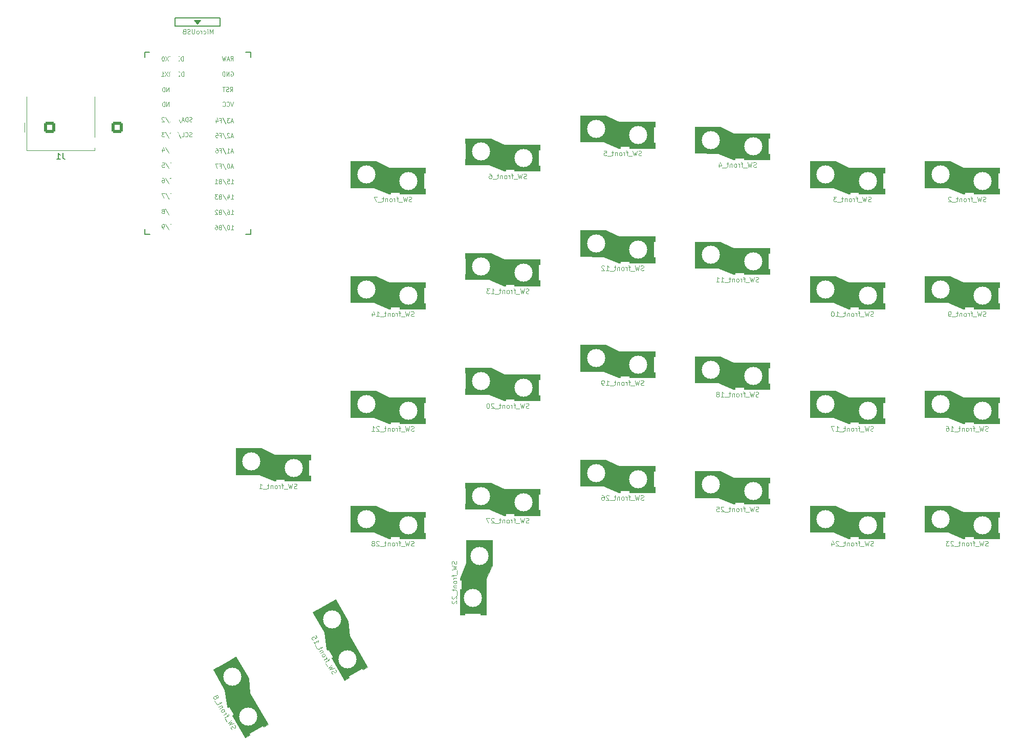
<source format=gbo>
%TF.GenerationSoftware,KiCad,Pcbnew,8.0.1*%
%TF.CreationDate,2024-04-28T15:39:47+00:00*%
%TF.ProjectId,split_kb,73706c69-745f-46b6-922e-6b696361645f,rev?*%
%TF.SameCoordinates,Original*%
%TF.FileFunction,Legend,Bot*%
%TF.FilePolarity,Positive*%
%FSLAX46Y46*%
G04 Gerber Fmt 4.6, Leading zero omitted, Abs format (unit mm)*
G04 Created by KiCad (PCBNEW 8.0.1) date 2024-04-28 15:39:47*
%MOMM*%
%LPD*%
G01*
G04 APERTURE LIST*
G04 Aperture macros list*
%AMRoundRect*
0 Rectangle with rounded corners*
0 $1 Rounding radius*
0 $2 $3 $4 $5 $6 $7 $8 $9 X,Y pos of 4 corners*
0 Add a 4 corners polygon primitive as box body*
4,1,4,$2,$3,$4,$5,$6,$7,$8,$9,$2,$3,0*
0 Add four circle primitives for the rounded corners*
1,1,$1+$1,$2,$3*
1,1,$1+$1,$4,$5*
1,1,$1+$1,$6,$7*
1,1,$1+$1,$8,$9*
0 Add four rect primitives between the rounded corners*
20,1,$1+$1,$2,$3,$4,$5,0*
20,1,$1+$1,$4,$5,$6,$7,0*
20,1,$1+$1,$6,$7,$8,$9,0*
20,1,$1+$1,$8,$9,$2,$3,0*%
%AMRotRect*
0 Rectangle, with rotation*
0 The origin of the aperture is its center*
0 $1 length*
0 $2 width*
0 $3 Rotation angle, in degrees counterclockwise*
0 Add horizontal line*
21,1,$1,$2,0,0,$3*%
G04 Aperture macros list end*
%ADD10C,0.100000*%
%ADD11C,0.125000*%
%ADD12C,0.120000*%
%ADD13C,0.150000*%
%ADD14R,1.600000X1.600000*%
%ADD15O,1.600000X1.600000*%
%ADD16C,3.000000*%
%ADD17C,5.100000*%
%ADD18C,3.250000*%
%ADD19RoundRect,0.250000X0.650000X0.650000X-0.650000X0.650000X-0.650000X-0.650000X0.650000X-0.650000X0*%
%ADD20C,1.800000*%
%ADD21C,0.800000*%
%ADD22C,6.000000*%
%ADD23C,1.524000*%
%ADD24C,1.400000*%
%ADD25O,1.400000X1.400000*%
%ADD26R,1.700000X1.700000*%
%ADD27O,1.700000X1.700000*%
%ADD28R,2.500000X2.550000*%
%ADD29RoundRect,0.250000X-0.650000X-0.650000X0.650000X-0.650000X0.650000X0.650000X-0.650000X0.650000X0*%
%ADD30R,2.550000X2.500000*%
%ADD31RotRect,2.500000X2.550000X300.000000*%
G04 APERTURE END LIST*
D10*
X226735715Y-123126800D02*
X226621429Y-123164895D01*
X226621429Y-123164895D02*
X226430953Y-123164895D01*
X226430953Y-123164895D02*
X226354762Y-123126800D01*
X226354762Y-123126800D02*
X226316667Y-123088704D01*
X226316667Y-123088704D02*
X226278572Y-123012514D01*
X226278572Y-123012514D02*
X226278572Y-122936323D01*
X226278572Y-122936323D02*
X226316667Y-122860133D01*
X226316667Y-122860133D02*
X226354762Y-122822038D01*
X226354762Y-122822038D02*
X226430953Y-122783942D01*
X226430953Y-122783942D02*
X226583334Y-122745847D01*
X226583334Y-122745847D02*
X226659524Y-122707752D01*
X226659524Y-122707752D02*
X226697619Y-122669657D01*
X226697619Y-122669657D02*
X226735715Y-122593466D01*
X226735715Y-122593466D02*
X226735715Y-122517276D01*
X226735715Y-122517276D02*
X226697619Y-122441085D01*
X226697619Y-122441085D02*
X226659524Y-122402990D01*
X226659524Y-122402990D02*
X226583334Y-122364895D01*
X226583334Y-122364895D02*
X226392857Y-122364895D01*
X226392857Y-122364895D02*
X226278572Y-122402990D01*
X226011905Y-122364895D02*
X225821429Y-123164895D01*
X225821429Y-123164895D02*
X225669048Y-122593466D01*
X225669048Y-122593466D02*
X225516667Y-123164895D01*
X225516667Y-123164895D02*
X225326191Y-122364895D01*
X225211905Y-123241085D02*
X224602381Y-123241085D01*
X224526190Y-122631561D02*
X224221428Y-122631561D01*
X224411904Y-123164895D02*
X224411904Y-122479180D01*
X224411904Y-122479180D02*
X224373809Y-122402990D01*
X224373809Y-122402990D02*
X224297619Y-122364895D01*
X224297619Y-122364895D02*
X224221428Y-122364895D01*
X223954761Y-123164895D02*
X223954761Y-122631561D01*
X223954761Y-122783942D02*
X223916666Y-122707752D01*
X223916666Y-122707752D02*
X223878571Y-122669657D01*
X223878571Y-122669657D02*
X223802380Y-122631561D01*
X223802380Y-122631561D02*
X223726190Y-122631561D01*
X223345238Y-123164895D02*
X223421428Y-123126800D01*
X223421428Y-123126800D02*
X223459523Y-123088704D01*
X223459523Y-123088704D02*
X223497619Y-123012514D01*
X223497619Y-123012514D02*
X223497619Y-122783942D01*
X223497619Y-122783942D02*
X223459523Y-122707752D01*
X223459523Y-122707752D02*
X223421428Y-122669657D01*
X223421428Y-122669657D02*
X223345238Y-122631561D01*
X223345238Y-122631561D02*
X223230952Y-122631561D01*
X223230952Y-122631561D02*
X223154761Y-122669657D01*
X223154761Y-122669657D02*
X223116666Y-122707752D01*
X223116666Y-122707752D02*
X223078571Y-122783942D01*
X223078571Y-122783942D02*
X223078571Y-123012514D01*
X223078571Y-123012514D02*
X223116666Y-123088704D01*
X223116666Y-123088704D02*
X223154761Y-123126800D01*
X223154761Y-123126800D02*
X223230952Y-123164895D01*
X223230952Y-123164895D02*
X223345238Y-123164895D01*
X222735713Y-122631561D02*
X222735713Y-123164895D01*
X222735713Y-122707752D02*
X222697618Y-122669657D01*
X222697618Y-122669657D02*
X222621428Y-122631561D01*
X222621428Y-122631561D02*
X222507142Y-122631561D01*
X222507142Y-122631561D02*
X222430951Y-122669657D01*
X222430951Y-122669657D02*
X222392856Y-122745847D01*
X222392856Y-122745847D02*
X222392856Y-123164895D01*
X222126189Y-122631561D02*
X221821427Y-122631561D01*
X222011903Y-122364895D02*
X222011903Y-123050609D01*
X222011903Y-123050609D02*
X221973808Y-123126800D01*
X221973808Y-123126800D02*
X221897618Y-123164895D01*
X221897618Y-123164895D02*
X221821427Y-123164895D01*
X221745237Y-123241085D02*
X221135713Y-123241085D01*
X220983332Y-122441085D02*
X220945236Y-122402990D01*
X220945236Y-122402990D02*
X220869046Y-122364895D01*
X220869046Y-122364895D02*
X220678570Y-122364895D01*
X220678570Y-122364895D02*
X220602379Y-122402990D01*
X220602379Y-122402990D02*
X220564284Y-122441085D01*
X220564284Y-122441085D02*
X220526189Y-122517276D01*
X220526189Y-122517276D02*
X220526189Y-122593466D01*
X220526189Y-122593466D02*
X220564284Y-122707752D01*
X220564284Y-122707752D02*
X221021427Y-123164895D01*
X221021427Y-123164895D02*
X220526189Y-123164895D01*
X220259522Y-122364895D02*
X219764284Y-122364895D01*
X219764284Y-122364895D02*
X220030950Y-122669657D01*
X220030950Y-122669657D02*
X219916665Y-122669657D01*
X219916665Y-122669657D02*
X219840474Y-122707752D01*
X219840474Y-122707752D02*
X219802379Y-122745847D01*
X219802379Y-122745847D02*
X219764284Y-122822038D01*
X219764284Y-122822038D02*
X219764284Y-123012514D01*
X219764284Y-123012514D02*
X219802379Y-123088704D01*
X219802379Y-123088704D02*
X219840474Y-123126800D01*
X219840474Y-123126800D02*
X219916665Y-123164895D01*
X219916665Y-123164895D02*
X220145236Y-123164895D01*
X220145236Y-123164895D02*
X220221427Y-123126800D01*
X220221427Y-123126800D02*
X220259522Y-123088704D01*
X226735715Y-104126800D02*
X226621429Y-104164895D01*
X226621429Y-104164895D02*
X226430953Y-104164895D01*
X226430953Y-104164895D02*
X226354762Y-104126800D01*
X226354762Y-104126800D02*
X226316667Y-104088704D01*
X226316667Y-104088704D02*
X226278572Y-104012514D01*
X226278572Y-104012514D02*
X226278572Y-103936323D01*
X226278572Y-103936323D02*
X226316667Y-103860133D01*
X226316667Y-103860133D02*
X226354762Y-103822038D01*
X226354762Y-103822038D02*
X226430953Y-103783942D01*
X226430953Y-103783942D02*
X226583334Y-103745847D01*
X226583334Y-103745847D02*
X226659524Y-103707752D01*
X226659524Y-103707752D02*
X226697619Y-103669657D01*
X226697619Y-103669657D02*
X226735715Y-103593466D01*
X226735715Y-103593466D02*
X226735715Y-103517276D01*
X226735715Y-103517276D02*
X226697619Y-103441085D01*
X226697619Y-103441085D02*
X226659524Y-103402990D01*
X226659524Y-103402990D02*
X226583334Y-103364895D01*
X226583334Y-103364895D02*
X226392857Y-103364895D01*
X226392857Y-103364895D02*
X226278572Y-103402990D01*
X226011905Y-103364895D02*
X225821429Y-104164895D01*
X225821429Y-104164895D02*
X225669048Y-103593466D01*
X225669048Y-103593466D02*
X225516667Y-104164895D01*
X225516667Y-104164895D02*
X225326191Y-103364895D01*
X225211905Y-104241085D02*
X224602381Y-104241085D01*
X224526190Y-103631561D02*
X224221428Y-103631561D01*
X224411904Y-104164895D02*
X224411904Y-103479180D01*
X224411904Y-103479180D02*
X224373809Y-103402990D01*
X224373809Y-103402990D02*
X224297619Y-103364895D01*
X224297619Y-103364895D02*
X224221428Y-103364895D01*
X223954761Y-104164895D02*
X223954761Y-103631561D01*
X223954761Y-103783942D02*
X223916666Y-103707752D01*
X223916666Y-103707752D02*
X223878571Y-103669657D01*
X223878571Y-103669657D02*
X223802380Y-103631561D01*
X223802380Y-103631561D02*
X223726190Y-103631561D01*
X223345238Y-104164895D02*
X223421428Y-104126800D01*
X223421428Y-104126800D02*
X223459523Y-104088704D01*
X223459523Y-104088704D02*
X223497619Y-104012514D01*
X223497619Y-104012514D02*
X223497619Y-103783942D01*
X223497619Y-103783942D02*
X223459523Y-103707752D01*
X223459523Y-103707752D02*
X223421428Y-103669657D01*
X223421428Y-103669657D02*
X223345238Y-103631561D01*
X223345238Y-103631561D02*
X223230952Y-103631561D01*
X223230952Y-103631561D02*
X223154761Y-103669657D01*
X223154761Y-103669657D02*
X223116666Y-103707752D01*
X223116666Y-103707752D02*
X223078571Y-103783942D01*
X223078571Y-103783942D02*
X223078571Y-104012514D01*
X223078571Y-104012514D02*
X223116666Y-104088704D01*
X223116666Y-104088704D02*
X223154761Y-104126800D01*
X223154761Y-104126800D02*
X223230952Y-104164895D01*
X223230952Y-104164895D02*
X223345238Y-104164895D01*
X222735713Y-103631561D02*
X222735713Y-104164895D01*
X222735713Y-103707752D02*
X222697618Y-103669657D01*
X222697618Y-103669657D02*
X222621428Y-103631561D01*
X222621428Y-103631561D02*
X222507142Y-103631561D01*
X222507142Y-103631561D02*
X222430951Y-103669657D01*
X222430951Y-103669657D02*
X222392856Y-103745847D01*
X222392856Y-103745847D02*
X222392856Y-104164895D01*
X222126189Y-103631561D02*
X221821427Y-103631561D01*
X222011903Y-103364895D02*
X222011903Y-104050609D01*
X222011903Y-104050609D02*
X221973808Y-104126800D01*
X221973808Y-104126800D02*
X221897618Y-104164895D01*
X221897618Y-104164895D02*
X221821427Y-104164895D01*
X221745237Y-104241085D02*
X221135713Y-104241085D01*
X220526189Y-104164895D02*
X220983332Y-104164895D01*
X220754760Y-104164895D02*
X220754760Y-103364895D01*
X220754760Y-103364895D02*
X220830951Y-103479180D01*
X220830951Y-103479180D02*
X220907141Y-103555371D01*
X220907141Y-103555371D02*
X220983332Y-103593466D01*
X219840474Y-103364895D02*
X219992855Y-103364895D01*
X219992855Y-103364895D02*
X220069046Y-103402990D01*
X220069046Y-103402990D02*
X220107141Y-103441085D01*
X220107141Y-103441085D02*
X220183331Y-103555371D01*
X220183331Y-103555371D02*
X220221427Y-103707752D01*
X220221427Y-103707752D02*
X220221427Y-104012514D01*
X220221427Y-104012514D02*
X220183331Y-104088704D01*
X220183331Y-104088704D02*
X220145236Y-104126800D01*
X220145236Y-104126800D02*
X220069046Y-104164895D01*
X220069046Y-104164895D02*
X219916665Y-104164895D01*
X219916665Y-104164895D02*
X219840474Y-104126800D01*
X219840474Y-104126800D02*
X219802379Y-104088704D01*
X219802379Y-104088704D02*
X219764284Y-104012514D01*
X219764284Y-104012514D02*
X219764284Y-103822038D01*
X219764284Y-103822038D02*
X219802379Y-103745847D01*
X219802379Y-103745847D02*
X219840474Y-103707752D01*
X219840474Y-103707752D02*
X219916665Y-103669657D01*
X219916665Y-103669657D02*
X220069046Y-103669657D01*
X220069046Y-103669657D02*
X220145236Y-103707752D01*
X220145236Y-103707752D02*
X220183331Y-103745847D01*
X220183331Y-103745847D02*
X220221427Y-103822038D01*
D11*
X101480418Y-68290464D02*
X101863275Y-68290464D01*
X101671847Y-68290464D02*
X101671847Y-67540464D01*
X101671847Y-67540464D02*
X101735656Y-67647607D01*
X101735656Y-67647607D02*
X101799466Y-67719035D01*
X101799466Y-67719035D02*
X101863275Y-67754750D01*
X100906133Y-67540464D02*
X101033752Y-67540464D01*
X101033752Y-67540464D02*
X101097561Y-67576178D01*
X101097561Y-67576178D02*
X101129466Y-67611892D01*
X101129466Y-67611892D02*
X101193276Y-67719035D01*
X101193276Y-67719035D02*
X101225180Y-67861892D01*
X101225180Y-67861892D02*
X101225180Y-68147607D01*
X101225180Y-68147607D02*
X101193276Y-68219035D01*
X101193276Y-68219035D02*
X101161371Y-68254750D01*
X101161371Y-68254750D02*
X101097561Y-68290464D01*
X101097561Y-68290464D02*
X100969942Y-68290464D01*
X100969942Y-68290464D02*
X100906133Y-68254750D01*
X100906133Y-68254750D02*
X100874228Y-68219035D01*
X100874228Y-68219035D02*
X100842323Y-68147607D01*
X100842323Y-68147607D02*
X100842323Y-67969035D01*
X100842323Y-67969035D02*
X100874228Y-67897607D01*
X100874228Y-67897607D02*
X100906133Y-67861892D01*
X100906133Y-67861892D02*
X100969942Y-67826178D01*
X100969942Y-67826178D02*
X101097561Y-67826178D01*
X101097561Y-67826178D02*
X101161371Y-67861892D01*
X101161371Y-67861892D02*
X101193276Y-67897607D01*
X101193276Y-67897607D02*
X101225180Y-67969035D01*
X100076609Y-67504750D02*
X100650895Y-68469035D01*
X99629942Y-67897607D02*
X99534228Y-67933321D01*
X99534228Y-67933321D02*
X99502323Y-67969035D01*
X99502323Y-67969035D02*
X99470419Y-68040464D01*
X99470419Y-68040464D02*
X99470419Y-68147607D01*
X99470419Y-68147607D02*
X99502323Y-68219035D01*
X99502323Y-68219035D02*
X99534228Y-68254750D01*
X99534228Y-68254750D02*
X99598038Y-68290464D01*
X99598038Y-68290464D02*
X99853276Y-68290464D01*
X99853276Y-68290464D02*
X99853276Y-67540464D01*
X99853276Y-67540464D02*
X99629942Y-67540464D01*
X99629942Y-67540464D02*
X99566133Y-67576178D01*
X99566133Y-67576178D02*
X99534228Y-67611892D01*
X99534228Y-67611892D02*
X99502323Y-67683321D01*
X99502323Y-67683321D02*
X99502323Y-67754750D01*
X99502323Y-67754750D02*
X99534228Y-67826178D01*
X99534228Y-67826178D02*
X99566133Y-67861892D01*
X99566133Y-67861892D02*
X99629942Y-67897607D01*
X99629942Y-67897607D02*
X99853276Y-67897607D01*
X99215180Y-67611892D02*
X99183276Y-67576178D01*
X99183276Y-67576178D02*
X99119466Y-67540464D01*
X99119466Y-67540464D02*
X98959942Y-67540464D01*
X98959942Y-67540464D02*
X98896133Y-67576178D01*
X98896133Y-67576178D02*
X98864228Y-67611892D01*
X98864228Y-67611892D02*
X98832323Y-67683321D01*
X98832323Y-67683321D02*
X98832323Y-67754750D01*
X98832323Y-67754750D02*
X98864228Y-67861892D01*
X98864228Y-67861892D02*
X99247085Y-68290464D01*
X99247085Y-68290464D02*
X98832323Y-68290464D01*
X92380418Y-65197607D02*
X92157084Y-65197607D01*
X92061370Y-65590464D02*
X92380418Y-65590464D01*
X92380418Y-65590464D02*
X92380418Y-64840464D01*
X92380418Y-64840464D02*
X92061370Y-64840464D01*
X91487085Y-64840464D02*
X91614704Y-64840464D01*
X91614704Y-64840464D02*
X91678513Y-64876178D01*
X91678513Y-64876178D02*
X91710418Y-64911892D01*
X91710418Y-64911892D02*
X91774228Y-65019035D01*
X91774228Y-65019035D02*
X91806132Y-65161892D01*
X91806132Y-65161892D02*
X91806132Y-65447607D01*
X91806132Y-65447607D02*
X91774228Y-65519035D01*
X91774228Y-65519035D02*
X91742323Y-65554750D01*
X91742323Y-65554750D02*
X91678513Y-65590464D01*
X91678513Y-65590464D02*
X91550894Y-65590464D01*
X91550894Y-65590464D02*
X91487085Y-65554750D01*
X91487085Y-65554750D02*
X91455180Y-65519035D01*
X91455180Y-65519035D02*
X91423275Y-65447607D01*
X91423275Y-65447607D02*
X91423275Y-65269035D01*
X91423275Y-65269035D02*
X91455180Y-65197607D01*
X91455180Y-65197607D02*
X91487085Y-65161892D01*
X91487085Y-65161892D02*
X91550894Y-65126178D01*
X91550894Y-65126178D02*
X91678513Y-65126178D01*
X91678513Y-65126178D02*
X91742323Y-65161892D01*
X91742323Y-65161892D02*
X91774228Y-65197607D01*
X91774228Y-65197607D02*
X91806132Y-65269035D01*
X90657561Y-64804750D02*
X91231847Y-65769035D01*
X90498037Y-64840464D02*
X90051371Y-64840464D01*
X90051371Y-64840464D02*
X90338513Y-65590464D01*
X94970418Y-55404750D02*
X94874704Y-55440464D01*
X94874704Y-55440464D02*
X94715180Y-55440464D01*
X94715180Y-55440464D02*
X94651371Y-55404750D01*
X94651371Y-55404750D02*
X94619466Y-55369035D01*
X94619466Y-55369035D02*
X94587561Y-55297607D01*
X94587561Y-55297607D02*
X94587561Y-55226178D01*
X94587561Y-55226178D02*
X94619466Y-55154750D01*
X94619466Y-55154750D02*
X94651371Y-55119035D01*
X94651371Y-55119035D02*
X94715180Y-55083321D01*
X94715180Y-55083321D02*
X94842799Y-55047607D01*
X94842799Y-55047607D02*
X94906609Y-55011892D01*
X94906609Y-55011892D02*
X94938514Y-54976178D01*
X94938514Y-54976178D02*
X94970418Y-54904750D01*
X94970418Y-54904750D02*
X94970418Y-54833321D01*
X94970418Y-54833321D02*
X94938514Y-54761892D01*
X94938514Y-54761892D02*
X94906609Y-54726178D01*
X94906609Y-54726178D02*
X94842799Y-54690464D01*
X94842799Y-54690464D02*
X94683276Y-54690464D01*
X94683276Y-54690464D02*
X94587561Y-54726178D01*
X93917562Y-55369035D02*
X93949466Y-55404750D01*
X93949466Y-55404750D02*
X94045181Y-55440464D01*
X94045181Y-55440464D02*
X94108990Y-55440464D01*
X94108990Y-55440464D02*
X94204704Y-55404750D01*
X94204704Y-55404750D02*
X94268514Y-55333321D01*
X94268514Y-55333321D02*
X94300419Y-55261892D01*
X94300419Y-55261892D02*
X94332323Y-55119035D01*
X94332323Y-55119035D02*
X94332323Y-55011892D01*
X94332323Y-55011892D02*
X94300419Y-54869035D01*
X94300419Y-54869035D02*
X94268514Y-54797607D01*
X94268514Y-54797607D02*
X94204704Y-54726178D01*
X94204704Y-54726178D02*
X94108990Y-54690464D01*
X94108990Y-54690464D02*
X94045181Y-54690464D01*
X94045181Y-54690464D02*
X93949466Y-54726178D01*
X93949466Y-54726178D02*
X93917562Y-54761892D01*
X93311371Y-55440464D02*
X93630419Y-55440464D01*
X93630419Y-55440464D02*
X93630419Y-54690464D01*
X92609466Y-54654750D02*
X93183752Y-55619035D01*
X92386133Y-55440464D02*
X92386133Y-54690464D01*
X92386133Y-54690464D02*
X92226609Y-54690464D01*
X92226609Y-54690464D02*
X92130895Y-54726178D01*
X92130895Y-54726178D02*
X92067085Y-54797607D01*
X92067085Y-54797607D02*
X92035180Y-54869035D01*
X92035180Y-54869035D02*
X92003276Y-55011892D01*
X92003276Y-55011892D02*
X92003276Y-55119035D01*
X92003276Y-55119035D02*
X92035180Y-55261892D01*
X92035180Y-55261892D02*
X92067085Y-55333321D01*
X92067085Y-55333321D02*
X92130895Y-55404750D01*
X92130895Y-55404750D02*
X92226609Y-55440464D01*
X92226609Y-55440464D02*
X92386133Y-55440464D01*
X91588514Y-54690464D02*
X91524704Y-54690464D01*
X91524704Y-54690464D02*
X91460895Y-54726178D01*
X91460895Y-54726178D02*
X91428990Y-54761892D01*
X91428990Y-54761892D02*
X91397085Y-54833321D01*
X91397085Y-54833321D02*
X91365180Y-54976178D01*
X91365180Y-54976178D02*
X91365180Y-55154750D01*
X91365180Y-55154750D02*
X91397085Y-55297607D01*
X91397085Y-55297607D02*
X91428990Y-55369035D01*
X91428990Y-55369035D02*
X91460895Y-55404750D01*
X91460895Y-55404750D02*
X91524704Y-55440464D01*
X91524704Y-55440464D02*
X91588514Y-55440464D01*
X91588514Y-55440464D02*
X91652323Y-55404750D01*
X91652323Y-55404750D02*
X91684228Y-55369035D01*
X91684228Y-55369035D02*
X91716133Y-55297607D01*
X91716133Y-55297607D02*
X91748037Y-55154750D01*
X91748037Y-55154750D02*
X91748037Y-54976178D01*
X91748037Y-54976178D02*
X91716133Y-54833321D01*
X91716133Y-54833321D02*
X91684228Y-54761892D01*
X91684228Y-54761892D02*
X91652323Y-54726178D01*
X91652323Y-54726178D02*
X91588514Y-54690464D01*
X90599466Y-54654750D02*
X91173752Y-55619035D01*
X90439942Y-54690464D02*
X90025180Y-54690464D01*
X90025180Y-54690464D02*
X90248514Y-54976178D01*
X90248514Y-54976178D02*
X90152799Y-54976178D01*
X90152799Y-54976178D02*
X90088990Y-55011892D01*
X90088990Y-55011892D02*
X90057085Y-55047607D01*
X90057085Y-55047607D02*
X90025180Y-55119035D01*
X90025180Y-55119035D02*
X90025180Y-55297607D01*
X90025180Y-55297607D02*
X90057085Y-55369035D01*
X90057085Y-55369035D02*
X90088990Y-55404750D01*
X90088990Y-55404750D02*
X90152799Y-55440464D01*
X90152799Y-55440464D02*
X90344228Y-55440464D01*
X90344228Y-55440464D02*
X90408037Y-55404750D01*
X90408037Y-55404750D02*
X90439942Y-55369035D01*
X101841133Y-49640464D02*
X101617800Y-50390464D01*
X101617800Y-50390464D02*
X101394466Y-49640464D01*
X100788276Y-50319035D02*
X100820180Y-50354750D01*
X100820180Y-50354750D02*
X100915895Y-50390464D01*
X100915895Y-50390464D02*
X100979704Y-50390464D01*
X100979704Y-50390464D02*
X101075418Y-50354750D01*
X101075418Y-50354750D02*
X101139228Y-50283321D01*
X101139228Y-50283321D02*
X101171133Y-50211892D01*
X101171133Y-50211892D02*
X101203037Y-50069035D01*
X101203037Y-50069035D02*
X101203037Y-49961892D01*
X101203037Y-49961892D02*
X101171133Y-49819035D01*
X101171133Y-49819035D02*
X101139228Y-49747607D01*
X101139228Y-49747607D02*
X101075418Y-49676178D01*
X101075418Y-49676178D02*
X100979704Y-49640464D01*
X100979704Y-49640464D02*
X100915895Y-49640464D01*
X100915895Y-49640464D02*
X100820180Y-49676178D01*
X100820180Y-49676178D02*
X100788276Y-49711892D01*
X100118276Y-50319035D02*
X100150180Y-50354750D01*
X100150180Y-50354750D02*
X100245895Y-50390464D01*
X100245895Y-50390464D02*
X100309704Y-50390464D01*
X100309704Y-50390464D02*
X100405418Y-50354750D01*
X100405418Y-50354750D02*
X100469228Y-50283321D01*
X100469228Y-50283321D02*
X100501133Y-50211892D01*
X100501133Y-50211892D02*
X100533037Y-50069035D01*
X100533037Y-50069035D02*
X100533037Y-49961892D01*
X100533037Y-49961892D02*
X100501133Y-49819035D01*
X100501133Y-49819035D02*
X100469228Y-49747607D01*
X100469228Y-49747607D02*
X100405418Y-49676178D01*
X100405418Y-49676178D02*
X100309704Y-49640464D01*
X100309704Y-49640464D02*
X100245895Y-49640464D01*
X100245895Y-49640464D02*
X100150180Y-49676178D01*
X100150180Y-49676178D02*
X100118276Y-49711892D01*
X92188989Y-70247607D02*
X92093275Y-70283321D01*
X92093275Y-70283321D02*
X92061370Y-70319035D01*
X92061370Y-70319035D02*
X92029466Y-70390464D01*
X92029466Y-70390464D02*
X92029466Y-70497607D01*
X92029466Y-70497607D02*
X92061370Y-70569035D01*
X92061370Y-70569035D02*
X92093275Y-70604750D01*
X92093275Y-70604750D02*
X92157085Y-70640464D01*
X92157085Y-70640464D02*
X92412323Y-70640464D01*
X92412323Y-70640464D02*
X92412323Y-69890464D01*
X92412323Y-69890464D02*
X92188989Y-69890464D01*
X92188989Y-69890464D02*
X92125180Y-69926178D01*
X92125180Y-69926178D02*
X92093275Y-69961892D01*
X92093275Y-69961892D02*
X92061370Y-70033321D01*
X92061370Y-70033321D02*
X92061370Y-70104750D01*
X92061370Y-70104750D02*
X92093275Y-70176178D01*
X92093275Y-70176178D02*
X92125180Y-70211892D01*
X92125180Y-70211892D02*
X92188989Y-70247607D01*
X92188989Y-70247607D02*
X92412323Y-70247607D01*
X91423275Y-69890464D02*
X91742323Y-69890464D01*
X91742323Y-69890464D02*
X91774227Y-70247607D01*
X91774227Y-70247607D02*
X91742323Y-70211892D01*
X91742323Y-70211892D02*
X91678513Y-70176178D01*
X91678513Y-70176178D02*
X91518989Y-70176178D01*
X91518989Y-70176178D02*
X91455180Y-70211892D01*
X91455180Y-70211892D02*
X91423275Y-70247607D01*
X91423275Y-70247607D02*
X91391370Y-70319035D01*
X91391370Y-70319035D02*
X91391370Y-70497607D01*
X91391370Y-70497607D02*
X91423275Y-70569035D01*
X91423275Y-70569035D02*
X91455180Y-70604750D01*
X91455180Y-70604750D02*
X91518989Y-70640464D01*
X91518989Y-70640464D02*
X91678513Y-70640464D01*
X91678513Y-70640464D02*
X91742323Y-70604750D01*
X91742323Y-70604750D02*
X91774227Y-70569035D01*
X90625656Y-69854750D02*
X91199942Y-70819035D01*
X90370418Y-70640464D02*
X90242799Y-70640464D01*
X90242799Y-70640464D02*
X90178989Y-70604750D01*
X90178989Y-70604750D02*
X90147085Y-70569035D01*
X90147085Y-70569035D02*
X90083275Y-70461892D01*
X90083275Y-70461892D02*
X90051370Y-70319035D01*
X90051370Y-70319035D02*
X90051370Y-70033321D01*
X90051370Y-70033321D02*
X90083275Y-69961892D01*
X90083275Y-69961892D02*
X90115180Y-69926178D01*
X90115180Y-69926178D02*
X90178989Y-69890464D01*
X90178989Y-69890464D02*
X90306608Y-69890464D01*
X90306608Y-69890464D02*
X90370418Y-69926178D01*
X90370418Y-69926178D02*
X90402323Y-69961892D01*
X90402323Y-69961892D02*
X90434227Y-70033321D01*
X90434227Y-70033321D02*
X90434227Y-70211892D01*
X90434227Y-70211892D02*
X90402323Y-70283321D01*
X90402323Y-70283321D02*
X90370418Y-70319035D01*
X90370418Y-70319035D02*
X90306608Y-70354750D01*
X90306608Y-70354750D02*
X90178989Y-70354750D01*
X90178989Y-70354750D02*
X90115180Y-70319035D01*
X90115180Y-70319035D02*
X90083275Y-70283321D01*
X90083275Y-70283321D02*
X90051370Y-70211892D01*
X91508275Y-47276178D02*
X91572085Y-47240464D01*
X91572085Y-47240464D02*
X91667799Y-47240464D01*
X91667799Y-47240464D02*
X91763513Y-47276178D01*
X91763513Y-47276178D02*
X91827323Y-47347607D01*
X91827323Y-47347607D02*
X91859228Y-47419035D01*
X91859228Y-47419035D02*
X91891132Y-47561892D01*
X91891132Y-47561892D02*
X91891132Y-47669035D01*
X91891132Y-47669035D02*
X91859228Y-47811892D01*
X91859228Y-47811892D02*
X91827323Y-47883321D01*
X91827323Y-47883321D02*
X91763513Y-47954750D01*
X91763513Y-47954750D02*
X91667799Y-47990464D01*
X91667799Y-47990464D02*
X91603990Y-47990464D01*
X91603990Y-47990464D02*
X91508275Y-47954750D01*
X91508275Y-47954750D02*
X91476371Y-47919035D01*
X91476371Y-47919035D02*
X91476371Y-47669035D01*
X91476371Y-47669035D02*
X91603990Y-47669035D01*
X91189228Y-47990464D02*
X91189228Y-47240464D01*
X91189228Y-47240464D02*
X90806371Y-47990464D01*
X90806371Y-47990464D02*
X90806371Y-47240464D01*
X90487323Y-47990464D02*
X90487323Y-47240464D01*
X90487323Y-47240464D02*
X90327799Y-47240464D01*
X90327799Y-47240464D02*
X90232085Y-47276178D01*
X90232085Y-47276178D02*
X90168275Y-47347607D01*
X90168275Y-47347607D02*
X90136370Y-47419035D01*
X90136370Y-47419035D02*
X90104466Y-47561892D01*
X90104466Y-47561892D02*
X90104466Y-47669035D01*
X90104466Y-47669035D02*
X90136370Y-47811892D01*
X90136370Y-47811892D02*
X90168275Y-47883321D01*
X90168275Y-47883321D02*
X90232085Y-47954750D01*
X90232085Y-47954750D02*
X90327799Y-47990464D01*
X90327799Y-47990464D02*
X90487323Y-47990464D01*
X93536609Y-42890464D02*
X93536609Y-42140464D01*
X93536609Y-42140464D02*
X93377085Y-42140464D01*
X93377085Y-42140464D02*
X93281371Y-42176178D01*
X93281371Y-42176178D02*
X93217561Y-42247607D01*
X93217561Y-42247607D02*
X93185656Y-42319035D01*
X93185656Y-42319035D02*
X93153752Y-42461892D01*
X93153752Y-42461892D02*
X93153752Y-42569035D01*
X93153752Y-42569035D02*
X93185656Y-42711892D01*
X93185656Y-42711892D02*
X93217561Y-42783321D01*
X93217561Y-42783321D02*
X93281371Y-42854750D01*
X93281371Y-42854750D02*
X93377085Y-42890464D01*
X93377085Y-42890464D02*
X93536609Y-42890464D01*
X92930418Y-42140464D02*
X92515656Y-42140464D01*
X92515656Y-42140464D02*
X92738990Y-42426178D01*
X92738990Y-42426178D02*
X92643275Y-42426178D01*
X92643275Y-42426178D02*
X92579466Y-42461892D01*
X92579466Y-42461892D02*
X92547561Y-42497607D01*
X92547561Y-42497607D02*
X92515656Y-42569035D01*
X92515656Y-42569035D02*
X92515656Y-42747607D01*
X92515656Y-42747607D02*
X92547561Y-42819035D01*
X92547561Y-42819035D02*
X92579466Y-42854750D01*
X92579466Y-42854750D02*
X92643275Y-42890464D01*
X92643275Y-42890464D02*
X92834704Y-42890464D01*
X92834704Y-42890464D02*
X92898513Y-42854750D01*
X92898513Y-42854750D02*
X92930418Y-42819035D01*
X91749942Y-42104750D02*
X92324228Y-43069035D01*
X91622323Y-42140464D02*
X91239466Y-42140464D01*
X91430894Y-42890464D02*
X91430894Y-42140464D01*
X91079942Y-42140464D02*
X90633276Y-42890464D01*
X90633276Y-42140464D02*
X91079942Y-42890464D01*
X90250419Y-42140464D02*
X90186609Y-42140464D01*
X90186609Y-42140464D02*
X90122800Y-42176178D01*
X90122800Y-42176178D02*
X90090895Y-42211892D01*
X90090895Y-42211892D02*
X90058990Y-42283321D01*
X90058990Y-42283321D02*
X90027085Y-42426178D01*
X90027085Y-42426178D02*
X90027085Y-42604750D01*
X90027085Y-42604750D02*
X90058990Y-42747607D01*
X90058990Y-42747607D02*
X90090895Y-42819035D01*
X90090895Y-42819035D02*
X90122800Y-42854750D01*
X90122800Y-42854750D02*
X90186609Y-42890464D01*
X90186609Y-42890464D02*
X90250419Y-42890464D01*
X90250419Y-42890464D02*
X90314228Y-42854750D01*
X90314228Y-42854750D02*
X90346133Y-42819035D01*
X90346133Y-42819035D02*
X90378038Y-42747607D01*
X90378038Y-42747607D02*
X90409942Y-42604750D01*
X90409942Y-42604750D02*
X90409942Y-42426178D01*
X90409942Y-42426178D02*
X90378038Y-42283321D01*
X90378038Y-42283321D02*
X90346133Y-42211892D01*
X90346133Y-42211892D02*
X90314228Y-42176178D01*
X90314228Y-42176178D02*
X90250419Y-42140464D01*
X92188989Y-67747607D02*
X92093275Y-67783321D01*
X92093275Y-67783321D02*
X92061370Y-67819035D01*
X92061370Y-67819035D02*
X92029466Y-67890464D01*
X92029466Y-67890464D02*
X92029466Y-67997607D01*
X92029466Y-67997607D02*
X92061370Y-68069035D01*
X92061370Y-68069035D02*
X92093275Y-68104750D01*
X92093275Y-68104750D02*
X92157085Y-68140464D01*
X92157085Y-68140464D02*
X92412323Y-68140464D01*
X92412323Y-68140464D02*
X92412323Y-67390464D01*
X92412323Y-67390464D02*
X92188989Y-67390464D01*
X92188989Y-67390464D02*
X92125180Y-67426178D01*
X92125180Y-67426178D02*
X92093275Y-67461892D01*
X92093275Y-67461892D02*
X92061370Y-67533321D01*
X92061370Y-67533321D02*
X92061370Y-67604750D01*
X92061370Y-67604750D02*
X92093275Y-67676178D01*
X92093275Y-67676178D02*
X92125180Y-67711892D01*
X92125180Y-67711892D02*
X92188989Y-67747607D01*
X92188989Y-67747607D02*
X92412323Y-67747607D01*
X91455180Y-67640464D02*
X91455180Y-68140464D01*
X91614704Y-67354750D02*
X91774227Y-67890464D01*
X91774227Y-67890464D02*
X91359466Y-67890464D01*
X90625656Y-67354750D02*
X91199942Y-68319035D01*
X90306608Y-67711892D02*
X90370418Y-67676178D01*
X90370418Y-67676178D02*
X90402323Y-67640464D01*
X90402323Y-67640464D02*
X90434227Y-67569035D01*
X90434227Y-67569035D02*
X90434227Y-67533321D01*
X90434227Y-67533321D02*
X90402323Y-67461892D01*
X90402323Y-67461892D02*
X90370418Y-67426178D01*
X90370418Y-67426178D02*
X90306608Y-67390464D01*
X90306608Y-67390464D02*
X90178989Y-67390464D01*
X90178989Y-67390464D02*
X90115180Y-67426178D01*
X90115180Y-67426178D02*
X90083275Y-67461892D01*
X90083275Y-67461892D02*
X90051370Y-67533321D01*
X90051370Y-67533321D02*
X90051370Y-67569035D01*
X90051370Y-67569035D02*
X90083275Y-67640464D01*
X90083275Y-67640464D02*
X90115180Y-67676178D01*
X90115180Y-67676178D02*
X90178989Y-67711892D01*
X90178989Y-67711892D02*
X90306608Y-67711892D01*
X90306608Y-67711892D02*
X90370418Y-67747607D01*
X90370418Y-67747607D02*
X90402323Y-67783321D01*
X90402323Y-67783321D02*
X90434227Y-67854750D01*
X90434227Y-67854750D02*
X90434227Y-67997607D01*
X90434227Y-67997607D02*
X90402323Y-68069035D01*
X90402323Y-68069035D02*
X90370418Y-68104750D01*
X90370418Y-68104750D02*
X90306608Y-68140464D01*
X90306608Y-68140464D02*
X90178989Y-68140464D01*
X90178989Y-68140464D02*
X90115180Y-68104750D01*
X90115180Y-68104750D02*
X90083275Y-68069035D01*
X90083275Y-68069035D02*
X90051370Y-67997607D01*
X90051370Y-67997607D02*
X90051370Y-67854750D01*
X90051370Y-67854750D02*
X90083275Y-67783321D01*
X90083275Y-67783321D02*
X90115180Y-67747607D01*
X90115180Y-67747607D02*
X90178989Y-67711892D01*
X94986370Y-52904750D02*
X94890656Y-52940464D01*
X94890656Y-52940464D02*
X94731132Y-52940464D01*
X94731132Y-52940464D02*
X94667323Y-52904750D01*
X94667323Y-52904750D02*
X94635418Y-52869035D01*
X94635418Y-52869035D02*
X94603513Y-52797607D01*
X94603513Y-52797607D02*
X94603513Y-52726178D01*
X94603513Y-52726178D02*
X94635418Y-52654750D01*
X94635418Y-52654750D02*
X94667323Y-52619035D01*
X94667323Y-52619035D02*
X94731132Y-52583321D01*
X94731132Y-52583321D02*
X94858751Y-52547607D01*
X94858751Y-52547607D02*
X94922561Y-52511892D01*
X94922561Y-52511892D02*
X94954466Y-52476178D01*
X94954466Y-52476178D02*
X94986370Y-52404750D01*
X94986370Y-52404750D02*
X94986370Y-52333321D01*
X94986370Y-52333321D02*
X94954466Y-52261892D01*
X94954466Y-52261892D02*
X94922561Y-52226178D01*
X94922561Y-52226178D02*
X94858751Y-52190464D01*
X94858751Y-52190464D02*
X94699228Y-52190464D01*
X94699228Y-52190464D02*
X94603513Y-52226178D01*
X94316371Y-52940464D02*
X94316371Y-52190464D01*
X94316371Y-52190464D02*
X94156847Y-52190464D01*
X94156847Y-52190464D02*
X94061133Y-52226178D01*
X94061133Y-52226178D02*
X93997323Y-52297607D01*
X93997323Y-52297607D02*
X93965418Y-52369035D01*
X93965418Y-52369035D02*
X93933514Y-52511892D01*
X93933514Y-52511892D02*
X93933514Y-52619035D01*
X93933514Y-52619035D02*
X93965418Y-52761892D01*
X93965418Y-52761892D02*
X93997323Y-52833321D01*
X93997323Y-52833321D02*
X94061133Y-52904750D01*
X94061133Y-52904750D02*
X94156847Y-52940464D01*
X94156847Y-52940464D02*
X94316371Y-52940464D01*
X93678275Y-52726178D02*
X93359228Y-52726178D01*
X93742085Y-52940464D02*
X93518752Y-52190464D01*
X93518752Y-52190464D02*
X93295418Y-52940464D01*
X92593513Y-52154750D02*
X93167799Y-53119035D01*
X92370180Y-52940464D02*
X92370180Y-52190464D01*
X92370180Y-52190464D02*
X92210656Y-52190464D01*
X92210656Y-52190464D02*
X92114942Y-52226178D01*
X92114942Y-52226178D02*
X92051132Y-52297607D01*
X92051132Y-52297607D02*
X92019227Y-52369035D01*
X92019227Y-52369035D02*
X91987323Y-52511892D01*
X91987323Y-52511892D02*
X91987323Y-52619035D01*
X91987323Y-52619035D02*
X92019227Y-52761892D01*
X92019227Y-52761892D02*
X92051132Y-52833321D01*
X92051132Y-52833321D02*
X92114942Y-52904750D01*
X92114942Y-52904750D02*
X92210656Y-52940464D01*
X92210656Y-52940464D02*
X92370180Y-52940464D01*
X91349227Y-52940464D02*
X91732084Y-52940464D01*
X91540656Y-52940464D02*
X91540656Y-52190464D01*
X91540656Y-52190464D02*
X91604465Y-52297607D01*
X91604465Y-52297607D02*
X91668275Y-52369035D01*
X91668275Y-52369035D02*
X91732084Y-52404750D01*
X90583513Y-52154750D02*
X91157799Y-53119035D01*
X90392084Y-52261892D02*
X90360180Y-52226178D01*
X90360180Y-52226178D02*
X90296370Y-52190464D01*
X90296370Y-52190464D02*
X90136846Y-52190464D01*
X90136846Y-52190464D02*
X90073037Y-52226178D01*
X90073037Y-52226178D02*
X90041132Y-52261892D01*
X90041132Y-52261892D02*
X90009227Y-52333321D01*
X90009227Y-52333321D02*
X90009227Y-52404750D01*
X90009227Y-52404750D02*
X90041132Y-52511892D01*
X90041132Y-52511892D02*
X90423989Y-52940464D01*
X90423989Y-52940464D02*
X90009227Y-52940464D01*
X101783513Y-57876178D02*
X101464466Y-57876178D01*
X101847323Y-58090464D02*
X101623990Y-57340464D01*
X101623990Y-57340464D02*
X101400656Y-58090464D01*
X100826370Y-58090464D02*
X101209227Y-58090464D01*
X101017799Y-58090464D02*
X101017799Y-57340464D01*
X101017799Y-57340464D02*
X101081608Y-57447607D01*
X101081608Y-57447607D02*
X101145418Y-57519035D01*
X101145418Y-57519035D02*
X101209227Y-57554750D01*
X100060656Y-57304750D02*
X100634942Y-58269035D01*
X99613989Y-57697607D02*
X99837323Y-57697607D01*
X99837323Y-58090464D02*
X99837323Y-57340464D01*
X99837323Y-57340464D02*
X99518275Y-57340464D01*
X98975894Y-57340464D02*
X99103513Y-57340464D01*
X99103513Y-57340464D02*
X99167322Y-57376178D01*
X99167322Y-57376178D02*
X99199227Y-57411892D01*
X99199227Y-57411892D02*
X99263037Y-57519035D01*
X99263037Y-57519035D02*
X99294941Y-57661892D01*
X99294941Y-57661892D02*
X99294941Y-57947607D01*
X99294941Y-57947607D02*
X99263037Y-58019035D01*
X99263037Y-58019035D02*
X99231132Y-58054750D01*
X99231132Y-58054750D02*
X99167322Y-58090464D01*
X99167322Y-58090464D02*
X99039703Y-58090464D01*
X99039703Y-58090464D02*
X98975894Y-58054750D01*
X98975894Y-58054750D02*
X98943989Y-58019035D01*
X98943989Y-58019035D02*
X98912084Y-57947607D01*
X98912084Y-57947607D02*
X98912084Y-57769035D01*
X98912084Y-57769035D02*
X98943989Y-57697607D01*
X98943989Y-57697607D02*
X98975894Y-57661892D01*
X98975894Y-57661892D02*
X99039703Y-57626178D01*
X99039703Y-57626178D02*
X99167322Y-57626178D01*
X99167322Y-57626178D02*
X99231132Y-57661892D01*
X99231132Y-57661892D02*
X99263037Y-57697607D01*
X99263037Y-57697607D02*
X99294941Y-57769035D01*
D12*
X98449228Y-38390724D02*
X98449228Y-37640724D01*
X98449228Y-37640724D02*
X98199228Y-38176438D01*
X98199228Y-38176438D02*
X97949228Y-37640724D01*
X97949228Y-37640724D02*
X97949228Y-38390724D01*
X97592085Y-38390724D02*
X97592085Y-37890724D01*
X97592085Y-37640724D02*
X97627799Y-37676438D01*
X97627799Y-37676438D02*
X97592085Y-37712152D01*
X97592085Y-37712152D02*
X97556371Y-37676438D01*
X97556371Y-37676438D02*
X97592085Y-37640724D01*
X97592085Y-37640724D02*
X97592085Y-37712152D01*
X96913514Y-38355010D02*
X96984942Y-38390724D01*
X96984942Y-38390724D02*
X97127799Y-38390724D01*
X97127799Y-38390724D02*
X97199228Y-38355010D01*
X97199228Y-38355010D02*
X97234942Y-38319295D01*
X97234942Y-38319295D02*
X97270656Y-38247867D01*
X97270656Y-38247867D02*
X97270656Y-38033581D01*
X97270656Y-38033581D02*
X97234942Y-37962152D01*
X97234942Y-37962152D02*
X97199228Y-37926438D01*
X97199228Y-37926438D02*
X97127799Y-37890724D01*
X97127799Y-37890724D02*
X96984942Y-37890724D01*
X96984942Y-37890724D02*
X96913514Y-37926438D01*
X96592085Y-38390724D02*
X96592085Y-37890724D01*
X96592085Y-38033581D02*
X96556371Y-37962152D01*
X96556371Y-37962152D02*
X96520657Y-37926438D01*
X96520657Y-37926438D02*
X96449228Y-37890724D01*
X96449228Y-37890724D02*
X96377799Y-37890724D01*
X96020656Y-38390724D02*
X96092085Y-38355010D01*
X96092085Y-38355010D02*
X96127799Y-38319295D01*
X96127799Y-38319295D02*
X96163513Y-38247867D01*
X96163513Y-38247867D02*
X96163513Y-38033581D01*
X96163513Y-38033581D02*
X96127799Y-37962152D01*
X96127799Y-37962152D02*
X96092085Y-37926438D01*
X96092085Y-37926438D02*
X96020656Y-37890724D01*
X96020656Y-37890724D02*
X95913513Y-37890724D01*
X95913513Y-37890724D02*
X95842085Y-37926438D01*
X95842085Y-37926438D02*
X95806371Y-37962152D01*
X95806371Y-37962152D02*
X95770656Y-38033581D01*
X95770656Y-38033581D02*
X95770656Y-38247867D01*
X95770656Y-38247867D02*
X95806371Y-38319295D01*
X95806371Y-38319295D02*
X95842085Y-38355010D01*
X95842085Y-38355010D02*
X95913513Y-38390724D01*
X95913513Y-38390724D02*
X96020656Y-38390724D01*
X95449228Y-37640724D02*
X95449228Y-38247867D01*
X95449228Y-38247867D02*
X95413514Y-38319295D01*
X95413514Y-38319295D02*
X95377800Y-38355010D01*
X95377800Y-38355010D02*
X95306371Y-38390724D01*
X95306371Y-38390724D02*
X95163514Y-38390724D01*
X95163514Y-38390724D02*
X95092085Y-38355010D01*
X95092085Y-38355010D02*
X95056371Y-38319295D01*
X95056371Y-38319295D02*
X95020657Y-38247867D01*
X95020657Y-38247867D02*
X95020657Y-37640724D01*
X94699228Y-38355010D02*
X94592086Y-38390724D01*
X94592086Y-38390724D02*
X94413514Y-38390724D01*
X94413514Y-38390724D02*
X94342086Y-38355010D01*
X94342086Y-38355010D02*
X94306371Y-38319295D01*
X94306371Y-38319295D02*
X94270657Y-38247867D01*
X94270657Y-38247867D02*
X94270657Y-38176438D01*
X94270657Y-38176438D02*
X94306371Y-38105010D01*
X94306371Y-38105010D02*
X94342086Y-38069295D01*
X94342086Y-38069295D02*
X94413514Y-38033581D01*
X94413514Y-38033581D02*
X94556371Y-37997867D01*
X94556371Y-37997867D02*
X94627800Y-37962152D01*
X94627800Y-37962152D02*
X94663514Y-37926438D01*
X94663514Y-37926438D02*
X94699228Y-37855010D01*
X94699228Y-37855010D02*
X94699228Y-37783581D01*
X94699228Y-37783581D02*
X94663514Y-37712152D01*
X94663514Y-37712152D02*
X94627800Y-37676438D01*
X94627800Y-37676438D02*
X94556371Y-37640724D01*
X94556371Y-37640724D02*
X94377800Y-37640724D01*
X94377800Y-37640724D02*
X94270657Y-37676438D01*
X93699228Y-37997867D02*
X93592085Y-38033581D01*
X93592085Y-38033581D02*
X93556371Y-38069295D01*
X93556371Y-38069295D02*
X93520657Y-38140724D01*
X93520657Y-38140724D02*
X93520657Y-38247867D01*
X93520657Y-38247867D02*
X93556371Y-38319295D01*
X93556371Y-38319295D02*
X93592085Y-38355010D01*
X93592085Y-38355010D02*
X93663514Y-38390724D01*
X93663514Y-38390724D02*
X93949228Y-38390724D01*
X93949228Y-38390724D02*
X93949228Y-37640724D01*
X93949228Y-37640724D02*
X93699228Y-37640724D01*
X93699228Y-37640724D02*
X93627800Y-37676438D01*
X93627800Y-37676438D02*
X93592085Y-37712152D01*
X93592085Y-37712152D02*
X93556371Y-37783581D01*
X93556371Y-37783581D02*
X93556371Y-37855010D01*
X93556371Y-37855010D02*
X93592085Y-37926438D01*
X93592085Y-37926438D02*
X93627800Y-37962152D01*
X93627800Y-37962152D02*
X93699228Y-37997867D01*
X93699228Y-37997867D02*
X93949228Y-37997867D01*
D11*
X101458275Y-44676178D02*
X101522085Y-44640464D01*
X101522085Y-44640464D02*
X101617799Y-44640464D01*
X101617799Y-44640464D02*
X101713513Y-44676178D01*
X101713513Y-44676178D02*
X101777323Y-44747607D01*
X101777323Y-44747607D02*
X101809228Y-44819035D01*
X101809228Y-44819035D02*
X101841132Y-44961892D01*
X101841132Y-44961892D02*
X101841132Y-45069035D01*
X101841132Y-45069035D02*
X101809228Y-45211892D01*
X101809228Y-45211892D02*
X101777323Y-45283321D01*
X101777323Y-45283321D02*
X101713513Y-45354750D01*
X101713513Y-45354750D02*
X101617799Y-45390464D01*
X101617799Y-45390464D02*
X101553990Y-45390464D01*
X101553990Y-45390464D02*
X101458275Y-45354750D01*
X101458275Y-45354750D02*
X101426371Y-45319035D01*
X101426371Y-45319035D02*
X101426371Y-45069035D01*
X101426371Y-45069035D02*
X101553990Y-45069035D01*
X101139228Y-45390464D02*
X101139228Y-44640464D01*
X101139228Y-44640464D02*
X100756371Y-45390464D01*
X100756371Y-45390464D02*
X100756371Y-44640464D01*
X100437323Y-45390464D02*
X100437323Y-44640464D01*
X100437323Y-44640464D02*
X100277799Y-44640464D01*
X100277799Y-44640464D02*
X100182085Y-44676178D01*
X100182085Y-44676178D02*
X100118275Y-44747607D01*
X100118275Y-44747607D02*
X100086370Y-44819035D01*
X100086370Y-44819035D02*
X100054466Y-44961892D01*
X100054466Y-44961892D02*
X100054466Y-45069035D01*
X100054466Y-45069035D02*
X100086370Y-45211892D01*
X100086370Y-45211892D02*
X100118275Y-45283321D01*
X100118275Y-45283321D02*
X100182085Y-45354750D01*
X100182085Y-45354750D02*
X100277799Y-45390464D01*
X100277799Y-45390464D02*
X100437323Y-45390464D01*
X93616371Y-45440464D02*
X93616371Y-44690464D01*
X93616371Y-44690464D02*
X93456847Y-44690464D01*
X93456847Y-44690464D02*
X93361133Y-44726178D01*
X93361133Y-44726178D02*
X93297323Y-44797607D01*
X93297323Y-44797607D02*
X93265418Y-44869035D01*
X93265418Y-44869035D02*
X93233514Y-45011892D01*
X93233514Y-45011892D02*
X93233514Y-45119035D01*
X93233514Y-45119035D02*
X93265418Y-45261892D01*
X93265418Y-45261892D02*
X93297323Y-45333321D01*
X93297323Y-45333321D02*
X93361133Y-45404750D01*
X93361133Y-45404750D02*
X93456847Y-45440464D01*
X93456847Y-45440464D02*
X93616371Y-45440464D01*
X92978275Y-44761892D02*
X92946371Y-44726178D01*
X92946371Y-44726178D02*
X92882561Y-44690464D01*
X92882561Y-44690464D02*
X92723037Y-44690464D01*
X92723037Y-44690464D02*
X92659228Y-44726178D01*
X92659228Y-44726178D02*
X92627323Y-44761892D01*
X92627323Y-44761892D02*
X92595418Y-44833321D01*
X92595418Y-44833321D02*
X92595418Y-44904750D01*
X92595418Y-44904750D02*
X92627323Y-45011892D01*
X92627323Y-45011892D02*
X93010180Y-45440464D01*
X93010180Y-45440464D02*
X92595418Y-45440464D01*
X91829704Y-44654750D02*
X92403990Y-45619035D01*
X91223514Y-45440464D02*
X91446847Y-45083321D01*
X91606371Y-45440464D02*
X91606371Y-44690464D01*
X91606371Y-44690464D02*
X91351133Y-44690464D01*
X91351133Y-44690464D02*
X91287323Y-44726178D01*
X91287323Y-44726178D02*
X91255418Y-44761892D01*
X91255418Y-44761892D02*
X91223514Y-44833321D01*
X91223514Y-44833321D02*
X91223514Y-44940464D01*
X91223514Y-44940464D02*
X91255418Y-45011892D01*
X91255418Y-45011892D02*
X91287323Y-45047607D01*
X91287323Y-45047607D02*
X91351133Y-45083321D01*
X91351133Y-45083321D02*
X91606371Y-45083321D01*
X91000180Y-44690464D02*
X90553514Y-45440464D01*
X90553514Y-44690464D02*
X91000180Y-45440464D01*
X89947323Y-45440464D02*
X90330180Y-45440464D01*
X90138752Y-45440464D02*
X90138752Y-44690464D01*
X90138752Y-44690464D02*
X90202561Y-44797607D01*
X90202561Y-44797607D02*
X90266371Y-44869035D01*
X90266371Y-44869035D02*
X90330180Y-44904750D01*
X92029466Y-60419035D02*
X92061370Y-60454750D01*
X92061370Y-60454750D02*
X92157085Y-60490464D01*
X92157085Y-60490464D02*
X92220894Y-60490464D01*
X92220894Y-60490464D02*
X92316608Y-60454750D01*
X92316608Y-60454750D02*
X92380418Y-60383321D01*
X92380418Y-60383321D02*
X92412323Y-60311892D01*
X92412323Y-60311892D02*
X92444227Y-60169035D01*
X92444227Y-60169035D02*
X92444227Y-60061892D01*
X92444227Y-60061892D02*
X92412323Y-59919035D01*
X92412323Y-59919035D02*
X92380418Y-59847607D01*
X92380418Y-59847607D02*
X92316608Y-59776178D01*
X92316608Y-59776178D02*
X92220894Y-59740464D01*
X92220894Y-59740464D02*
X92157085Y-59740464D01*
X92157085Y-59740464D02*
X92061370Y-59776178D01*
X92061370Y-59776178D02*
X92029466Y-59811892D01*
X91455180Y-59740464D02*
X91582799Y-59740464D01*
X91582799Y-59740464D02*
X91646608Y-59776178D01*
X91646608Y-59776178D02*
X91678513Y-59811892D01*
X91678513Y-59811892D02*
X91742323Y-59919035D01*
X91742323Y-59919035D02*
X91774227Y-60061892D01*
X91774227Y-60061892D02*
X91774227Y-60347607D01*
X91774227Y-60347607D02*
X91742323Y-60419035D01*
X91742323Y-60419035D02*
X91710418Y-60454750D01*
X91710418Y-60454750D02*
X91646608Y-60490464D01*
X91646608Y-60490464D02*
X91518989Y-60490464D01*
X91518989Y-60490464D02*
X91455180Y-60454750D01*
X91455180Y-60454750D02*
X91423275Y-60419035D01*
X91423275Y-60419035D02*
X91391370Y-60347607D01*
X91391370Y-60347607D02*
X91391370Y-60169035D01*
X91391370Y-60169035D02*
X91423275Y-60097607D01*
X91423275Y-60097607D02*
X91455180Y-60061892D01*
X91455180Y-60061892D02*
X91518989Y-60026178D01*
X91518989Y-60026178D02*
X91646608Y-60026178D01*
X91646608Y-60026178D02*
X91710418Y-60061892D01*
X91710418Y-60061892D02*
X91742323Y-60097607D01*
X91742323Y-60097607D02*
X91774227Y-60169035D01*
X90625656Y-59704750D02*
X91199942Y-60669035D01*
X90083275Y-59740464D02*
X90402323Y-59740464D01*
X90402323Y-59740464D02*
X90434227Y-60097607D01*
X90434227Y-60097607D02*
X90402323Y-60061892D01*
X90402323Y-60061892D02*
X90338513Y-60026178D01*
X90338513Y-60026178D02*
X90178989Y-60026178D01*
X90178989Y-60026178D02*
X90115180Y-60061892D01*
X90115180Y-60061892D02*
X90083275Y-60097607D01*
X90083275Y-60097607D02*
X90051370Y-60169035D01*
X90051370Y-60169035D02*
X90051370Y-60347607D01*
X90051370Y-60347607D02*
X90083275Y-60419035D01*
X90083275Y-60419035D02*
X90115180Y-60454750D01*
X90115180Y-60454750D02*
X90178989Y-60490464D01*
X90178989Y-60490464D02*
X90338513Y-60490464D01*
X90338513Y-60490464D02*
X90402323Y-60454750D01*
X90402323Y-60454750D02*
X90434227Y-60419035D01*
X92412323Y-63040464D02*
X92412323Y-62290464D01*
X92412323Y-62290464D02*
X92252799Y-62290464D01*
X92252799Y-62290464D02*
X92157085Y-62326178D01*
X92157085Y-62326178D02*
X92093275Y-62397607D01*
X92093275Y-62397607D02*
X92061370Y-62469035D01*
X92061370Y-62469035D02*
X92029466Y-62611892D01*
X92029466Y-62611892D02*
X92029466Y-62719035D01*
X92029466Y-62719035D02*
X92061370Y-62861892D01*
X92061370Y-62861892D02*
X92093275Y-62933321D01*
X92093275Y-62933321D02*
X92157085Y-63004750D01*
X92157085Y-63004750D02*
X92252799Y-63040464D01*
X92252799Y-63040464D02*
X92412323Y-63040464D01*
X91806132Y-62290464D02*
X91359466Y-62290464D01*
X91359466Y-62290464D02*
X91646608Y-63040464D01*
X90625656Y-62254750D02*
X91199942Y-63219035D01*
X90115180Y-62290464D02*
X90242799Y-62290464D01*
X90242799Y-62290464D02*
X90306608Y-62326178D01*
X90306608Y-62326178D02*
X90338513Y-62361892D01*
X90338513Y-62361892D02*
X90402323Y-62469035D01*
X90402323Y-62469035D02*
X90434227Y-62611892D01*
X90434227Y-62611892D02*
X90434227Y-62897607D01*
X90434227Y-62897607D02*
X90402323Y-62969035D01*
X90402323Y-62969035D02*
X90370418Y-63004750D01*
X90370418Y-63004750D02*
X90306608Y-63040464D01*
X90306608Y-63040464D02*
X90178989Y-63040464D01*
X90178989Y-63040464D02*
X90115180Y-63004750D01*
X90115180Y-63004750D02*
X90083275Y-62969035D01*
X90083275Y-62969035D02*
X90051370Y-62897607D01*
X90051370Y-62897607D02*
X90051370Y-62719035D01*
X90051370Y-62719035D02*
X90083275Y-62647607D01*
X90083275Y-62647607D02*
X90115180Y-62611892D01*
X90115180Y-62611892D02*
X90178989Y-62576178D01*
X90178989Y-62576178D02*
X90306608Y-62576178D01*
X90306608Y-62576178D02*
X90370418Y-62611892D01*
X90370418Y-62611892D02*
X90402323Y-62647607D01*
X90402323Y-62647607D02*
X90434227Y-62719035D01*
X101314704Y-47940464D02*
X101538037Y-47583321D01*
X101697561Y-47940464D02*
X101697561Y-47190464D01*
X101697561Y-47190464D02*
X101442323Y-47190464D01*
X101442323Y-47190464D02*
X101378513Y-47226178D01*
X101378513Y-47226178D02*
X101346608Y-47261892D01*
X101346608Y-47261892D02*
X101314704Y-47333321D01*
X101314704Y-47333321D02*
X101314704Y-47440464D01*
X101314704Y-47440464D02*
X101346608Y-47511892D01*
X101346608Y-47511892D02*
X101378513Y-47547607D01*
X101378513Y-47547607D02*
X101442323Y-47583321D01*
X101442323Y-47583321D02*
X101697561Y-47583321D01*
X101059465Y-47904750D02*
X100963751Y-47940464D01*
X100963751Y-47940464D02*
X100804227Y-47940464D01*
X100804227Y-47940464D02*
X100740418Y-47904750D01*
X100740418Y-47904750D02*
X100708513Y-47869035D01*
X100708513Y-47869035D02*
X100676608Y-47797607D01*
X100676608Y-47797607D02*
X100676608Y-47726178D01*
X100676608Y-47726178D02*
X100708513Y-47654750D01*
X100708513Y-47654750D02*
X100740418Y-47619035D01*
X100740418Y-47619035D02*
X100804227Y-47583321D01*
X100804227Y-47583321D02*
X100931846Y-47547607D01*
X100931846Y-47547607D02*
X100995656Y-47511892D01*
X100995656Y-47511892D02*
X101027561Y-47476178D01*
X101027561Y-47476178D02*
X101059465Y-47404750D01*
X101059465Y-47404750D02*
X101059465Y-47333321D01*
X101059465Y-47333321D02*
X101027561Y-47261892D01*
X101027561Y-47261892D02*
X100995656Y-47226178D01*
X100995656Y-47226178D02*
X100931846Y-47190464D01*
X100931846Y-47190464D02*
X100772323Y-47190464D01*
X100772323Y-47190464D02*
X100676608Y-47226178D01*
X100485180Y-47190464D02*
X100102323Y-47190464D01*
X100293751Y-47940464D02*
X100293751Y-47190464D01*
X101410419Y-42840464D02*
X101633752Y-42483321D01*
X101793276Y-42840464D02*
X101793276Y-42090464D01*
X101793276Y-42090464D02*
X101538038Y-42090464D01*
X101538038Y-42090464D02*
X101474228Y-42126178D01*
X101474228Y-42126178D02*
X101442323Y-42161892D01*
X101442323Y-42161892D02*
X101410419Y-42233321D01*
X101410419Y-42233321D02*
X101410419Y-42340464D01*
X101410419Y-42340464D02*
X101442323Y-42411892D01*
X101442323Y-42411892D02*
X101474228Y-42447607D01*
X101474228Y-42447607D02*
X101538038Y-42483321D01*
X101538038Y-42483321D02*
X101793276Y-42483321D01*
X101155180Y-42626178D02*
X100836133Y-42626178D01*
X101218990Y-42840464D02*
X100995657Y-42090464D01*
X100995657Y-42090464D02*
X100772323Y-42840464D01*
X100612799Y-42090464D02*
X100453275Y-42840464D01*
X100453275Y-42840464D02*
X100325656Y-42304750D01*
X100325656Y-42304750D02*
X100198037Y-42840464D01*
X100198037Y-42840464D02*
X100038514Y-42090464D01*
X92412323Y-57940464D02*
X92412323Y-57190464D01*
X92412323Y-57190464D02*
X92252799Y-57190464D01*
X92252799Y-57190464D02*
X92157085Y-57226178D01*
X92157085Y-57226178D02*
X92093275Y-57297607D01*
X92093275Y-57297607D02*
X92061370Y-57369035D01*
X92061370Y-57369035D02*
X92029466Y-57511892D01*
X92029466Y-57511892D02*
X92029466Y-57619035D01*
X92029466Y-57619035D02*
X92061370Y-57761892D01*
X92061370Y-57761892D02*
X92093275Y-57833321D01*
X92093275Y-57833321D02*
X92157085Y-57904750D01*
X92157085Y-57904750D02*
X92252799Y-57940464D01*
X92252799Y-57940464D02*
X92412323Y-57940464D01*
X91455180Y-57440464D02*
X91455180Y-57940464D01*
X91614704Y-57154750D02*
X91774227Y-57690464D01*
X91774227Y-57690464D02*
X91359466Y-57690464D01*
X90625656Y-57154750D02*
X91199942Y-58119035D01*
X90115180Y-57440464D02*
X90115180Y-57940464D01*
X90274704Y-57154750D02*
X90434227Y-57690464D01*
X90434227Y-57690464D02*
X90019466Y-57690464D01*
X101480418Y-70790464D02*
X101863275Y-70790464D01*
X101671847Y-70790464D02*
X101671847Y-70040464D01*
X101671847Y-70040464D02*
X101735656Y-70147607D01*
X101735656Y-70147607D02*
X101799466Y-70219035D01*
X101799466Y-70219035D02*
X101863275Y-70254750D01*
X101065657Y-70040464D02*
X101001847Y-70040464D01*
X101001847Y-70040464D02*
X100938038Y-70076178D01*
X100938038Y-70076178D02*
X100906133Y-70111892D01*
X100906133Y-70111892D02*
X100874228Y-70183321D01*
X100874228Y-70183321D02*
X100842323Y-70326178D01*
X100842323Y-70326178D02*
X100842323Y-70504750D01*
X100842323Y-70504750D02*
X100874228Y-70647607D01*
X100874228Y-70647607D02*
X100906133Y-70719035D01*
X100906133Y-70719035D02*
X100938038Y-70754750D01*
X100938038Y-70754750D02*
X101001847Y-70790464D01*
X101001847Y-70790464D02*
X101065657Y-70790464D01*
X101065657Y-70790464D02*
X101129466Y-70754750D01*
X101129466Y-70754750D02*
X101161371Y-70719035D01*
X101161371Y-70719035D02*
X101193276Y-70647607D01*
X101193276Y-70647607D02*
X101225180Y-70504750D01*
X101225180Y-70504750D02*
X101225180Y-70326178D01*
X101225180Y-70326178D02*
X101193276Y-70183321D01*
X101193276Y-70183321D02*
X101161371Y-70111892D01*
X101161371Y-70111892D02*
X101129466Y-70076178D01*
X101129466Y-70076178D02*
X101065657Y-70040464D01*
X100076609Y-70004750D02*
X100650895Y-70969035D01*
X99629942Y-70397607D02*
X99534228Y-70433321D01*
X99534228Y-70433321D02*
X99502323Y-70469035D01*
X99502323Y-70469035D02*
X99470419Y-70540464D01*
X99470419Y-70540464D02*
X99470419Y-70647607D01*
X99470419Y-70647607D02*
X99502323Y-70719035D01*
X99502323Y-70719035D02*
X99534228Y-70754750D01*
X99534228Y-70754750D02*
X99598038Y-70790464D01*
X99598038Y-70790464D02*
X99853276Y-70790464D01*
X99853276Y-70790464D02*
X99853276Y-70040464D01*
X99853276Y-70040464D02*
X99629942Y-70040464D01*
X99629942Y-70040464D02*
X99566133Y-70076178D01*
X99566133Y-70076178D02*
X99534228Y-70111892D01*
X99534228Y-70111892D02*
X99502323Y-70183321D01*
X99502323Y-70183321D02*
X99502323Y-70254750D01*
X99502323Y-70254750D02*
X99534228Y-70326178D01*
X99534228Y-70326178D02*
X99566133Y-70361892D01*
X99566133Y-70361892D02*
X99629942Y-70397607D01*
X99629942Y-70397607D02*
X99853276Y-70397607D01*
X98896133Y-70040464D02*
X99023752Y-70040464D01*
X99023752Y-70040464D02*
X99087561Y-70076178D01*
X99087561Y-70076178D02*
X99119466Y-70111892D01*
X99119466Y-70111892D02*
X99183276Y-70219035D01*
X99183276Y-70219035D02*
X99215180Y-70361892D01*
X99215180Y-70361892D02*
X99215180Y-70647607D01*
X99215180Y-70647607D02*
X99183276Y-70719035D01*
X99183276Y-70719035D02*
X99151371Y-70754750D01*
X99151371Y-70754750D02*
X99087561Y-70790464D01*
X99087561Y-70790464D02*
X98959942Y-70790464D01*
X98959942Y-70790464D02*
X98896133Y-70754750D01*
X98896133Y-70754750D02*
X98864228Y-70719035D01*
X98864228Y-70719035D02*
X98832323Y-70647607D01*
X98832323Y-70647607D02*
X98832323Y-70469035D01*
X98832323Y-70469035D02*
X98864228Y-70397607D01*
X98864228Y-70397607D02*
X98896133Y-70361892D01*
X98896133Y-70361892D02*
X98959942Y-70326178D01*
X98959942Y-70326178D02*
X99087561Y-70326178D01*
X99087561Y-70326178D02*
X99151371Y-70361892D01*
X99151371Y-70361892D02*
X99183276Y-70397607D01*
X99183276Y-70397607D02*
X99215180Y-70469035D01*
X101783513Y-55376178D02*
X101464466Y-55376178D01*
X101847323Y-55590464D02*
X101623990Y-54840464D01*
X101623990Y-54840464D02*
X101400656Y-55590464D01*
X101209227Y-54911892D02*
X101177323Y-54876178D01*
X101177323Y-54876178D02*
X101113513Y-54840464D01*
X101113513Y-54840464D02*
X100953989Y-54840464D01*
X100953989Y-54840464D02*
X100890180Y-54876178D01*
X100890180Y-54876178D02*
X100858275Y-54911892D01*
X100858275Y-54911892D02*
X100826370Y-54983321D01*
X100826370Y-54983321D02*
X100826370Y-55054750D01*
X100826370Y-55054750D02*
X100858275Y-55161892D01*
X100858275Y-55161892D02*
X101241132Y-55590464D01*
X101241132Y-55590464D02*
X100826370Y-55590464D01*
X100060656Y-54804750D02*
X100634942Y-55769035D01*
X99613989Y-55197607D02*
X99837323Y-55197607D01*
X99837323Y-55590464D02*
X99837323Y-54840464D01*
X99837323Y-54840464D02*
X99518275Y-54840464D01*
X98943989Y-54840464D02*
X99263037Y-54840464D01*
X99263037Y-54840464D02*
X99294941Y-55197607D01*
X99294941Y-55197607D02*
X99263037Y-55161892D01*
X99263037Y-55161892D02*
X99199227Y-55126178D01*
X99199227Y-55126178D02*
X99039703Y-55126178D01*
X99039703Y-55126178D02*
X98975894Y-55161892D01*
X98975894Y-55161892D02*
X98943989Y-55197607D01*
X98943989Y-55197607D02*
X98912084Y-55269035D01*
X98912084Y-55269035D02*
X98912084Y-55447607D01*
X98912084Y-55447607D02*
X98943989Y-55519035D01*
X98943989Y-55519035D02*
X98975894Y-55554750D01*
X98975894Y-55554750D02*
X99039703Y-55590464D01*
X99039703Y-55590464D02*
X99199227Y-55590464D01*
X99199227Y-55590464D02*
X99263037Y-55554750D01*
X99263037Y-55554750D02*
X99294941Y-55519035D01*
X91508275Y-49726178D02*
X91572085Y-49690464D01*
X91572085Y-49690464D02*
X91667799Y-49690464D01*
X91667799Y-49690464D02*
X91763513Y-49726178D01*
X91763513Y-49726178D02*
X91827323Y-49797607D01*
X91827323Y-49797607D02*
X91859228Y-49869035D01*
X91859228Y-49869035D02*
X91891132Y-50011892D01*
X91891132Y-50011892D02*
X91891132Y-50119035D01*
X91891132Y-50119035D02*
X91859228Y-50261892D01*
X91859228Y-50261892D02*
X91827323Y-50333321D01*
X91827323Y-50333321D02*
X91763513Y-50404750D01*
X91763513Y-50404750D02*
X91667799Y-50440464D01*
X91667799Y-50440464D02*
X91603990Y-50440464D01*
X91603990Y-50440464D02*
X91508275Y-50404750D01*
X91508275Y-50404750D02*
X91476371Y-50369035D01*
X91476371Y-50369035D02*
X91476371Y-50119035D01*
X91476371Y-50119035D02*
X91603990Y-50119035D01*
X91189228Y-50440464D02*
X91189228Y-49690464D01*
X91189228Y-49690464D02*
X90806371Y-50440464D01*
X90806371Y-50440464D02*
X90806371Y-49690464D01*
X90487323Y-50440464D02*
X90487323Y-49690464D01*
X90487323Y-49690464D02*
X90327799Y-49690464D01*
X90327799Y-49690464D02*
X90232085Y-49726178D01*
X90232085Y-49726178D02*
X90168275Y-49797607D01*
X90168275Y-49797607D02*
X90136370Y-49869035D01*
X90136370Y-49869035D02*
X90104466Y-50011892D01*
X90104466Y-50011892D02*
X90104466Y-50119035D01*
X90104466Y-50119035D02*
X90136370Y-50261892D01*
X90136370Y-50261892D02*
X90168275Y-50333321D01*
X90168275Y-50333321D02*
X90232085Y-50404750D01*
X90232085Y-50404750D02*
X90327799Y-50440464D01*
X90327799Y-50440464D02*
X90487323Y-50440464D01*
X101783513Y-60426178D02*
X101464466Y-60426178D01*
X101847323Y-60640464D02*
X101623990Y-59890464D01*
X101623990Y-59890464D02*
X101400656Y-60640464D01*
X101049704Y-59890464D02*
X100985894Y-59890464D01*
X100985894Y-59890464D02*
X100922085Y-59926178D01*
X100922085Y-59926178D02*
X100890180Y-59961892D01*
X100890180Y-59961892D02*
X100858275Y-60033321D01*
X100858275Y-60033321D02*
X100826370Y-60176178D01*
X100826370Y-60176178D02*
X100826370Y-60354750D01*
X100826370Y-60354750D02*
X100858275Y-60497607D01*
X100858275Y-60497607D02*
X100890180Y-60569035D01*
X100890180Y-60569035D02*
X100922085Y-60604750D01*
X100922085Y-60604750D02*
X100985894Y-60640464D01*
X100985894Y-60640464D02*
X101049704Y-60640464D01*
X101049704Y-60640464D02*
X101113513Y-60604750D01*
X101113513Y-60604750D02*
X101145418Y-60569035D01*
X101145418Y-60569035D02*
X101177323Y-60497607D01*
X101177323Y-60497607D02*
X101209227Y-60354750D01*
X101209227Y-60354750D02*
X101209227Y-60176178D01*
X101209227Y-60176178D02*
X101177323Y-60033321D01*
X101177323Y-60033321D02*
X101145418Y-59961892D01*
X101145418Y-59961892D02*
X101113513Y-59926178D01*
X101113513Y-59926178D02*
X101049704Y-59890464D01*
X100060656Y-59854750D02*
X100634942Y-60819035D01*
X99613989Y-60247607D02*
X99837323Y-60247607D01*
X99837323Y-60640464D02*
X99837323Y-59890464D01*
X99837323Y-59890464D02*
X99518275Y-59890464D01*
X99326846Y-59890464D02*
X98880180Y-59890464D01*
X98880180Y-59890464D02*
X99167322Y-60640464D01*
D12*
X98449228Y-38390724D02*
X98449228Y-37640724D01*
X98449228Y-37640724D02*
X98199228Y-38176438D01*
X98199228Y-38176438D02*
X97949228Y-37640724D01*
X97949228Y-37640724D02*
X97949228Y-38390724D01*
X97592085Y-38390724D02*
X97592085Y-37890724D01*
X97592085Y-37640724D02*
X97627799Y-37676438D01*
X97627799Y-37676438D02*
X97592085Y-37712152D01*
X97592085Y-37712152D02*
X97556371Y-37676438D01*
X97556371Y-37676438D02*
X97592085Y-37640724D01*
X97592085Y-37640724D02*
X97592085Y-37712152D01*
X96913514Y-38355010D02*
X96984942Y-38390724D01*
X96984942Y-38390724D02*
X97127799Y-38390724D01*
X97127799Y-38390724D02*
X97199228Y-38355010D01*
X97199228Y-38355010D02*
X97234942Y-38319295D01*
X97234942Y-38319295D02*
X97270656Y-38247867D01*
X97270656Y-38247867D02*
X97270656Y-38033581D01*
X97270656Y-38033581D02*
X97234942Y-37962152D01*
X97234942Y-37962152D02*
X97199228Y-37926438D01*
X97199228Y-37926438D02*
X97127799Y-37890724D01*
X97127799Y-37890724D02*
X96984942Y-37890724D01*
X96984942Y-37890724D02*
X96913514Y-37926438D01*
X96592085Y-38390724D02*
X96592085Y-37890724D01*
X96592085Y-38033581D02*
X96556371Y-37962152D01*
X96556371Y-37962152D02*
X96520657Y-37926438D01*
X96520657Y-37926438D02*
X96449228Y-37890724D01*
X96449228Y-37890724D02*
X96377799Y-37890724D01*
X96020656Y-38390724D02*
X96092085Y-38355010D01*
X96092085Y-38355010D02*
X96127799Y-38319295D01*
X96127799Y-38319295D02*
X96163513Y-38247867D01*
X96163513Y-38247867D02*
X96163513Y-38033581D01*
X96163513Y-38033581D02*
X96127799Y-37962152D01*
X96127799Y-37962152D02*
X96092085Y-37926438D01*
X96092085Y-37926438D02*
X96020656Y-37890724D01*
X96020656Y-37890724D02*
X95913513Y-37890724D01*
X95913513Y-37890724D02*
X95842085Y-37926438D01*
X95842085Y-37926438D02*
X95806371Y-37962152D01*
X95806371Y-37962152D02*
X95770656Y-38033581D01*
X95770656Y-38033581D02*
X95770656Y-38247867D01*
X95770656Y-38247867D02*
X95806371Y-38319295D01*
X95806371Y-38319295D02*
X95842085Y-38355010D01*
X95842085Y-38355010D02*
X95913513Y-38390724D01*
X95913513Y-38390724D02*
X96020656Y-38390724D01*
X95449228Y-37640724D02*
X95449228Y-38247867D01*
X95449228Y-38247867D02*
X95413514Y-38319295D01*
X95413514Y-38319295D02*
X95377800Y-38355010D01*
X95377800Y-38355010D02*
X95306371Y-38390724D01*
X95306371Y-38390724D02*
X95163514Y-38390724D01*
X95163514Y-38390724D02*
X95092085Y-38355010D01*
X95092085Y-38355010D02*
X95056371Y-38319295D01*
X95056371Y-38319295D02*
X95020657Y-38247867D01*
X95020657Y-38247867D02*
X95020657Y-37640724D01*
X94699228Y-38355010D02*
X94592086Y-38390724D01*
X94592086Y-38390724D02*
X94413514Y-38390724D01*
X94413514Y-38390724D02*
X94342086Y-38355010D01*
X94342086Y-38355010D02*
X94306371Y-38319295D01*
X94306371Y-38319295D02*
X94270657Y-38247867D01*
X94270657Y-38247867D02*
X94270657Y-38176438D01*
X94270657Y-38176438D02*
X94306371Y-38105010D01*
X94306371Y-38105010D02*
X94342086Y-38069295D01*
X94342086Y-38069295D02*
X94413514Y-38033581D01*
X94413514Y-38033581D02*
X94556371Y-37997867D01*
X94556371Y-37997867D02*
X94627800Y-37962152D01*
X94627800Y-37962152D02*
X94663514Y-37926438D01*
X94663514Y-37926438D02*
X94699228Y-37855010D01*
X94699228Y-37855010D02*
X94699228Y-37783581D01*
X94699228Y-37783581D02*
X94663514Y-37712152D01*
X94663514Y-37712152D02*
X94627800Y-37676438D01*
X94627800Y-37676438D02*
X94556371Y-37640724D01*
X94556371Y-37640724D02*
X94377800Y-37640724D01*
X94377800Y-37640724D02*
X94270657Y-37676438D01*
X93699228Y-37997867D02*
X93592085Y-38033581D01*
X93592085Y-38033581D02*
X93556371Y-38069295D01*
X93556371Y-38069295D02*
X93520657Y-38140724D01*
X93520657Y-38140724D02*
X93520657Y-38247867D01*
X93520657Y-38247867D02*
X93556371Y-38319295D01*
X93556371Y-38319295D02*
X93592085Y-38355010D01*
X93592085Y-38355010D02*
X93663514Y-38390724D01*
X93663514Y-38390724D02*
X93949228Y-38390724D01*
X93949228Y-38390724D02*
X93949228Y-37640724D01*
X93949228Y-37640724D02*
X93699228Y-37640724D01*
X93699228Y-37640724D02*
X93627800Y-37676438D01*
X93627800Y-37676438D02*
X93592085Y-37712152D01*
X93592085Y-37712152D02*
X93556371Y-37783581D01*
X93556371Y-37783581D02*
X93556371Y-37855010D01*
X93556371Y-37855010D02*
X93592085Y-37926438D01*
X93592085Y-37926438D02*
X93627800Y-37962152D01*
X93627800Y-37962152D02*
X93699228Y-37997867D01*
X93699228Y-37997867D02*
X93949228Y-37997867D01*
D11*
X101783513Y-52876178D02*
X101464466Y-52876178D01*
X101847323Y-53090464D02*
X101623990Y-52340464D01*
X101623990Y-52340464D02*
X101400656Y-53090464D01*
X101241132Y-52340464D02*
X100826370Y-52340464D01*
X100826370Y-52340464D02*
X101049704Y-52626178D01*
X101049704Y-52626178D02*
X100953989Y-52626178D01*
X100953989Y-52626178D02*
X100890180Y-52661892D01*
X100890180Y-52661892D02*
X100858275Y-52697607D01*
X100858275Y-52697607D02*
X100826370Y-52769035D01*
X100826370Y-52769035D02*
X100826370Y-52947607D01*
X100826370Y-52947607D02*
X100858275Y-53019035D01*
X100858275Y-53019035D02*
X100890180Y-53054750D01*
X100890180Y-53054750D02*
X100953989Y-53090464D01*
X100953989Y-53090464D02*
X101145418Y-53090464D01*
X101145418Y-53090464D02*
X101209227Y-53054750D01*
X101209227Y-53054750D02*
X101241132Y-53019035D01*
X100060656Y-52304750D02*
X100634942Y-53269035D01*
X99613989Y-52697607D02*
X99837323Y-52697607D01*
X99837323Y-53090464D02*
X99837323Y-52340464D01*
X99837323Y-52340464D02*
X99518275Y-52340464D01*
X98975894Y-52590464D02*
X98975894Y-53090464D01*
X99135418Y-52304750D02*
X99294941Y-52840464D01*
X99294941Y-52840464D02*
X98880180Y-52840464D01*
X101480418Y-63190464D02*
X101863275Y-63190464D01*
X101671847Y-63190464D02*
X101671847Y-62440464D01*
X101671847Y-62440464D02*
X101735656Y-62547607D01*
X101735656Y-62547607D02*
X101799466Y-62619035D01*
X101799466Y-62619035D02*
X101863275Y-62654750D01*
X100874228Y-62440464D02*
X101193276Y-62440464D01*
X101193276Y-62440464D02*
X101225180Y-62797607D01*
X101225180Y-62797607D02*
X101193276Y-62761892D01*
X101193276Y-62761892D02*
X101129466Y-62726178D01*
X101129466Y-62726178D02*
X100969942Y-62726178D01*
X100969942Y-62726178D02*
X100906133Y-62761892D01*
X100906133Y-62761892D02*
X100874228Y-62797607D01*
X100874228Y-62797607D02*
X100842323Y-62869035D01*
X100842323Y-62869035D02*
X100842323Y-63047607D01*
X100842323Y-63047607D02*
X100874228Y-63119035D01*
X100874228Y-63119035D02*
X100906133Y-63154750D01*
X100906133Y-63154750D02*
X100969942Y-63190464D01*
X100969942Y-63190464D02*
X101129466Y-63190464D01*
X101129466Y-63190464D02*
X101193276Y-63154750D01*
X101193276Y-63154750D02*
X101225180Y-63119035D01*
X100076609Y-62404750D02*
X100650895Y-63369035D01*
X99629942Y-62797607D02*
X99534228Y-62833321D01*
X99534228Y-62833321D02*
X99502323Y-62869035D01*
X99502323Y-62869035D02*
X99470419Y-62940464D01*
X99470419Y-62940464D02*
X99470419Y-63047607D01*
X99470419Y-63047607D02*
X99502323Y-63119035D01*
X99502323Y-63119035D02*
X99534228Y-63154750D01*
X99534228Y-63154750D02*
X99598038Y-63190464D01*
X99598038Y-63190464D02*
X99853276Y-63190464D01*
X99853276Y-63190464D02*
X99853276Y-62440464D01*
X99853276Y-62440464D02*
X99629942Y-62440464D01*
X99629942Y-62440464D02*
X99566133Y-62476178D01*
X99566133Y-62476178D02*
X99534228Y-62511892D01*
X99534228Y-62511892D02*
X99502323Y-62583321D01*
X99502323Y-62583321D02*
X99502323Y-62654750D01*
X99502323Y-62654750D02*
X99534228Y-62726178D01*
X99534228Y-62726178D02*
X99566133Y-62761892D01*
X99566133Y-62761892D02*
X99629942Y-62797607D01*
X99629942Y-62797607D02*
X99853276Y-62797607D01*
X98832323Y-63190464D02*
X99215180Y-63190464D01*
X99023752Y-63190464D02*
X99023752Y-62440464D01*
X99023752Y-62440464D02*
X99087561Y-62547607D01*
X99087561Y-62547607D02*
X99151371Y-62619035D01*
X99151371Y-62619035D02*
X99215180Y-62654750D01*
X101480418Y-65740464D02*
X101863275Y-65740464D01*
X101671847Y-65740464D02*
X101671847Y-64990464D01*
X101671847Y-64990464D02*
X101735656Y-65097607D01*
X101735656Y-65097607D02*
X101799466Y-65169035D01*
X101799466Y-65169035D02*
X101863275Y-65204750D01*
X100906133Y-65240464D02*
X100906133Y-65740464D01*
X101065657Y-64954750D02*
X101225180Y-65490464D01*
X101225180Y-65490464D02*
X100810419Y-65490464D01*
X100076609Y-64954750D02*
X100650895Y-65919035D01*
X99629942Y-65347607D02*
X99534228Y-65383321D01*
X99534228Y-65383321D02*
X99502323Y-65419035D01*
X99502323Y-65419035D02*
X99470419Y-65490464D01*
X99470419Y-65490464D02*
X99470419Y-65597607D01*
X99470419Y-65597607D02*
X99502323Y-65669035D01*
X99502323Y-65669035D02*
X99534228Y-65704750D01*
X99534228Y-65704750D02*
X99598038Y-65740464D01*
X99598038Y-65740464D02*
X99853276Y-65740464D01*
X99853276Y-65740464D02*
X99853276Y-64990464D01*
X99853276Y-64990464D02*
X99629942Y-64990464D01*
X99629942Y-64990464D02*
X99566133Y-65026178D01*
X99566133Y-65026178D02*
X99534228Y-65061892D01*
X99534228Y-65061892D02*
X99502323Y-65133321D01*
X99502323Y-65133321D02*
X99502323Y-65204750D01*
X99502323Y-65204750D02*
X99534228Y-65276178D01*
X99534228Y-65276178D02*
X99566133Y-65311892D01*
X99566133Y-65311892D02*
X99629942Y-65347607D01*
X99629942Y-65347607D02*
X99853276Y-65347607D01*
X99247085Y-64990464D02*
X98832323Y-64990464D01*
X98832323Y-64990464D02*
X99055657Y-65276178D01*
X99055657Y-65276178D02*
X98959942Y-65276178D01*
X98959942Y-65276178D02*
X98896133Y-65311892D01*
X98896133Y-65311892D02*
X98864228Y-65347607D01*
X98864228Y-65347607D02*
X98832323Y-65419035D01*
X98832323Y-65419035D02*
X98832323Y-65597607D01*
X98832323Y-65597607D02*
X98864228Y-65669035D01*
X98864228Y-65669035D02*
X98896133Y-65704750D01*
X98896133Y-65704750D02*
X98959942Y-65740464D01*
X98959942Y-65740464D02*
X99151371Y-65740464D01*
X99151371Y-65740464D02*
X99215180Y-65704750D01*
X99215180Y-65704750D02*
X99247085Y-65669035D01*
D10*
X131354763Y-66126800D02*
X131240477Y-66164895D01*
X131240477Y-66164895D02*
X131050001Y-66164895D01*
X131050001Y-66164895D02*
X130973810Y-66126800D01*
X130973810Y-66126800D02*
X130935715Y-66088704D01*
X130935715Y-66088704D02*
X130897620Y-66012514D01*
X130897620Y-66012514D02*
X130897620Y-65936323D01*
X130897620Y-65936323D02*
X130935715Y-65860133D01*
X130935715Y-65860133D02*
X130973810Y-65822038D01*
X130973810Y-65822038D02*
X131050001Y-65783942D01*
X131050001Y-65783942D02*
X131202382Y-65745847D01*
X131202382Y-65745847D02*
X131278572Y-65707752D01*
X131278572Y-65707752D02*
X131316667Y-65669657D01*
X131316667Y-65669657D02*
X131354763Y-65593466D01*
X131354763Y-65593466D02*
X131354763Y-65517276D01*
X131354763Y-65517276D02*
X131316667Y-65441085D01*
X131316667Y-65441085D02*
X131278572Y-65402990D01*
X131278572Y-65402990D02*
X131202382Y-65364895D01*
X131202382Y-65364895D02*
X131011905Y-65364895D01*
X131011905Y-65364895D02*
X130897620Y-65402990D01*
X130630953Y-65364895D02*
X130440477Y-66164895D01*
X130440477Y-66164895D02*
X130288096Y-65593466D01*
X130288096Y-65593466D02*
X130135715Y-66164895D01*
X130135715Y-66164895D02*
X129945239Y-65364895D01*
X129830953Y-66241085D02*
X129221429Y-66241085D01*
X129145238Y-65631561D02*
X128840476Y-65631561D01*
X129030952Y-66164895D02*
X129030952Y-65479180D01*
X129030952Y-65479180D02*
X128992857Y-65402990D01*
X128992857Y-65402990D02*
X128916667Y-65364895D01*
X128916667Y-65364895D02*
X128840476Y-65364895D01*
X128573809Y-66164895D02*
X128573809Y-65631561D01*
X128573809Y-65783942D02*
X128535714Y-65707752D01*
X128535714Y-65707752D02*
X128497619Y-65669657D01*
X128497619Y-65669657D02*
X128421428Y-65631561D01*
X128421428Y-65631561D02*
X128345238Y-65631561D01*
X127964286Y-66164895D02*
X128040476Y-66126800D01*
X128040476Y-66126800D02*
X128078571Y-66088704D01*
X128078571Y-66088704D02*
X128116667Y-66012514D01*
X128116667Y-66012514D02*
X128116667Y-65783942D01*
X128116667Y-65783942D02*
X128078571Y-65707752D01*
X128078571Y-65707752D02*
X128040476Y-65669657D01*
X128040476Y-65669657D02*
X127964286Y-65631561D01*
X127964286Y-65631561D02*
X127850000Y-65631561D01*
X127850000Y-65631561D02*
X127773809Y-65669657D01*
X127773809Y-65669657D02*
X127735714Y-65707752D01*
X127735714Y-65707752D02*
X127697619Y-65783942D01*
X127697619Y-65783942D02*
X127697619Y-66012514D01*
X127697619Y-66012514D02*
X127735714Y-66088704D01*
X127735714Y-66088704D02*
X127773809Y-66126800D01*
X127773809Y-66126800D02*
X127850000Y-66164895D01*
X127850000Y-66164895D02*
X127964286Y-66164895D01*
X127354761Y-65631561D02*
X127354761Y-66164895D01*
X127354761Y-65707752D02*
X127316666Y-65669657D01*
X127316666Y-65669657D02*
X127240476Y-65631561D01*
X127240476Y-65631561D02*
X127126190Y-65631561D01*
X127126190Y-65631561D02*
X127049999Y-65669657D01*
X127049999Y-65669657D02*
X127011904Y-65745847D01*
X127011904Y-65745847D02*
X127011904Y-66164895D01*
X126745237Y-65631561D02*
X126440475Y-65631561D01*
X126630951Y-65364895D02*
X126630951Y-66050609D01*
X126630951Y-66050609D02*
X126592856Y-66126800D01*
X126592856Y-66126800D02*
X126516666Y-66164895D01*
X126516666Y-66164895D02*
X126440475Y-66164895D01*
X126364285Y-66241085D02*
X125754761Y-66241085D01*
X125640475Y-65364895D02*
X125107141Y-65364895D01*
X125107141Y-65364895D02*
X125449999Y-66164895D01*
X226354763Y-85126800D02*
X226240477Y-85164895D01*
X226240477Y-85164895D02*
X226050001Y-85164895D01*
X226050001Y-85164895D02*
X225973810Y-85126800D01*
X225973810Y-85126800D02*
X225935715Y-85088704D01*
X225935715Y-85088704D02*
X225897620Y-85012514D01*
X225897620Y-85012514D02*
X225897620Y-84936323D01*
X225897620Y-84936323D02*
X225935715Y-84860133D01*
X225935715Y-84860133D02*
X225973810Y-84822038D01*
X225973810Y-84822038D02*
X226050001Y-84783942D01*
X226050001Y-84783942D02*
X226202382Y-84745847D01*
X226202382Y-84745847D02*
X226278572Y-84707752D01*
X226278572Y-84707752D02*
X226316667Y-84669657D01*
X226316667Y-84669657D02*
X226354763Y-84593466D01*
X226354763Y-84593466D02*
X226354763Y-84517276D01*
X226354763Y-84517276D02*
X226316667Y-84441085D01*
X226316667Y-84441085D02*
X226278572Y-84402990D01*
X226278572Y-84402990D02*
X226202382Y-84364895D01*
X226202382Y-84364895D02*
X226011905Y-84364895D01*
X226011905Y-84364895D02*
X225897620Y-84402990D01*
X225630953Y-84364895D02*
X225440477Y-85164895D01*
X225440477Y-85164895D02*
X225288096Y-84593466D01*
X225288096Y-84593466D02*
X225135715Y-85164895D01*
X225135715Y-85164895D02*
X224945239Y-84364895D01*
X224830953Y-85241085D02*
X224221429Y-85241085D01*
X224145238Y-84631561D02*
X223840476Y-84631561D01*
X224030952Y-85164895D02*
X224030952Y-84479180D01*
X224030952Y-84479180D02*
X223992857Y-84402990D01*
X223992857Y-84402990D02*
X223916667Y-84364895D01*
X223916667Y-84364895D02*
X223840476Y-84364895D01*
X223573809Y-85164895D02*
X223573809Y-84631561D01*
X223573809Y-84783942D02*
X223535714Y-84707752D01*
X223535714Y-84707752D02*
X223497619Y-84669657D01*
X223497619Y-84669657D02*
X223421428Y-84631561D01*
X223421428Y-84631561D02*
X223345238Y-84631561D01*
X222964286Y-85164895D02*
X223040476Y-85126800D01*
X223040476Y-85126800D02*
X223078571Y-85088704D01*
X223078571Y-85088704D02*
X223116667Y-85012514D01*
X223116667Y-85012514D02*
X223116667Y-84783942D01*
X223116667Y-84783942D02*
X223078571Y-84707752D01*
X223078571Y-84707752D02*
X223040476Y-84669657D01*
X223040476Y-84669657D02*
X222964286Y-84631561D01*
X222964286Y-84631561D02*
X222850000Y-84631561D01*
X222850000Y-84631561D02*
X222773809Y-84669657D01*
X222773809Y-84669657D02*
X222735714Y-84707752D01*
X222735714Y-84707752D02*
X222697619Y-84783942D01*
X222697619Y-84783942D02*
X222697619Y-85012514D01*
X222697619Y-85012514D02*
X222735714Y-85088704D01*
X222735714Y-85088704D02*
X222773809Y-85126800D01*
X222773809Y-85126800D02*
X222850000Y-85164895D01*
X222850000Y-85164895D02*
X222964286Y-85164895D01*
X222354761Y-84631561D02*
X222354761Y-85164895D01*
X222354761Y-84707752D02*
X222316666Y-84669657D01*
X222316666Y-84669657D02*
X222240476Y-84631561D01*
X222240476Y-84631561D02*
X222126190Y-84631561D01*
X222126190Y-84631561D02*
X222049999Y-84669657D01*
X222049999Y-84669657D02*
X222011904Y-84745847D01*
X222011904Y-84745847D02*
X222011904Y-85164895D01*
X221745237Y-84631561D02*
X221440475Y-84631561D01*
X221630951Y-84364895D02*
X221630951Y-85050609D01*
X221630951Y-85050609D02*
X221592856Y-85126800D01*
X221592856Y-85126800D02*
X221516666Y-85164895D01*
X221516666Y-85164895D02*
X221440475Y-85164895D01*
X221364285Y-85241085D02*
X220754761Y-85241085D01*
X220526189Y-85164895D02*
X220373808Y-85164895D01*
X220373808Y-85164895D02*
X220297618Y-85126800D01*
X220297618Y-85126800D02*
X220259522Y-85088704D01*
X220259522Y-85088704D02*
X220183332Y-84974419D01*
X220183332Y-84974419D02*
X220145237Y-84822038D01*
X220145237Y-84822038D02*
X220145237Y-84517276D01*
X220145237Y-84517276D02*
X220183332Y-84441085D01*
X220183332Y-84441085D02*
X220221427Y-84402990D01*
X220221427Y-84402990D02*
X220297618Y-84364895D01*
X220297618Y-84364895D02*
X220449999Y-84364895D01*
X220449999Y-84364895D02*
X220526189Y-84402990D01*
X220526189Y-84402990D02*
X220564284Y-84441085D01*
X220564284Y-84441085D02*
X220602380Y-84517276D01*
X220602380Y-84517276D02*
X220602380Y-84707752D01*
X220602380Y-84707752D02*
X220564284Y-84783942D01*
X220564284Y-84783942D02*
X220526189Y-84822038D01*
X220526189Y-84822038D02*
X220449999Y-84860133D01*
X220449999Y-84860133D02*
X220297618Y-84860133D01*
X220297618Y-84860133D02*
X220221427Y-84822038D01*
X220221427Y-84822038D02*
X220183332Y-84783942D01*
X220183332Y-84783942D02*
X220145237Y-84707752D01*
X188735715Y-117426800D02*
X188621429Y-117464895D01*
X188621429Y-117464895D02*
X188430953Y-117464895D01*
X188430953Y-117464895D02*
X188354762Y-117426800D01*
X188354762Y-117426800D02*
X188316667Y-117388704D01*
X188316667Y-117388704D02*
X188278572Y-117312514D01*
X188278572Y-117312514D02*
X188278572Y-117236323D01*
X188278572Y-117236323D02*
X188316667Y-117160133D01*
X188316667Y-117160133D02*
X188354762Y-117122038D01*
X188354762Y-117122038D02*
X188430953Y-117083942D01*
X188430953Y-117083942D02*
X188583334Y-117045847D01*
X188583334Y-117045847D02*
X188659524Y-117007752D01*
X188659524Y-117007752D02*
X188697619Y-116969657D01*
X188697619Y-116969657D02*
X188735715Y-116893466D01*
X188735715Y-116893466D02*
X188735715Y-116817276D01*
X188735715Y-116817276D02*
X188697619Y-116741085D01*
X188697619Y-116741085D02*
X188659524Y-116702990D01*
X188659524Y-116702990D02*
X188583334Y-116664895D01*
X188583334Y-116664895D02*
X188392857Y-116664895D01*
X188392857Y-116664895D02*
X188278572Y-116702990D01*
X188011905Y-116664895D02*
X187821429Y-117464895D01*
X187821429Y-117464895D02*
X187669048Y-116893466D01*
X187669048Y-116893466D02*
X187516667Y-117464895D01*
X187516667Y-117464895D02*
X187326191Y-116664895D01*
X187211905Y-117541085D02*
X186602381Y-117541085D01*
X186526190Y-116931561D02*
X186221428Y-116931561D01*
X186411904Y-117464895D02*
X186411904Y-116779180D01*
X186411904Y-116779180D02*
X186373809Y-116702990D01*
X186373809Y-116702990D02*
X186297619Y-116664895D01*
X186297619Y-116664895D02*
X186221428Y-116664895D01*
X185954761Y-117464895D02*
X185954761Y-116931561D01*
X185954761Y-117083942D02*
X185916666Y-117007752D01*
X185916666Y-117007752D02*
X185878571Y-116969657D01*
X185878571Y-116969657D02*
X185802380Y-116931561D01*
X185802380Y-116931561D02*
X185726190Y-116931561D01*
X185345238Y-117464895D02*
X185421428Y-117426800D01*
X185421428Y-117426800D02*
X185459523Y-117388704D01*
X185459523Y-117388704D02*
X185497619Y-117312514D01*
X185497619Y-117312514D02*
X185497619Y-117083942D01*
X185497619Y-117083942D02*
X185459523Y-117007752D01*
X185459523Y-117007752D02*
X185421428Y-116969657D01*
X185421428Y-116969657D02*
X185345238Y-116931561D01*
X185345238Y-116931561D02*
X185230952Y-116931561D01*
X185230952Y-116931561D02*
X185154761Y-116969657D01*
X185154761Y-116969657D02*
X185116666Y-117007752D01*
X185116666Y-117007752D02*
X185078571Y-117083942D01*
X185078571Y-117083942D02*
X185078571Y-117312514D01*
X185078571Y-117312514D02*
X185116666Y-117388704D01*
X185116666Y-117388704D02*
X185154761Y-117426800D01*
X185154761Y-117426800D02*
X185230952Y-117464895D01*
X185230952Y-117464895D02*
X185345238Y-117464895D01*
X184735713Y-116931561D02*
X184735713Y-117464895D01*
X184735713Y-117007752D02*
X184697618Y-116969657D01*
X184697618Y-116969657D02*
X184621428Y-116931561D01*
X184621428Y-116931561D02*
X184507142Y-116931561D01*
X184507142Y-116931561D02*
X184430951Y-116969657D01*
X184430951Y-116969657D02*
X184392856Y-117045847D01*
X184392856Y-117045847D02*
X184392856Y-117464895D01*
X184126189Y-116931561D02*
X183821427Y-116931561D01*
X184011903Y-116664895D02*
X184011903Y-117350609D01*
X184011903Y-117350609D02*
X183973808Y-117426800D01*
X183973808Y-117426800D02*
X183897618Y-117464895D01*
X183897618Y-117464895D02*
X183821427Y-117464895D01*
X183745237Y-117541085D02*
X183135713Y-117541085D01*
X182983332Y-116741085D02*
X182945236Y-116702990D01*
X182945236Y-116702990D02*
X182869046Y-116664895D01*
X182869046Y-116664895D02*
X182678570Y-116664895D01*
X182678570Y-116664895D02*
X182602379Y-116702990D01*
X182602379Y-116702990D02*
X182564284Y-116741085D01*
X182564284Y-116741085D02*
X182526189Y-116817276D01*
X182526189Y-116817276D02*
X182526189Y-116893466D01*
X182526189Y-116893466D02*
X182564284Y-117007752D01*
X182564284Y-117007752D02*
X183021427Y-117464895D01*
X183021427Y-117464895D02*
X182526189Y-117464895D01*
X181802379Y-116664895D02*
X182183331Y-116664895D01*
X182183331Y-116664895D02*
X182221427Y-117045847D01*
X182221427Y-117045847D02*
X182183331Y-117007752D01*
X182183331Y-117007752D02*
X182107141Y-116969657D01*
X182107141Y-116969657D02*
X181916665Y-116969657D01*
X181916665Y-116969657D02*
X181840474Y-117007752D01*
X181840474Y-117007752D02*
X181802379Y-117045847D01*
X181802379Y-117045847D02*
X181764284Y-117122038D01*
X181764284Y-117122038D02*
X181764284Y-117312514D01*
X181764284Y-117312514D02*
X181802379Y-117388704D01*
X181802379Y-117388704D02*
X181840474Y-117426800D01*
X181840474Y-117426800D02*
X181916665Y-117464895D01*
X181916665Y-117464895D02*
X182107141Y-117464895D01*
X182107141Y-117464895D02*
X182183331Y-117426800D01*
X182183331Y-117426800D02*
X182221427Y-117388704D01*
D13*
X73633333Y-58130819D02*
X73633333Y-58845104D01*
X73633333Y-58845104D02*
X73680952Y-58987961D01*
X73680952Y-58987961D02*
X73776190Y-59083200D01*
X73776190Y-59083200D02*
X73919047Y-59130819D01*
X73919047Y-59130819D02*
X74014285Y-59130819D01*
X72633333Y-59130819D02*
X73204761Y-59130819D01*
X72919047Y-59130819D02*
X72919047Y-58130819D01*
X72919047Y-58130819D02*
X73014285Y-58273676D01*
X73014285Y-58273676D02*
X73109523Y-58368914D01*
X73109523Y-58368914D02*
X73204761Y-58416533D01*
D10*
X131735715Y-85126800D02*
X131621429Y-85164895D01*
X131621429Y-85164895D02*
X131430953Y-85164895D01*
X131430953Y-85164895D02*
X131354762Y-85126800D01*
X131354762Y-85126800D02*
X131316667Y-85088704D01*
X131316667Y-85088704D02*
X131278572Y-85012514D01*
X131278572Y-85012514D02*
X131278572Y-84936323D01*
X131278572Y-84936323D02*
X131316667Y-84860133D01*
X131316667Y-84860133D02*
X131354762Y-84822038D01*
X131354762Y-84822038D02*
X131430953Y-84783942D01*
X131430953Y-84783942D02*
X131583334Y-84745847D01*
X131583334Y-84745847D02*
X131659524Y-84707752D01*
X131659524Y-84707752D02*
X131697619Y-84669657D01*
X131697619Y-84669657D02*
X131735715Y-84593466D01*
X131735715Y-84593466D02*
X131735715Y-84517276D01*
X131735715Y-84517276D02*
X131697619Y-84441085D01*
X131697619Y-84441085D02*
X131659524Y-84402990D01*
X131659524Y-84402990D02*
X131583334Y-84364895D01*
X131583334Y-84364895D02*
X131392857Y-84364895D01*
X131392857Y-84364895D02*
X131278572Y-84402990D01*
X131011905Y-84364895D02*
X130821429Y-85164895D01*
X130821429Y-85164895D02*
X130669048Y-84593466D01*
X130669048Y-84593466D02*
X130516667Y-85164895D01*
X130516667Y-85164895D02*
X130326191Y-84364895D01*
X130211905Y-85241085D02*
X129602381Y-85241085D01*
X129526190Y-84631561D02*
X129221428Y-84631561D01*
X129411904Y-85164895D02*
X129411904Y-84479180D01*
X129411904Y-84479180D02*
X129373809Y-84402990D01*
X129373809Y-84402990D02*
X129297619Y-84364895D01*
X129297619Y-84364895D02*
X129221428Y-84364895D01*
X128954761Y-85164895D02*
X128954761Y-84631561D01*
X128954761Y-84783942D02*
X128916666Y-84707752D01*
X128916666Y-84707752D02*
X128878571Y-84669657D01*
X128878571Y-84669657D02*
X128802380Y-84631561D01*
X128802380Y-84631561D02*
X128726190Y-84631561D01*
X128345238Y-85164895D02*
X128421428Y-85126800D01*
X128421428Y-85126800D02*
X128459523Y-85088704D01*
X128459523Y-85088704D02*
X128497619Y-85012514D01*
X128497619Y-85012514D02*
X128497619Y-84783942D01*
X128497619Y-84783942D02*
X128459523Y-84707752D01*
X128459523Y-84707752D02*
X128421428Y-84669657D01*
X128421428Y-84669657D02*
X128345238Y-84631561D01*
X128345238Y-84631561D02*
X128230952Y-84631561D01*
X128230952Y-84631561D02*
X128154761Y-84669657D01*
X128154761Y-84669657D02*
X128116666Y-84707752D01*
X128116666Y-84707752D02*
X128078571Y-84783942D01*
X128078571Y-84783942D02*
X128078571Y-85012514D01*
X128078571Y-85012514D02*
X128116666Y-85088704D01*
X128116666Y-85088704D02*
X128154761Y-85126800D01*
X128154761Y-85126800D02*
X128230952Y-85164895D01*
X128230952Y-85164895D02*
X128345238Y-85164895D01*
X127735713Y-84631561D02*
X127735713Y-85164895D01*
X127735713Y-84707752D02*
X127697618Y-84669657D01*
X127697618Y-84669657D02*
X127621428Y-84631561D01*
X127621428Y-84631561D02*
X127507142Y-84631561D01*
X127507142Y-84631561D02*
X127430951Y-84669657D01*
X127430951Y-84669657D02*
X127392856Y-84745847D01*
X127392856Y-84745847D02*
X127392856Y-85164895D01*
X127126189Y-84631561D02*
X126821427Y-84631561D01*
X127011903Y-84364895D02*
X127011903Y-85050609D01*
X127011903Y-85050609D02*
X126973808Y-85126800D01*
X126973808Y-85126800D02*
X126897618Y-85164895D01*
X126897618Y-85164895D02*
X126821427Y-85164895D01*
X126745237Y-85241085D02*
X126135713Y-85241085D01*
X125526189Y-85164895D02*
X125983332Y-85164895D01*
X125754760Y-85164895D02*
X125754760Y-84364895D01*
X125754760Y-84364895D02*
X125830951Y-84479180D01*
X125830951Y-84479180D02*
X125907141Y-84555371D01*
X125907141Y-84555371D02*
X125983332Y-84593466D01*
X124840474Y-84631561D02*
X124840474Y-85164895D01*
X125030950Y-84326800D02*
X125221427Y-84898228D01*
X125221427Y-84898228D02*
X124726188Y-84898228D01*
X188735715Y-79426800D02*
X188621429Y-79464895D01*
X188621429Y-79464895D02*
X188430953Y-79464895D01*
X188430953Y-79464895D02*
X188354762Y-79426800D01*
X188354762Y-79426800D02*
X188316667Y-79388704D01*
X188316667Y-79388704D02*
X188278572Y-79312514D01*
X188278572Y-79312514D02*
X188278572Y-79236323D01*
X188278572Y-79236323D02*
X188316667Y-79160133D01*
X188316667Y-79160133D02*
X188354762Y-79122038D01*
X188354762Y-79122038D02*
X188430953Y-79083942D01*
X188430953Y-79083942D02*
X188583334Y-79045847D01*
X188583334Y-79045847D02*
X188659524Y-79007752D01*
X188659524Y-79007752D02*
X188697619Y-78969657D01*
X188697619Y-78969657D02*
X188735715Y-78893466D01*
X188735715Y-78893466D02*
X188735715Y-78817276D01*
X188735715Y-78817276D02*
X188697619Y-78741085D01*
X188697619Y-78741085D02*
X188659524Y-78702990D01*
X188659524Y-78702990D02*
X188583334Y-78664895D01*
X188583334Y-78664895D02*
X188392857Y-78664895D01*
X188392857Y-78664895D02*
X188278572Y-78702990D01*
X188011905Y-78664895D02*
X187821429Y-79464895D01*
X187821429Y-79464895D02*
X187669048Y-78893466D01*
X187669048Y-78893466D02*
X187516667Y-79464895D01*
X187516667Y-79464895D02*
X187326191Y-78664895D01*
X187211905Y-79541085D02*
X186602381Y-79541085D01*
X186526190Y-78931561D02*
X186221428Y-78931561D01*
X186411904Y-79464895D02*
X186411904Y-78779180D01*
X186411904Y-78779180D02*
X186373809Y-78702990D01*
X186373809Y-78702990D02*
X186297619Y-78664895D01*
X186297619Y-78664895D02*
X186221428Y-78664895D01*
X185954761Y-79464895D02*
X185954761Y-78931561D01*
X185954761Y-79083942D02*
X185916666Y-79007752D01*
X185916666Y-79007752D02*
X185878571Y-78969657D01*
X185878571Y-78969657D02*
X185802380Y-78931561D01*
X185802380Y-78931561D02*
X185726190Y-78931561D01*
X185345238Y-79464895D02*
X185421428Y-79426800D01*
X185421428Y-79426800D02*
X185459523Y-79388704D01*
X185459523Y-79388704D02*
X185497619Y-79312514D01*
X185497619Y-79312514D02*
X185497619Y-79083942D01*
X185497619Y-79083942D02*
X185459523Y-79007752D01*
X185459523Y-79007752D02*
X185421428Y-78969657D01*
X185421428Y-78969657D02*
X185345238Y-78931561D01*
X185345238Y-78931561D02*
X185230952Y-78931561D01*
X185230952Y-78931561D02*
X185154761Y-78969657D01*
X185154761Y-78969657D02*
X185116666Y-79007752D01*
X185116666Y-79007752D02*
X185078571Y-79083942D01*
X185078571Y-79083942D02*
X185078571Y-79312514D01*
X185078571Y-79312514D02*
X185116666Y-79388704D01*
X185116666Y-79388704D02*
X185154761Y-79426800D01*
X185154761Y-79426800D02*
X185230952Y-79464895D01*
X185230952Y-79464895D02*
X185345238Y-79464895D01*
X184735713Y-78931561D02*
X184735713Y-79464895D01*
X184735713Y-79007752D02*
X184697618Y-78969657D01*
X184697618Y-78969657D02*
X184621428Y-78931561D01*
X184621428Y-78931561D02*
X184507142Y-78931561D01*
X184507142Y-78931561D02*
X184430951Y-78969657D01*
X184430951Y-78969657D02*
X184392856Y-79045847D01*
X184392856Y-79045847D02*
X184392856Y-79464895D01*
X184126189Y-78931561D02*
X183821427Y-78931561D01*
X184011903Y-78664895D02*
X184011903Y-79350609D01*
X184011903Y-79350609D02*
X183973808Y-79426800D01*
X183973808Y-79426800D02*
X183897618Y-79464895D01*
X183897618Y-79464895D02*
X183821427Y-79464895D01*
X183745237Y-79541085D02*
X183135713Y-79541085D01*
X182526189Y-79464895D02*
X182983332Y-79464895D01*
X182754760Y-79464895D02*
X182754760Y-78664895D01*
X182754760Y-78664895D02*
X182830951Y-78779180D01*
X182830951Y-78779180D02*
X182907141Y-78855371D01*
X182907141Y-78855371D02*
X182983332Y-78893466D01*
X181764284Y-79464895D02*
X182221427Y-79464895D01*
X181992855Y-79464895D02*
X181992855Y-78664895D01*
X181992855Y-78664895D02*
X182069046Y-78779180D01*
X182069046Y-78779180D02*
X182145236Y-78855371D01*
X182145236Y-78855371D02*
X182221427Y-78893466D01*
X169735715Y-96526800D02*
X169621429Y-96564895D01*
X169621429Y-96564895D02*
X169430953Y-96564895D01*
X169430953Y-96564895D02*
X169354762Y-96526800D01*
X169354762Y-96526800D02*
X169316667Y-96488704D01*
X169316667Y-96488704D02*
X169278572Y-96412514D01*
X169278572Y-96412514D02*
X169278572Y-96336323D01*
X169278572Y-96336323D02*
X169316667Y-96260133D01*
X169316667Y-96260133D02*
X169354762Y-96222038D01*
X169354762Y-96222038D02*
X169430953Y-96183942D01*
X169430953Y-96183942D02*
X169583334Y-96145847D01*
X169583334Y-96145847D02*
X169659524Y-96107752D01*
X169659524Y-96107752D02*
X169697619Y-96069657D01*
X169697619Y-96069657D02*
X169735715Y-95993466D01*
X169735715Y-95993466D02*
X169735715Y-95917276D01*
X169735715Y-95917276D02*
X169697619Y-95841085D01*
X169697619Y-95841085D02*
X169659524Y-95802990D01*
X169659524Y-95802990D02*
X169583334Y-95764895D01*
X169583334Y-95764895D02*
X169392857Y-95764895D01*
X169392857Y-95764895D02*
X169278572Y-95802990D01*
X169011905Y-95764895D02*
X168821429Y-96564895D01*
X168821429Y-96564895D02*
X168669048Y-95993466D01*
X168669048Y-95993466D02*
X168516667Y-96564895D01*
X168516667Y-96564895D02*
X168326191Y-95764895D01*
X168211905Y-96641085D02*
X167602381Y-96641085D01*
X167526190Y-96031561D02*
X167221428Y-96031561D01*
X167411904Y-96564895D02*
X167411904Y-95879180D01*
X167411904Y-95879180D02*
X167373809Y-95802990D01*
X167373809Y-95802990D02*
X167297619Y-95764895D01*
X167297619Y-95764895D02*
X167221428Y-95764895D01*
X166954761Y-96564895D02*
X166954761Y-96031561D01*
X166954761Y-96183942D02*
X166916666Y-96107752D01*
X166916666Y-96107752D02*
X166878571Y-96069657D01*
X166878571Y-96069657D02*
X166802380Y-96031561D01*
X166802380Y-96031561D02*
X166726190Y-96031561D01*
X166345238Y-96564895D02*
X166421428Y-96526800D01*
X166421428Y-96526800D02*
X166459523Y-96488704D01*
X166459523Y-96488704D02*
X166497619Y-96412514D01*
X166497619Y-96412514D02*
X166497619Y-96183942D01*
X166497619Y-96183942D02*
X166459523Y-96107752D01*
X166459523Y-96107752D02*
X166421428Y-96069657D01*
X166421428Y-96069657D02*
X166345238Y-96031561D01*
X166345238Y-96031561D02*
X166230952Y-96031561D01*
X166230952Y-96031561D02*
X166154761Y-96069657D01*
X166154761Y-96069657D02*
X166116666Y-96107752D01*
X166116666Y-96107752D02*
X166078571Y-96183942D01*
X166078571Y-96183942D02*
X166078571Y-96412514D01*
X166078571Y-96412514D02*
X166116666Y-96488704D01*
X166116666Y-96488704D02*
X166154761Y-96526800D01*
X166154761Y-96526800D02*
X166230952Y-96564895D01*
X166230952Y-96564895D02*
X166345238Y-96564895D01*
X165735713Y-96031561D02*
X165735713Y-96564895D01*
X165735713Y-96107752D02*
X165697618Y-96069657D01*
X165697618Y-96069657D02*
X165621428Y-96031561D01*
X165621428Y-96031561D02*
X165507142Y-96031561D01*
X165507142Y-96031561D02*
X165430951Y-96069657D01*
X165430951Y-96069657D02*
X165392856Y-96145847D01*
X165392856Y-96145847D02*
X165392856Y-96564895D01*
X165126189Y-96031561D02*
X164821427Y-96031561D01*
X165011903Y-95764895D02*
X165011903Y-96450609D01*
X165011903Y-96450609D02*
X164973808Y-96526800D01*
X164973808Y-96526800D02*
X164897618Y-96564895D01*
X164897618Y-96564895D02*
X164821427Y-96564895D01*
X164745237Y-96641085D02*
X164135713Y-96641085D01*
X163526189Y-96564895D02*
X163983332Y-96564895D01*
X163754760Y-96564895D02*
X163754760Y-95764895D01*
X163754760Y-95764895D02*
X163830951Y-95879180D01*
X163830951Y-95879180D02*
X163907141Y-95955371D01*
X163907141Y-95955371D02*
X163983332Y-95993466D01*
X163145236Y-96564895D02*
X162992855Y-96564895D01*
X162992855Y-96564895D02*
X162916665Y-96526800D01*
X162916665Y-96526800D02*
X162878569Y-96488704D01*
X162878569Y-96488704D02*
X162802379Y-96374419D01*
X162802379Y-96374419D02*
X162764284Y-96222038D01*
X162764284Y-96222038D02*
X162764284Y-95917276D01*
X162764284Y-95917276D02*
X162802379Y-95841085D01*
X162802379Y-95841085D02*
X162840474Y-95802990D01*
X162840474Y-95802990D02*
X162916665Y-95764895D01*
X162916665Y-95764895D02*
X163069046Y-95764895D01*
X163069046Y-95764895D02*
X163145236Y-95802990D01*
X163145236Y-95802990D02*
X163183331Y-95841085D01*
X163183331Y-95841085D02*
X163221427Y-95917276D01*
X163221427Y-95917276D02*
X163221427Y-96107752D01*
X163221427Y-96107752D02*
X163183331Y-96183942D01*
X163183331Y-96183942D02*
X163145236Y-96222038D01*
X163145236Y-96222038D02*
X163069046Y-96260133D01*
X163069046Y-96260133D02*
X162916665Y-96260133D01*
X162916665Y-96260133D02*
X162840474Y-96222038D01*
X162840474Y-96222038D02*
X162802379Y-96183942D01*
X162802379Y-96183942D02*
X162764284Y-96107752D01*
X226354763Y-66126800D02*
X226240477Y-66164895D01*
X226240477Y-66164895D02*
X226050001Y-66164895D01*
X226050001Y-66164895D02*
X225973810Y-66126800D01*
X225973810Y-66126800D02*
X225935715Y-66088704D01*
X225935715Y-66088704D02*
X225897620Y-66012514D01*
X225897620Y-66012514D02*
X225897620Y-65936323D01*
X225897620Y-65936323D02*
X225935715Y-65860133D01*
X225935715Y-65860133D02*
X225973810Y-65822038D01*
X225973810Y-65822038D02*
X226050001Y-65783942D01*
X226050001Y-65783942D02*
X226202382Y-65745847D01*
X226202382Y-65745847D02*
X226278572Y-65707752D01*
X226278572Y-65707752D02*
X226316667Y-65669657D01*
X226316667Y-65669657D02*
X226354763Y-65593466D01*
X226354763Y-65593466D02*
X226354763Y-65517276D01*
X226354763Y-65517276D02*
X226316667Y-65441085D01*
X226316667Y-65441085D02*
X226278572Y-65402990D01*
X226278572Y-65402990D02*
X226202382Y-65364895D01*
X226202382Y-65364895D02*
X226011905Y-65364895D01*
X226011905Y-65364895D02*
X225897620Y-65402990D01*
X225630953Y-65364895D02*
X225440477Y-66164895D01*
X225440477Y-66164895D02*
X225288096Y-65593466D01*
X225288096Y-65593466D02*
X225135715Y-66164895D01*
X225135715Y-66164895D02*
X224945239Y-65364895D01*
X224830953Y-66241085D02*
X224221429Y-66241085D01*
X224145238Y-65631561D02*
X223840476Y-65631561D01*
X224030952Y-66164895D02*
X224030952Y-65479180D01*
X224030952Y-65479180D02*
X223992857Y-65402990D01*
X223992857Y-65402990D02*
X223916667Y-65364895D01*
X223916667Y-65364895D02*
X223840476Y-65364895D01*
X223573809Y-66164895D02*
X223573809Y-65631561D01*
X223573809Y-65783942D02*
X223535714Y-65707752D01*
X223535714Y-65707752D02*
X223497619Y-65669657D01*
X223497619Y-65669657D02*
X223421428Y-65631561D01*
X223421428Y-65631561D02*
X223345238Y-65631561D01*
X222964286Y-66164895D02*
X223040476Y-66126800D01*
X223040476Y-66126800D02*
X223078571Y-66088704D01*
X223078571Y-66088704D02*
X223116667Y-66012514D01*
X223116667Y-66012514D02*
X223116667Y-65783942D01*
X223116667Y-65783942D02*
X223078571Y-65707752D01*
X223078571Y-65707752D02*
X223040476Y-65669657D01*
X223040476Y-65669657D02*
X222964286Y-65631561D01*
X222964286Y-65631561D02*
X222850000Y-65631561D01*
X222850000Y-65631561D02*
X222773809Y-65669657D01*
X222773809Y-65669657D02*
X222735714Y-65707752D01*
X222735714Y-65707752D02*
X222697619Y-65783942D01*
X222697619Y-65783942D02*
X222697619Y-66012514D01*
X222697619Y-66012514D02*
X222735714Y-66088704D01*
X222735714Y-66088704D02*
X222773809Y-66126800D01*
X222773809Y-66126800D02*
X222850000Y-66164895D01*
X222850000Y-66164895D02*
X222964286Y-66164895D01*
X222354761Y-65631561D02*
X222354761Y-66164895D01*
X222354761Y-65707752D02*
X222316666Y-65669657D01*
X222316666Y-65669657D02*
X222240476Y-65631561D01*
X222240476Y-65631561D02*
X222126190Y-65631561D01*
X222126190Y-65631561D02*
X222049999Y-65669657D01*
X222049999Y-65669657D02*
X222011904Y-65745847D01*
X222011904Y-65745847D02*
X222011904Y-66164895D01*
X221745237Y-65631561D02*
X221440475Y-65631561D01*
X221630951Y-65364895D02*
X221630951Y-66050609D01*
X221630951Y-66050609D02*
X221592856Y-66126800D01*
X221592856Y-66126800D02*
X221516666Y-66164895D01*
X221516666Y-66164895D02*
X221440475Y-66164895D01*
X221364285Y-66241085D02*
X220754761Y-66241085D01*
X220602380Y-65441085D02*
X220564284Y-65402990D01*
X220564284Y-65402990D02*
X220488094Y-65364895D01*
X220488094Y-65364895D02*
X220297618Y-65364895D01*
X220297618Y-65364895D02*
X220221427Y-65402990D01*
X220221427Y-65402990D02*
X220183332Y-65441085D01*
X220183332Y-65441085D02*
X220145237Y-65517276D01*
X220145237Y-65517276D02*
X220145237Y-65593466D01*
X220145237Y-65593466D02*
X220183332Y-65707752D01*
X220183332Y-65707752D02*
X220640475Y-66164895D01*
X220640475Y-66164895D02*
X220145237Y-66164895D01*
X150735715Y-81326800D02*
X150621429Y-81364895D01*
X150621429Y-81364895D02*
X150430953Y-81364895D01*
X150430953Y-81364895D02*
X150354762Y-81326800D01*
X150354762Y-81326800D02*
X150316667Y-81288704D01*
X150316667Y-81288704D02*
X150278572Y-81212514D01*
X150278572Y-81212514D02*
X150278572Y-81136323D01*
X150278572Y-81136323D02*
X150316667Y-81060133D01*
X150316667Y-81060133D02*
X150354762Y-81022038D01*
X150354762Y-81022038D02*
X150430953Y-80983942D01*
X150430953Y-80983942D02*
X150583334Y-80945847D01*
X150583334Y-80945847D02*
X150659524Y-80907752D01*
X150659524Y-80907752D02*
X150697619Y-80869657D01*
X150697619Y-80869657D02*
X150735715Y-80793466D01*
X150735715Y-80793466D02*
X150735715Y-80717276D01*
X150735715Y-80717276D02*
X150697619Y-80641085D01*
X150697619Y-80641085D02*
X150659524Y-80602990D01*
X150659524Y-80602990D02*
X150583334Y-80564895D01*
X150583334Y-80564895D02*
X150392857Y-80564895D01*
X150392857Y-80564895D02*
X150278572Y-80602990D01*
X150011905Y-80564895D02*
X149821429Y-81364895D01*
X149821429Y-81364895D02*
X149669048Y-80793466D01*
X149669048Y-80793466D02*
X149516667Y-81364895D01*
X149516667Y-81364895D02*
X149326191Y-80564895D01*
X149211905Y-81441085D02*
X148602381Y-81441085D01*
X148526190Y-80831561D02*
X148221428Y-80831561D01*
X148411904Y-81364895D02*
X148411904Y-80679180D01*
X148411904Y-80679180D02*
X148373809Y-80602990D01*
X148373809Y-80602990D02*
X148297619Y-80564895D01*
X148297619Y-80564895D02*
X148221428Y-80564895D01*
X147954761Y-81364895D02*
X147954761Y-80831561D01*
X147954761Y-80983942D02*
X147916666Y-80907752D01*
X147916666Y-80907752D02*
X147878571Y-80869657D01*
X147878571Y-80869657D02*
X147802380Y-80831561D01*
X147802380Y-80831561D02*
X147726190Y-80831561D01*
X147345238Y-81364895D02*
X147421428Y-81326800D01*
X147421428Y-81326800D02*
X147459523Y-81288704D01*
X147459523Y-81288704D02*
X147497619Y-81212514D01*
X147497619Y-81212514D02*
X147497619Y-80983942D01*
X147497619Y-80983942D02*
X147459523Y-80907752D01*
X147459523Y-80907752D02*
X147421428Y-80869657D01*
X147421428Y-80869657D02*
X147345238Y-80831561D01*
X147345238Y-80831561D02*
X147230952Y-80831561D01*
X147230952Y-80831561D02*
X147154761Y-80869657D01*
X147154761Y-80869657D02*
X147116666Y-80907752D01*
X147116666Y-80907752D02*
X147078571Y-80983942D01*
X147078571Y-80983942D02*
X147078571Y-81212514D01*
X147078571Y-81212514D02*
X147116666Y-81288704D01*
X147116666Y-81288704D02*
X147154761Y-81326800D01*
X147154761Y-81326800D02*
X147230952Y-81364895D01*
X147230952Y-81364895D02*
X147345238Y-81364895D01*
X146735713Y-80831561D02*
X146735713Y-81364895D01*
X146735713Y-80907752D02*
X146697618Y-80869657D01*
X146697618Y-80869657D02*
X146621428Y-80831561D01*
X146621428Y-80831561D02*
X146507142Y-80831561D01*
X146507142Y-80831561D02*
X146430951Y-80869657D01*
X146430951Y-80869657D02*
X146392856Y-80945847D01*
X146392856Y-80945847D02*
X146392856Y-81364895D01*
X146126189Y-80831561D02*
X145821427Y-80831561D01*
X146011903Y-80564895D02*
X146011903Y-81250609D01*
X146011903Y-81250609D02*
X145973808Y-81326800D01*
X145973808Y-81326800D02*
X145897618Y-81364895D01*
X145897618Y-81364895D02*
X145821427Y-81364895D01*
X145745237Y-81441085D02*
X145135713Y-81441085D01*
X144526189Y-81364895D02*
X144983332Y-81364895D01*
X144754760Y-81364895D02*
X144754760Y-80564895D01*
X144754760Y-80564895D02*
X144830951Y-80679180D01*
X144830951Y-80679180D02*
X144907141Y-80755371D01*
X144907141Y-80755371D02*
X144983332Y-80793466D01*
X144259522Y-80564895D02*
X143764284Y-80564895D01*
X143764284Y-80564895D02*
X144030950Y-80869657D01*
X144030950Y-80869657D02*
X143916665Y-80869657D01*
X143916665Y-80869657D02*
X143840474Y-80907752D01*
X143840474Y-80907752D02*
X143802379Y-80945847D01*
X143802379Y-80945847D02*
X143764284Y-81022038D01*
X143764284Y-81022038D02*
X143764284Y-81212514D01*
X143764284Y-81212514D02*
X143802379Y-81288704D01*
X143802379Y-81288704D02*
X143840474Y-81326800D01*
X143840474Y-81326800D02*
X143916665Y-81364895D01*
X143916665Y-81364895D02*
X144145236Y-81364895D01*
X144145236Y-81364895D02*
X144221427Y-81326800D01*
X144221427Y-81326800D02*
X144259522Y-81288704D01*
X150735715Y-100326800D02*
X150621429Y-100364895D01*
X150621429Y-100364895D02*
X150430953Y-100364895D01*
X150430953Y-100364895D02*
X150354762Y-100326800D01*
X150354762Y-100326800D02*
X150316667Y-100288704D01*
X150316667Y-100288704D02*
X150278572Y-100212514D01*
X150278572Y-100212514D02*
X150278572Y-100136323D01*
X150278572Y-100136323D02*
X150316667Y-100060133D01*
X150316667Y-100060133D02*
X150354762Y-100022038D01*
X150354762Y-100022038D02*
X150430953Y-99983942D01*
X150430953Y-99983942D02*
X150583334Y-99945847D01*
X150583334Y-99945847D02*
X150659524Y-99907752D01*
X150659524Y-99907752D02*
X150697619Y-99869657D01*
X150697619Y-99869657D02*
X150735715Y-99793466D01*
X150735715Y-99793466D02*
X150735715Y-99717276D01*
X150735715Y-99717276D02*
X150697619Y-99641085D01*
X150697619Y-99641085D02*
X150659524Y-99602990D01*
X150659524Y-99602990D02*
X150583334Y-99564895D01*
X150583334Y-99564895D02*
X150392857Y-99564895D01*
X150392857Y-99564895D02*
X150278572Y-99602990D01*
X150011905Y-99564895D02*
X149821429Y-100364895D01*
X149821429Y-100364895D02*
X149669048Y-99793466D01*
X149669048Y-99793466D02*
X149516667Y-100364895D01*
X149516667Y-100364895D02*
X149326191Y-99564895D01*
X149211905Y-100441085D02*
X148602381Y-100441085D01*
X148526190Y-99831561D02*
X148221428Y-99831561D01*
X148411904Y-100364895D02*
X148411904Y-99679180D01*
X148411904Y-99679180D02*
X148373809Y-99602990D01*
X148373809Y-99602990D02*
X148297619Y-99564895D01*
X148297619Y-99564895D02*
X148221428Y-99564895D01*
X147954761Y-100364895D02*
X147954761Y-99831561D01*
X147954761Y-99983942D02*
X147916666Y-99907752D01*
X147916666Y-99907752D02*
X147878571Y-99869657D01*
X147878571Y-99869657D02*
X147802380Y-99831561D01*
X147802380Y-99831561D02*
X147726190Y-99831561D01*
X147345238Y-100364895D02*
X147421428Y-100326800D01*
X147421428Y-100326800D02*
X147459523Y-100288704D01*
X147459523Y-100288704D02*
X147497619Y-100212514D01*
X147497619Y-100212514D02*
X147497619Y-99983942D01*
X147497619Y-99983942D02*
X147459523Y-99907752D01*
X147459523Y-99907752D02*
X147421428Y-99869657D01*
X147421428Y-99869657D02*
X147345238Y-99831561D01*
X147345238Y-99831561D02*
X147230952Y-99831561D01*
X147230952Y-99831561D02*
X147154761Y-99869657D01*
X147154761Y-99869657D02*
X147116666Y-99907752D01*
X147116666Y-99907752D02*
X147078571Y-99983942D01*
X147078571Y-99983942D02*
X147078571Y-100212514D01*
X147078571Y-100212514D02*
X147116666Y-100288704D01*
X147116666Y-100288704D02*
X147154761Y-100326800D01*
X147154761Y-100326800D02*
X147230952Y-100364895D01*
X147230952Y-100364895D02*
X147345238Y-100364895D01*
X146735713Y-99831561D02*
X146735713Y-100364895D01*
X146735713Y-99907752D02*
X146697618Y-99869657D01*
X146697618Y-99869657D02*
X146621428Y-99831561D01*
X146621428Y-99831561D02*
X146507142Y-99831561D01*
X146507142Y-99831561D02*
X146430951Y-99869657D01*
X146430951Y-99869657D02*
X146392856Y-99945847D01*
X146392856Y-99945847D02*
X146392856Y-100364895D01*
X146126189Y-99831561D02*
X145821427Y-99831561D01*
X146011903Y-99564895D02*
X146011903Y-100250609D01*
X146011903Y-100250609D02*
X145973808Y-100326800D01*
X145973808Y-100326800D02*
X145897618Y-100364895D01*
X145897618Y-100364895D02*
X145821427Y-100364895D01*
X145745237Y-100441085D02*
X145135713Y-100441085D01*
X144983332Y-99641085D02*
X144945236Y-99602990D01*
X144945236Y-99602990D02*
X144869046Y-99564895D01*
X144869046Y-99564895D02*
X144678570Y-99564895D01*
X144678570Y-99564895D02*
X144602379Y-99602990D01*
X144602379Y-99602990D02*
X144564284Y-99641085D01*
X144564284Y-99641085D02*
X144526189Y-99717276D01*
X144526189Y-99717276D02*
X144526189Y-99793466D01*
X144526189Y-99793466D02*
X144564284Y-99907752D01*
X144564284Y-99907752D02*
X145021427Y-100364895D01*
X145021427Y-100364895D02*
X144526189Y-100364895D01*
X144030950Y-99564895D02*
X143954760Y-99564895D01*
X143954760Y-99564895D02*
X143878569Y-99602990D01*
X143878569Y-99602990D02*
X143840474Y-99641085D01*
X143840474Y-99641085D02*
X143802379Y-99717276D01*
X143802379Y-99717276D02*
X143764284Y-99869657D01*
X143764284Y-99869657D02*
X143764284Y-100060133D01*
X143764284Y-100060133D02*
X143802379Y-100212514D01*
X143802379Y-100212514D02*
X143840474Y-100288704D01*
X143840474Y-100288704D02*
X143878569Y-100326800D01*
X143878569Y-100326800D02*
X143954760Y-100364895D01*
X143954760Y-100364895D02*
X144030950Y-100364895D01*
X144030950Y-100364895D02*
X144107141Y-100326800D01*
X144107141Y-100326800D02*
X144145236Y-100288704D01*
X144145236Y-100288704D02*
X144183331Y-100212514D01*
X144183331Y-100212514D02*
X144221427Y-100060133D01*
X144221427Y-100060133D02*
X144221427Y-99869657D01*
X144221427Y-99869657D02*
X144183331Y-99717276D01*
X144183331Y-99717276D02*
X144145236Y-99641085D01*
X144145236Y-99641085D02*
X144107141Y-99602990D01*
X144107141Y-99602990D02*
X144030950Y-99564895D01*
X150735715Y-119326800D02*
X150621429Y-119364895D01*
X150621429Y-119364895D02*
X150430953Y-119364895D01*
X150430953Y-119364895D02*
X150354762Y-119326800D01*
X150354762Y-119326800D02*
X150316667Y-119288704D01*
X150316667Y-119288704D02*
X150278572Y-119212514D01*
X150278572Y-119212514D02*
X150278572Y-119136323D01*
X150278572Y-119136323D02*
X150316667Y-119060133D01*
X150316667Y-119060133D02*
X150354762Y-119022038D01*
X150354762Y-119022038D02*
X150430953Y-118983942D01*
X150430953Y-118983942D02*
X150583334Y-118945847D01*
X150583334Y-118945847D02*
X150659524Y-118907752D01*
X150659524Y-118907752D02*
X150697619Y-118869657D01*
X150697619Y-118869657D02*
X150735715Y-118793466D01*
X150735715Y-118793466D02*
X150735715Y-118717276D01*
X150735715Y-118717276D02*
X150697619Y-118641085D01*
X150697619Y-118641085D02*
X150659524Y-118602990D01*
X150659524Y-118602990D02*
X150583334Y-118564895D01*
X150583334Y-118564895D02*
X150392857Y-118564895D01*
X150392857Y-118564895D02*
X150278572Y-118602990D01*
X150011905Y-118564895D02*
X149821429Y-119364895D01*
X149821429Y-119364895D02*
X149669048Y-118793466D01*
X149669048Y-118793466D02*
X149516667Y-119364895D01*
X149516667Y-119364895D02*
X149326191Y-118564895D01*
X149211905Y-119441085D02*
X148602381Y-119441085D01*
X148526190Y-118831561D02*
X148221428Y-118831561D01*
X148411904Y-119364895D02*
X148411904Y-118679180D01*
X148411904Y-118679180D02*
X148373809Y-118602990D01*
X148373809Y-118602990D02*
X148297619Y-118564895D01*
X148297619Y-118564895D02*
X148221428Y-118564895D01*
X147954761Y-119364895D02*
X147954761Y-118831561D01*
X147954761Y-118983942D02*
X147916666Y-118907752D01*
X147916666Y-118907752D02*
X147878571Y-118869657D01*
X147878571Y-118869657D02*
X147802380Y-118831561D01*
X147802380Y-118831561D02*
X147726190Y-118831561D01*
X147345238Y-119364895D02*
X147421428Y-119326800D01*
X147421428Y-119326800D02*
X147459523Y-119288704D01*
X147459523Y-119288704D02*
X147497619Y-119212514D01*
X147497619Y-119212514D02*
X147497619Y-118983942D01*
X147497619Y-118983942D02*
X147459523Y-118907752D01*
X147459523Y-118907752D02*
X147421428Y-118869657D01*
X147421428Y-118869657D02*
X147345238Y-118831561D01*
X147345238Y-118831561D02*
X147230952Y-118831561D01*
X147230952Y-118831561D02*
X147154761Y-118869657D01*
X147154761Y-118869657D02*
X147116666Y-118907752D01*
X147116666Y-118907752D02*
X147078571Y-118983942D01*
X147078571Y-118983942D02*
X147078571Y-119212514D01*
X147078571Y-119212514D02*
X147116666Y-119288704D01*
X147116666Y-119288704D02*
X147154761Y-119326800D01*
X147154761Y-119326800D02*
X147230952Y-119364895D01*
X147230952Y-119364895D02*
X147345238Y-119364895D01*
X146735713Y-118831561D02*
X146735713Y-119364895D01*
X146735713Y-118907752D02*
X146697618Y-118869657D01*
X146697618Y-118869657D02*
X146621428Y-118831561D01*
X146621428Y-118831561D02*
X146507142Y-118831561D01*
X146507142Y-118831561D02*
X146430951Y-118869657D01*
X146430951Y-118869657D02*
X146392856Y-118945847D01*
X146392856Y-118945847D02*
X146392856Y-119364895D01*
X146126189Y-118831561D02*
X145821427Y-118831561D01*
X146011903Y-118564895D02*
X146011903Y-119250609D01*
X146011903Y-119250609D02*
X145973808Y-119326800D01*
X145973808Y-119326800D02*
X145897618Y-119364895D01*
X145897618Y-119364895D02*
X145821427Y-119364895D01*
X145745237Y-119441085D02*
X145135713Y-119441085D01*
X144983332Y-118641085D02*
X144945236Y-118602990D01*
X144945236Y-118602990D02*
X144869046Y-118564895D01*
X144869046Y-118564895D02*
X144678570Y-118564895D01*
X144678570Y-118564895D02*
X144602379Y-118602990D01*
X144602379Y-118602990D02*
X144564284Y-118641085D01*
X144564284Y-118641085D02*
X144526189Y-118717276D01*
X144526189Y-118717276D02*
X144526189Y-118793466D01*
X144526189Y-118793466D02*
X144564284Y-118907752D01*
X144564284Y-118907752D02*
X145021427Y-119364895D01*
X145021427Y-119364895D02*
X144526189Y-119364895D01*
X144259522Y-118564895D02*
X143726188Y-118564895D01*
X143726188Y-118564895D02*
X144069046Y-119364895D01*
X207354763Y-66126800D02*
X207240477Y-66164895D01*
X207240477Y-66164895D02*
X207050001Y-66164895D01*
X207050001Y-66164895D02*
X206973810Y-66126800D01*
X206973810Y-66126800D02*
X206935715Y-66088704D01*
X206935715Y-66088704D02*
X206897620Y-66012514D01*
X206897620Y-66012514D02*
X206897620Y-65936323D01*
X206897620Y-65936323D02*
X206935715Y-65860133D01*
X206935715Y-65860133D02*
X206973810Y-65822038D01*
X206973810Y-65822038D02*
X207050001Y-65783942D01*
X207050001Y-65783942D02*
X207202382Y-65745847D01*
X207202382Y-65745847D02*
X207278572Y-65707752D01*
X207278572Y-65707752D02*
X207316667Y-65669657D01*
X207316667Y-65669657D02*
X207354763Y-65593466D01*
X207354763Y-65593466D02*
X207354763Y-65517276D01*
X207354763Y-65517276D02*
X207316667Y-65441085D01*
X207316667Y-65441085D02*
X207278572Y-65402990D01*
X207278572Y-65402990D02*
X207202382Y-65364895D01*
X207202382Y-65364895D02*
X207011905Y-65364895D01*
X207011905Y-65364895D02*
X206897620Y-65402990D01*
X206630953Y-65364895D02*
X206440477Y-66164895D01*
X206440477Y-66164895D02*
X206288096Y-65593466D01*
X206288096Y-65593466D02*
X206135715Y-66164895D01*
X206135715Y-66164895D02*
X205945239Y-65364895D01*
X205830953Y-66241085D02*
X205221429Y-66241085D01*
X205145238Y-65631561D02*
X204840476Y-65631561D01*
X205030952Y-66164895D02*
X205030952Y-65479180D01*
X205030952Y-65479180D02*
X204992857Y-65402990D01*
X204992857Y-65402990D02*
X204916667Y-65364895D01*
X204916667Y-65364895D02*
X204840476Y-65364895D01*
X204573809Y-66164895D02*
X204573809Y-65631561D01*
X204573809Y-65783942D02*
X204535714Y-65707752D01*
X204535714Y-65707752D02*
X204497619Y-65669657D01*
X204497619Y-65669657D02*
X204421428Y-65631561D01*
X204421428Y-65631561D02*
X204345238Y-65631561D01*
X203964286Y-66164895D02*
X204040476Y-66126800D01*
X204040476Y-66126800D02*
X204078571Y-66088704D01*
X204078571Y-66088704D02*
X204116667Y-66012514D01*
X204116667Y-66012514D02*
X204116667Y-65783942D01*
X204116667Y-65783942D02*
X204078571Y-65707752D01*
X204078571Y-65707752D02*
X204040476Y-65669657D01*
X204040476Y-65669657D02*
X203964286Y-65631561D01*
X203964286Y-65631561D02*
X203850000Y-65631561D01*
X203850000Y-65631561D02*
X203773809Y-65669657D01*
X203773809Y-65669657D02*
X203735714Y-65707752D01*
X203735714Y-65707752D02*
X203697619Y-65783942D01*
X203697619Y-65783942D02*
X203697619Y-66012514D01*
X203697619Y-66012514D02*
X203735714Y-66088704D01*
X203735714Y-66088704D02*
X203773809Y-66126800D01*
X203773809Y-66126800D02*
X203850000Y-66164895D01*
X203850000Y-66164895D02*
X203964286Y-66164895D01*
X203354761Y-65631561D02*
X203354761Y-66164895D01*
X203354761Y-65707752D02*
X203316666Y-65669657D01*
X203316666Y-65669657D02*
X203240476Y-65631561D01*
X203240476Y-65631561D02*
X203126190Y-65631561D01*
X203126190Y-65631561D02*
X203049999Y-65669657D01*
X203049999Y-65669657D02*
X203011904Y-65745847D01*
X203011904Y-65745847D02*
X203011904Y-66164895D01*
X202745237Y-65631561D02*
X202440475Y-65631561D01*
X202630951Y-65364895D02*
X202630951Y-66050609D01*
X202630951Y-66050609D02*
X202592856Y-66126800D01*
X202592856Y-66126800D02*
X202516666Y-66164895D01*
X202516666Y-66164895D02*
X202440475Y-66164895D01*
X202364285Y-66241085D02*
X201754761Y-66241085D01*
X201640475Y-65364895D02*
X201145237Y-65364895D01*
X201145237Y-65364895D02*
X201411903Y-65669657D01*
X201411903Y-65669657D02*
X201297618Y-65669657D01*
X201297618Y-65669657D02*
X201221427Y-65707752D01*
X201221427Y-65707752D02*
X201183332Y-65745847D01*
X201183332Y-65745847D02*
X201145237Y-65822038D01*
X201145237Y-65822038D02*
X201145237Y-66012514D01*
X201145237Y-66012514D02*
X201183332Y-66088704D01*
X201183332Y-66088704D02*
X201221427Y-66126800D01*
X201221427Y-66126800D02*
X201297618Y-66164895D01*
X201297618Y-66164895D02*
X201526189Y-66164895D01*
X201526189Y-66164895D02*
X201602380Y-66126800D01*
X201602380Y-66126800D02*
X201640475Y-66088704D01*
X169354763Y-58526800D02*
X169240477Y-58564895D01*
X169240477Y-58564895D02*
X169050001Y-58564895D01*
X169050001Y-58564895D02*
X168973810Y-58526800D01*
X168973810Y-58526800D02*
X168935715Y-58488704D01*
X168935715Y-58488704D02*
X168897620Y-58412514D01*
X168897620Y-58412514D02*
X168897620Y-58336323D01*
X168897620Y-58336323D02*
X168935715Y-58260133D01*
X168935715Y-58260133D02*
X168973810Y-58222038D01*
X168973810Y-58222038D02*
X169050001Y-58183942D01*
X169050001Y-58183942D02*
X169202382Y-58145847D01*
X169202382Y-58145847D02*
X169278572Y-58107752D01*
X169278572Y-58107752D02*
X169316667Y-58069657D01*
X169316667Y-58069657D02*
X169354763Y-57993466D01*
X169354763Y-57993466D02*
X169354763Y-57917276D01*
X169354763Y-57917276D02*
X169316667Y-57841085D01*
X169316667Y-57841085D02*
X169278572Y-57802990D01*
X169278572Y-57802990D02*
X169202382Y-57764895D01*
X169202382Y-57764895D02*
X169011905Y-57764895D01*
X169011905Y-57764895D02*
X168897620Y-57802990D01*
X168630953Y-57764895D02*
X168440477Y-58564895D01*
X168440477Y-58564895D02*
X168288096Y-57993466D01*
X168288096Y-57993466D02*
X168135715Y-58564895D01*
X168135715Y-58564895D02*
X167945239Y-57764895D01*
X167830953Y-58641085D02*
X167221429Y-58641085D01*
X167145238Y-58031561D02*
X166840476Y-58031561D01*
X167030952Y-58564895D02*
X167030952Y-57879180D01*
X167030952Y-57879180D02*
X166992857Y-57802990D01*
X166992857Y-57802990D02*
X166916667Y-57764895D01*
X166916667Y-57764895D02*
X166840476Y-57764895D01*
X166573809Y-58564895D02*
X166573809Y-58031561D01*
X166573809Y-58183942D02*
X166535714Y-58107752D01*
X166535714Y-58107752D02*
X166497619Y-58069657D01*
X166497619Y-58069657D02*
X166421428Y-58031561D01*
X166421428Y-58031561D02*
X166345238Y-58031561D01*
X165964286Y-58564895D02*
X166040476Y-58526800D01*
X166040476Y-58526800D02*
X166078571Y-58488704D01*
X166078571Y-58488704D02*
X166116667Y-58412514D01*
X166116667Y-58412514D02*
X166116667Y-58183942D01*
X166116667Y-58183942D02*
X166078571Y-58107752D01*
X166078571Y-58107752D02*
X166040476Y-58069657D01*
X166040476Y-58069657D02*
X165964286Y-58031561D01*
X165964286Y-58031561D02*
X165850000Y-58031561D01*
X165850000Y-58031561D02*
X165773809Y-58069657D01*
X165773809Y-58069657D02*
X165735714Y-58107752D01*
X165735714Y-58107752D02*
X165697619Y-58183942D01*
X165697619Y-58183942D02*
X165697619Y-58412514D01*
X165697619Y-58412514D02*
X165735714Y-58488704D01*
X165735714Y-58488704D02*
X165773809Y-58526800D01*
X165773809Y-58526800D02*
X165850000Y-58564895D01*
X165850000Y-58564895D02*
X165964286Y-58564895D01*
X165354761Y-58031561D02*
X165354761Y-58564895D01*
X165354761Y-58107752D02*
X165316666Y-58069657D01*
X165316666Y-58069657D02*
X165240476Y-58031561D01*
X165240476Y-58031561D02*
X165126190Y-58031561D01*
X165126190Y-58031561D02*
X165049999Y-58069657D01*
X165049999Y-58069657D02*
X165011904Y-58145847D01*
X165011904Y-58145847D02*
X165011904Y-58564895D01*
X164745237Y-58031561D02*
X164440475Y-58031561D01*
X164630951Y-57764895D02*
X164630951Y-58450609D01*
X164630951Y-58450609D02*
X164592856Y-58526800D01*
X164592856Y-58526800D02*
X164516666Y-58564895D01*
X164516666Y-58564895D02*
X164440475Y-58564895D01*
X164364285Y-58641085D02*
X163754761Y-58641085D01*
X163183332Y-57764895D02*
X163564284Y-57764895D01*
X163564284Y-57764895D02*
X163602380Y-58145847D01*
X163602380Y-58145847D02*
X163564284Y-58107752D01*
X163564284Y-58107752D02*
X163488094Y-58069657D01*
X163488094Y-58069657D02*
X163297618Y-58069657D01*
X163297618Y-58069657D02*
X163221427Y-58107752D01*
X163221427Y-58107752D02*
X163183332Y-58145847D01*
X163183332Y-58145847D02*
X163145237Y-58222038D01*
X163145237Y-58222038D02*
X163145237Y-58412514D01*
X163145237Y-58412514D02*
X163183332Y-58488704D01*
X163183332Y-58488704D02*
X163221427Y-58526800D01*
X163221427Y-58526800D02*
X163297618Y-58564895D01*
X163297618Y-58564895D02*
X163488094Y-58564895D01*
X163488094Y-58564895D02*
X163564284Y-58526800D01*
X163564284Y-58526800D02*
X163602380Y-58488704D01*
X207735715Y-85126800D02*
X207621429Y-85164895D01*
X207621429Y-85164895D02*
X207430953Y-85164895D01*
X207430953Y-85164895D02*
X207354762Y-85126800D01*
X207354762Y-85126800D02*
X207316667Y-85088704D01*
X207316667Y-85088704D02*
X207278572Y-85012514D01*
X207278572Y-85012514D02*
X207278572Y-84936323D01*
X207278572Y-84936323D02*
X207316667Y-84860133D01*
X207316667Y-84860133D02*
X207354762Y-84822038D01*
X207354762Y-84822038D02*
X207430953Y-84783942D01*
X207430953Y-84783942D02*
X207583334Y-84745847D01*
X207583334Y-84745847D02*
X207659524Y-84707752D01*
X207659524Y-84707752D02*
X207697619Y-84669657D01*
X207697619Y-84669657D02*
X207735715Y-84593466D01*
X207735715Y-84593466D02*
X207735715Y-84517276D01*
X207735715Y-84517276D02*
X207697619Y-84441085D01*
X207697619Y-84441085D02*
X207659524Y-84402990D01*
X207659524Y-84402990D02*
X207583334Y-84364895D01*
X207583334Y-84364895D02*
X207392857Y-84364895D01*
X207392857Y-84364895D02*
X207278572Y-84402990D01*
X207011905Y-84364895D02*
X206821429Y-85164895D01*
X206821429Y-85164895D02*
X206669048Y-84593466D01*
X206669048Y-84593466D02*
X206516667Y-85164895D01*
X206516667Y-85164895D02*
X206326191Y-84364895D01*
X206211905Y-85241085D02*
X205602381Y-85241085D01*
X205526190Y-84631561D02*
X205221428Y-84631561D01*
X205411904Y-85164895D02*
X205411904Y-84479180D01*
X205411904Y-84479180D02*
X205373809Y-84402990D01*
X205373809Y-84402990D02*
X205297619Y-84364895D01*
X205297619Y-84364895D02*
X205221428Y-84364895D01*
X204954761Y-85164895D02*
X204954761Y-84631561D01*
X204954761Y-84783942D02*
X204916666Y-84707752D01*
X204916666Y-84707752D02*
X204878571Y-84669657D01*
X204878571Y-84669657D02*
X204802380Y-84631561D01*
X204802380Y-84631561D02*
X204726190Y-84631561D01*
X204345238Y-85164895D02*
X204421428Y-85126800D01*
X204421428Y-85126800D02*
X204459523Y-85088704D01*
X204459523Y-85088704D02*
X204497619Y-85012514D01*
X204497619Y-85012514D02*
X204497619Y-84783942D01*
X204497619Y-84783942D02*
X204459523Y-84707752D01*
X204459523Y-84707752D02*
X204421428Y-84669657D01*
X204421428Y-84669657D02*
X204345238Y-84631561D01*
X204345238Y-84631561D02*
X204230952Y-84631561D01*
X204230952Y-84631561D02*
X204154761Y-84669657D01*
X204154761Y-84669657D02*
X204116666Y-84707752D01*
X204116666Y-84707752D02*
X204078571Y-84783942D01*
X204078571Y-84783942D02*
X204078571Y-85012514D01*
X204078571Y-85012514D02*
X204116666Y-85088704D01*
X204116666Y-85088704D02*
X204154761Y-85126800D01*
X204154761Y-85126800D02*
X204230952Y-85164895D01*
X204230952Y-85164895D02*
X204345238Y-85164895D01*
X203735713Y-84631561D02*
X203735713Y-85164895D01*
X203735713Y-84707752D02*
X203697618Y-84669657D01*
X203697618Y-84669657D02*
X203621428Y-84631561D01*
X203621428Y-84631561D02*
X203507142Y-84631561D01*
X203507142Y-84631561D02*
X203430951Y-84669657D01*
X203430951Y-84669657D02*
X203392856Y-84745847D01*
X203392856Y-84745847D02*
X203392856Y-85164895D01*
X203126189Y-84631561D02*
X202821427Y-84631561D01*
X203011903Y-84364895D02*
X203011903Y-85050609D01*
X203011903Y-85050609D02*
X202973808Y-85126800D01*
X202973808Y-85126800D02*
X202897618Y-85164895D01*
X202897618Y-85164895D02*
X202821427Y-85164895D01*
X202745237Y-85241085D02*
X202135713Y-85241085D01*
X201526189Y-85164895D02*
X201983332Y-85164895D01*
X201754760Y-85164895D02*
X201754760Y-84364895D01*
X201754760Y-84364895D02*
X201830951Y-84479180D01*
X201830951Y-84479180D02*
X201907141Y-84555371D01*
X201907141Y-84555371D02*
X201983332Y-84593466D01*
X201030950Y-84364895D02*
X200954760Y-84364895D01*
X200954760Y-84364895D02*
X200878569Y-84402990D01*
X200878569Y-84402990D02*
X200840474Y-84441085D01*
X200840474Y-84441085D02*
X200802379Y-84517276D01*
X200802379Y-84517276D02*
X200764284Y-84669657D01*
X200764284Y-84669657D02*
X200764284Y-84860133D01*
X200764284Y-84860133D02*
X200802379Y-85012514D01*
X200802379Y-85012514D02*
X200840474Y-85088704D01*
X200840474Y-85088704D02*
X200878569Y-85126800D01*
X200878569Y-85126800D02*
X200954760Y-85164895D01*
X200954760Y-85164895D02*
X201030950Y-85164895D01*
X201030950Y-85164895D02*
X201107141Y-85126800D01*
X201107141Y-85126800D02*
X201145236Y-85088704D01*
X201145236Y-85088704D02*
X201183331Y-85012514D01*
X201183331Y-85012514D02*
X201221427Y-84860133D01*
X201221427Y-84860133D02*
X201221427Y-84669657D01*
X201221427Y-84669657D02*
X201183331Y-84517276D01*
X201183331Y-84517276D02*
X201145236Y-84441085D01*
X201145236Y-84441085D02*
X201107141Y-84402990D01*
X201107141Y-84402990D02*
X201030950Y-84364895D01*
X188354763Y-60426800D02*
X188240477Y-60464895D01*
X188240477Y-60464895D02*
X188050001Y-60464895D01*
X188050001Y-60464895D02*
X187973810Y-60426800D01*
X187973810Y-60426800D02*
X187935715Y-60388704D01*
X187935715Y-60388704D02*
X187897620Y-60312514D01*
X187897620Y-60312514D02*
X187897620Y-60236323D01*
X187897620Y-60236323D02*
X187935715Y-60160133D01*
X187935715Y-60160133D02*
X187973810Y-60122038D01*
X187973810Y-60122038D02*
X188050001Y-60083942D01*
X188050001Y-60083942D02*
X188202382Y-60045847D01*
X188202382Y-60045847D02*
X188278572Y-60007752D01*
X188278572Y-60007752D02*
X188316667Y-59969657D01*
X188316667Y-59969657D02*
X188354763Y-59893466D01*
X188354763Y-59893466D02*
X188354763Y-59817276D01*
X188354763Y-59817276D02*
X188316667Y-59741085D01*
X188316667Y-59741085D02*
X188278572Y-59702990D01*
X188278572Y-59702990D02*
X188202382Y-59664895D01*
X188202382Y-59664895D02*
X188011905Y-59664895D01*
X188011905Y-59664895D02*
X187897620Y-59702990D01*
X187630953Y-59664895D02*
X187440477Y-60464895D01*
X187440477Y-60464895D02*
X187288096Y-59893466D01*
X187288096Y-59893466D02*
X187135715Y-60464895D01*
X187135715Y-60464895D02*
X186945239Y-59664895D01*
X186830953Y-60541085D02*
X186221429Y-60541085D01*
X186145238Y-59931561D02*
X185840476Y-59931561D01*
X186030952Y-60464895D02*
X186030952Y-59779180D01*
X186030952Y-59779180D02*
X185992857Y-59702990D01*
X185992857Y-59702990D02*
X185916667Y-59664895D01*
X185916667Y-59664895D02*
X185840476Y-59664895D01*
X185573809Y-60464895D02*
X185573809Y-59931561D01*
X185573809Y-60083942D02*
X185535714Y-60007752D01*
X185535714Y-60007752D02*
X185497619Y-59969657D01*
X185497619Y-59969657D02*
X185421428Y-59931561D01*
X185421428Y-59931561D02*
X185345238Y-59931561D01*
X184964286Y-60464895D02*
X185040476Y-60426800D01*
X185040476Y-60426800D02*
X185078571Y-60388704D01*
X185078571Y-60388704D02*
X185116667Y-60312514D01*
X185116667Y-60312514D02*
X185116667Y-60083942D01*
X185116667Y-60083942D02*
X185078571Y-60007752D01*
X185078571Y-60007752D02*
X185040476Y-59969657D01*
X185040476Y-59969657D02*
X184964286Y-59931561D01*
X184964286Y-59931561D02*
X184850000Y-59931561D01*
X184850000Y-59931561D02*
X184773809Y-59969657D01*
X184773809Y-59969657D02*
X184735714Y-60007752D01*
X184735714Y-60007752D02*
X184697619Y-60083942D01*
X184697619Y-60083942D02*
X184697619Y-60312514D01*
X184697619Y-60312514D02*
X184735714Y-60388704D01*
X184735714Y-60388704D02*
X184773809Y-60426800D01*
X184773809Y-60426800D02*
X184850000Y-60464895D01*
X184850000Y-60464895D02*
X184964286Y-60464895D01*
X184354761Y-59931561D02*
X184354761Y-60464895D01*
X184354761Y-60007752D02*
X184316666Y-59969657D01*
X184316666Y-59969657D02*
X184240476Y-59931561D01*
X184240476Y-59931561D02*
X184126190Y-59931561D01*
X184126190Y-59931561D02*
X184049999Y-59969657D01*
X184049999Y-59969657D02*
X184011904Y-60045847D01*
X184011904Y-60045847D02*
X184011904Y-60464895D01*
X183745237Y-59931561D02*
X183440475Y-59931561D01*
X183630951Y-59664895D02*
X183630951Y-60350609D01*
X183630951Y-60350609D02*
X183592856Y-60426800D01*
X183592856Y-60426800D02*
X183516666Y-60464895D01*
X183516666Y-60464895D02*
X183440475Y-60464895D01*
X183364285Y-60541085D02*
X182754761Y-60541085D01*
X182221427Y-59931561D02*
X182221427Y-60464895D01*
X182411903Y-59626800D02*
X182602380Y-60198228D01*
X182602380Y-60198228D02*
X182107141Y-60198228D01*
X207735715Y-104126800D02*
X207621429Y-104164895D01*
X207621429Y-104164895D02*
X207430953Y-104164895D01*
X207430953Y-104164895D02*
X207354762Y-104126800D01*
X207354762Y-104126800D02*
X207316667Y-104088704D01*
X207316667Y-104088704D02*
X207278572Y-104012514D01*
X207278572Y-104012514D02*
X207278572Y-103936323D01*
X207278572Y-103936323D02*
X207316667Y-103860133D01*
X207316667Y-103860133D02*
X207354762Y-103822038D01*
X207354762Y-103822038D02*
X207430953Y-103783942D01*
X207430953Y-103783942D02*
X207583334Y-103745847D01*
X207583334Y-103745847D02*
X207659524Y-103707752D01*
X207659524Y-103707752D02*
X207697619Y-103669657D01*
X207697619Y-103669657D02*
X207735715Y-103593466D01*
X207735715Y-103593466D02*
X207735715Y-103517276D01*
X207735715Y-103517276D02*
X207697619Y-103441085D01*
X207697619Y-103441085D02*
X207659524Y-103402990D01*
X207659524Y-103402990D02*
X207583334Y-103364895D01*
X207583334Y-103364895D02*
X207392857Y-103364895D01*
X207392857Y-103364895D02*
X207278572Y-103402990D01*
X207011905Y-103364895D02*
X206821429Y-104164895D01*
X206821429Y-104164895D02*
X206669048Y-103593466D01*
X206669048Y-103593466D02*
X206516667Y-104164895D01*
X206516667Y-104164895D02*
X206326191Y-103364895D01*
X206211905Y-104241085D02*
X205602381Y-104241085D01*
X205526190Y-103631561D02*
X205221428Y-103631561D01*
X205411904Y-104164895D02*
X205411904Y-103479180D01*
X205411904Y-103479180D02*
X205373809Y-103402990D01*
X205373809Y-103402990D02*
X205297619Y-103364895D01*
X205297619Y-103364895D02*
X205221428Y-103364895D01*
X204954761Y-104164895D02*
X204954761Y-103631561D01*
X204954761Y-103783942D02*
X204916666Y-103707752D01*
X204916666Y-103707752D02*
X204878571Y-103669657D01*
X204878571Y-103669657D02*
X204802380Y-103631561D01*
X204802380Y-103631561D02*
X204726190Y-103631561D01*
X204345238Y-104164895D02*
X204421428Y-104126800D01*
X204421428Y-104126800D02*
X204459523Y-104088704D01*
X204459523Y-104088704D02*
X204497619Y-104012514D01*
X204497619Y-104012514D02*
X204497619Y-103783942D01*
X204497619Y-103783942D02*
X204459523Y-103707752D01*
X204459523Y-103707752D02*
X204421428Y-103669657D01*
X204421428Y-103669657D02*
X204345238Y-103631561D01*
X204345238Y-103631561D02*
X204230952Y-103631561D01*
X204230952Y-103631561D02*
X204154761Y-103669657D01*
X204154761Y-103669657D02*
X204116666Y-103707752D01*
X204116666Y-103707752D02*
X204078571Y-103783942D01*
X204078571Y-103783942D02*
X204078571Y-104012514D01*
X204078571Y-104012514D02*
X204116666Y-104088704D01*
X204116666Y-104088704D02*
X204154761Y-104126800D01*
X204154761Y-104126800D02*
X204230952Y-104164895D01*
X204230952Y-104164895D02*
X204345238Y-104164895D01*
X203735713Y-103631561D02*
X203735713Y-104164895D01*
X203735713Y-103707752D02*
X203697618Y-103669657D01*
X203697618Y-103669657D02*
X203621428Y-103631561D01*
X203621428Y-103631561D02*
X203507142Y-103631561D01*
X203507142Y-103631561D02*
X203430951Y-103669657D01*
X203430951Y-103669657D02*
X203392856Y-103745847D01*
X203392856Y-103745847D02*
X203392856Y-104164895D01*
X203126189Y-103631561D02*
X202821427Y-103631561D01*
X203011903Y-103364895D02*
X203011903Y-104050609D01*
X203011903Y-104050609D02*
X202973808Y-104126800D01*
X202973808Y-104126800D02*
X202897618Y-104164895D01*
X202897618Y-104164895D02*
X202821427Y-104164895D01*
X202745237Y-104241085D02*
X202135713Y-104241085D01*
X201526189Y-104164895D02*
X201983332Y-104164895D01*
X201754760Y-104164895D02*
X201754760Y-103364895D01*
X201754760Y-103364895D02*
X201830951Y-103479180D01*
X201830951Y-103479180D02*
X201907141Y-103555371D01*
X201907141Y-103555371D02*
X201983332Y-103593466D01*
X201259522Y-103364895D02*
X200726188Y-103364895D01*
X200726188Y-103364895D02*
X201069046Y-104164895D01*
X138776800Y-125714284D02*
X138814895Y-125828570D01*
X138814895Y-125828570D02*
X138814895Y-126019046D01*
X138814895Y-126019046D02*
X138776800Y-126095237D01*
X138776800Y-126095237D02*
X138738704Y-126133332D01*
X138738704Y-126133332D02*
X138662514Y-126171427D01*
X138662514Y-126171427D02*
X138586323Y-126171427D01*
X138586323Y-126171427D02*
X138510133Y-126133332D01*
X138510133Y-126133332D02*
X138472038Y-126095237D01*
X138472038Y-126095237D02*
X138433942Y-126019046D01*
X138433942Y-126019046D02*
X138395847Y-125866665D01*
X138395847Y-125866665D02*
X138357752Y-125790475D01*
X138357752Y-125790475D02*
X138319657Y-125752380D01*
X138319657Y-125752380D02*
X138243466Y-125714284D01*
X138243466Y-125714284D02*
X138167276Y-125714284D01*
X138167276Y-125714284D02*
X138091085Y-125752380D01*
X138091085Y-125752380D02*
X138052990Y-125790475D01*
X138052990Y-125790475D02*
X138014895Y-125866665D01*
X138014895Y-125866665D02*
X138014895Y-126057142D01*
X138014895Y-126057142D02*
X138052990Y-126171427D01*
X138014895Y-126438094D02*
X138814895Y-126628570D01*
X138814895Y-126628570D02*
X138243466Y-126780951D01*
X138243466Y-126780951D02*
X138814895Y-126933332D01*
X138814895Y-126933332D02*
X138014895Y-127123809D01*
X138891085Y-127238095D02*
X138891085Y-127847618D01*
X138281561Y-127923809D02*
X138281561Y-128228571D01*
X138814895Y-128038095D02*
X138129180Y-128038095D01*
X138129180Y-128038095D02*
X138052990Y-128076190D01*
X138052990Y-128076190D02*
X138014895Y-128152380D01*
X138014895Y-128152380D02*
X138014895Y-128228571D01*
X138814895Y-128495238D02*
X138281561Y-128495238D01*
X138433942Y-128495238D02*
X138357752Y-128533333D01*
X138357752Y-128533333D02*
X138319657Y-128571428D01*
X138319657Y-128571428D02*
X138281561Y-128647619D01*
X138281561Y-128647619D02*
X138281561Y-128723809D01*
X138814895Y-129104761D02*
X138776800Y-129028571D01*
X138776800Y-129028571D02*
X138738704Y-128990476D01*
X138738704Y-128990476D02*
X138662514Y-128952380D01*
X138662514Y-128952380D02*
X138433942Y-128952380D01*
X138433942Y-128952380D02*
X138357752Y-128990476D01*
X138357752Y-128990476D02*
X138319657Y-129028571D01*
X138319657Y-129028571D02*
X138281561Y-129104761D01*
X138281561Y-129104761D02*
X138281561Y-129219047D01*
X138281561Y-129219047D02*
X138319657Y-129295238D01*
X138319657Y-129295238D02*
X138357752Y-129333333D01*
X138357752Y-129333333D02*
X138433942Y-129371428D01*
X138433942Y-129371428D02*
X138662514Y-129371428D01*
X138662514Y-129371428D02*
X138738704Y-129333333D01*
X138738704Y-129333333D02*
X138776800Y-129295238D01*
X138776800Y-129295238D02*
X138814895Y-129219047D01*
X138814895Y-129219047D02*
X138814895Y-129104761D01*
X138281561Y-129714286D02*
X138814895Y-129714286D01*
X138357752Y-129714286D02*
X138319657Y-129752381D01*
X138319657Y-129752381D02*
X138281561Y-129828571D01*
X138281561Y-129828571D02*
X138281561Y-129942857D01*
X138281561Y-129942857D02*
X138319657Y-130019048D01*
X138319657Y-130019048D02*
X138395847Y-130057143D01*
X138395847Y-130057143D02*
X138814895Y-130057143D01*
X138281561Y-130323810D02*
X138281561Y-130628572D01*
X138014895Y-130438096D02*
X138700609Y-130438096D01*
X138700609Y-130438096D02*
X138776800Y-130476191D01*
X138776800Y-130476191D02*
X138814895Y-130552381D01*
X138814895Y-130552381D02*
X138814895Y-130628572D01*
X138891085Y-130704763D02*
X138891085Y-131314286D01*
X138091085Y-131466667D02*
X138052990Y-131504763D01*
X138052990Y-131504763D02*
X138014895Y-131580953D01*
X138014895Y-131580953D02*
X138014895Y-131771429D01*
X138014895Y-131771429D02*
X138052990Y-131847620D01*
X138052990Y-131847620D02*
X138091085Y-131885715D01*
X138091085Y-131885715D02*
X138167276Y-131923810D01*
X138167276Y-131923810D02*
X138243466Y-131923810D01*
X138243466Y-131923810D02*
X138357752Y-131885715D01*
X138357752Y-131885715D02*
X138814895Y-131428572D01*
X138814895Y-131428572D02*
X138814895Y-131923810D01*
X138091085Y-132228572D02*
X138052990Y-132266668D01*
X138052990Y-132266668D02*
X138014895Y-132342858D01*
X138014895Y-132342858D02*
X138014895Y-132533334D01*
X138014895Y-132533334D02*
X138052990Y-132609525D01*
X138052990Y-132609525D02*
X138091085Y-132647620D01*
X138091085Y-132647620D02*
X138167276Y-132685715D01*
X138167276Y-132685715D02*
X138243466Y-132685715D01*
X138243466Y-132685715D02*
X138357752Y-132647620D01*
X138357752Y-132647620D02*
X138814895Y-132190477D01*
X138814895Y-132190477D02*
X138814895Y-132685715D01*
X131735715Y-104126800D02*
X131621429Y-104164895D01*
X131621429Y-104164895D02*
X131430953Y-104164895D01*
X131430953Y-104164895D02*
X131354762Y-104126800D01*
X131354762Y-104126800D02*
X131316667Y-104088704D01*
X131316667Y-104088704D02*
X131278572Y-104012514D01*
X131278572Y-104012514D02*
X131278572Y-103936323D01*
X131278572Y-103936323D02*
X131316667Y-103860133D01*
X131316667Y-103860133D02*
X131354762Y-103822038D01*
X131354762Y-103822038D02*
X131430953Y-103783942D01*
X131430953Y-103783942D02*
X131583334Y-103745847D01*
X131583334Y-103745847D02*
X131659524Y-103707752D01*
X131659524Y-103707752D02*
X131697619Y-103669657D01*
X131697619Y-103669657D02*
X131735715Y-103593466D01*
X131735715Y-103593466D02*
X131735715Y-103517276D01*
X131735715Y-103517276D02*
X131697619Y-103441085D01*
X131697619Y-103441085D02*
X131659524Y-103402990D01*
X131659524Y-103402990D02*
X131583334Y-103364895D01*
X131583334Y-103364895D02*
X131392857Y-103364895D01*
X131392857Y-103364895D02*
X131278572Y-103402990D01*
X131011905Y-103364895D02*
X130821429Y-104164895D01*
X130821429Y-104164895D02*
X130669048Y-103593466D01*
X130669048Y-103593466D02*
X130516667Y-104164895D01*
X130516667Y-104164895D02*
X130326191Y-103364895D01*
X130211905Y-104241085D02*
X129602381Y-104241085D01*
X129526190Y-103631561D02*
X129221428Y-103631561D01*
X129411904Y-104164895D02*
X129411904Y-103479180D01*
X129411904Y-103479180D02*
X129373809Y-103402990D01*
X129373809Y-103402990D02*
X129297619Y-103364895D01*
X129297619Y-103364895D02*
X129221428Y-103364895D01*
X128954761Y-104164895D02*
X128954761Y-103631561D01*
X128954761Y-103783942D02*
X128916666Y-103707752D01*
X128916666Y-103707752D02*
X128878571Y-103669657D01*
X128878571Y-103669657D02*
X128802380Y-103631561D01*
X128802380Y-103631561D02*
X128726190Y-103631561D01*
X128345238Y-104164895D02*
X128421428Y-104126800D01*
X128421428Y-104126800D02*
X128459523Y-104088704D01*
X128459523Y-104088704D02*
X128497619Y-104012514D01*
X128497619Y-104012514D02*
X128497619Y-103783942D01*
X128497619Y-103783942D02*
X128459523Y-103707752D01*
X128459523Y-103707752D02*
X128421428Y-103669657D01*
X128421428Y-103669657D02*
X128345238Y-103631561D01*
X128345238Y-103631561D02*
X128230952Y-103631561D01*
X128230952Y-103631561D02*
X128154761Y-103669657D01*
X128154761Y-103669657D02*
X128116666Y-103707752D01*
X128116666Y-103707752D02*
X128078571Y-103783942D01*
X128078571Y-103783942D02*
X128078571Y-104012514D01*
X128078571Y-104012514D02*
X128116666Y-104088704D01*
X128116666Y-104088704D02*
X128154761Y-104126800D01*
X128154761Y-104126800D02*
X128230952Y-104164895D01*
X128230952Y-104164895D02*
X128345238Y-104164895D01*
X127735713Y-103631561D02*
X127735713Y-104164895D01*
X127735713Y-103707752D02*
X127697618Y-103669657D01*
X127697618Y-103669657D02*
X127621428Y-103631561D01*
X127621428Y-103631561D02*
X127507142Y-103631561D01*
X127507142Y-103631561D02*
X127430951Y-103669657D01*
X127430951Y-103669657D02*
X127392856Y-103745847D01*
X127392856Y-103745847D02*
X127392856Y-104164895D01*
X127126189Y-103631561D02*
X126821427Y-103631561D01*
X127011903Y-103364895D02*
X127011903Y-104050609D01*
X127011903Y-104050609D02*
X126973808Y-104126800D01*
X126973808Y-104126800D02*
X126897618Y-104164895D01*
X126897618Y-104164895D02*
X126821427Y-104164895D01*
X126745237Y-104241085D02*
X126135713Y-104241085D01*
X125983332Y-103441085D02*
X125945236Y-103402990D01*
X125945236Y-103402990D02*
X125869046Y-103364895D01*
X125869046Y-103364895D02*
X125678570Y-103364895D01*
X125678570Y-103364895D02*
X125602379Y-103402990D01*
X125602379Y-103402990D02*
X125564284Y-103441085D01*
X125564284Y-103441085D02*
X125526189Y-103517276D01*
X125526189Y-103517276D02*
X125526189Y-103593466D01*
X125526189Y-103593466D02*
X125564284Y-103707752D01*
X125564284Y-103707752D02*
X126021427Y-104164895D01*
X126021427Y-104164895D02*
X125526189Y-104164895D01*
X124764284Y-104164895D02*
X125221427Y-104164895D01*
X124992855Y-104164895D02*
X124992855Y-103364895D01*
X124992855Y-103364895D02*
X125069046Y-103479180D01*
X125069046Y-103479180D02*
X125145236Y-103555371D01*
X125145236Y-103555371D02*
X125221427Y-103593466D01*
X112354763Y-113626800D02*
X112240477Y-113664895D01*
X112240477Y-113664895D02*
X112050001Y-113664895D01*
X112050001Y-113664895D02*
X111973810Y-113626800D01*
X111973810Y-113626800D02*
X111935715Y-113588704D01*
X111935715Y-113588704D02*
X111897620Y-113512514D01*
X111897620Y-113512514D02*
X111897620Y-113436323D01*
X111897620Y-113436323D02*
X111935715Y-113360133D01*
X111935715Y-113360133D02*
X111973810Y-113322038D01*
X111973810Y-113322038D02*
X112050001Y-113283942D01*
X112050001Y-113283942D02*
X112202382Y-113245847D01*
X112202382Y-113245847D02*
X112278572Y-113207752D01*
X112278572Y-113207752D02*
X112316667Y-113169657D01*
X112316667Y-113169657D02*
X112354763Y-113093466D01*
X112354763Y-113093466D02*
X112354763Y-113017276D01*
X112354763Y-113017276D02*
X112316667Y-112941085D01*
X112316667Y-112941085D02*
X112278572Y-112902990D01*
X112278572Y-112902990D02*
X112202382Y-112864895D01*
X112202382Y-112864895D02*
X112011905Y-112864895D01*
X112011905Y-112864895D02*
X111897620Y-112902990D01*
X111630953Y-112864895D02*
X111440477Y-113664895D01*
X111440477Y-113664895D02*
X111288096Y-113093466D01*
X111288096Y-113093466D02*
X111135715Y-113664895D01*
X111135715Y-113664895D02*
X110945239Y-112864895D01*
X110830953Y-113741085D02*
X110221429Y-113741085D01*
X110145238Y-113131561D02*
X109840476Y-113131561D01*
X110030952Y-113664895D02*
X110030952Y-112979180D01*
X110030952Y-112979180D02*
X109992857Y-112902990D01*
X109992857Y-112902990D02*
X109916667Y-112864895D01*
X109916667Y-112864895D02*
X109840476Y-112864895D01*
X109573809Y-113664895D02*
X109573809Y-113131561D01*
X109573809Y-113283942D02*
X109535714Y-113207752D01*
X109535714Y-113207752D02*
X109497619Y-113169657D01*
X109497619Y-113169657D02*
X109421428Y-113131561D01*
X109421428Y-113131561D02*
X109345238Y-113131561D01*
X108964286Y-113664895D02*
X109040476Y-113626800D01*
X109040476Y-113626800D02*
X109078571Y-113588704D01*
X109078571Y-113588704D02*
X109116667Y-113512514D01*
X109116667Y-113512514D02*
X109116667Y-113283942D01*
X109116667Y-113283942D02*
X109078571Y-113207752D01*
X109078571Y-113207752D02*
X109040476Y-113169657D01*
X109040476Y-113169657D02*
X108964286Y-113131561D01*
X108964286Y-113131561D02*
X108850000Y-113131561D01*
X108850000Y-113131561D02*
X108773809Y-113169657D01*
X108773809Y-113169657D02*
X108735714Y-113207752D01*
X108735714Y-113207752D02*
X108697619Y-113283942D01*
X108697619Y-113283942D02*
X108697619Y-113512514D01*
X108697619Y-113512514D02*
X108735714Y-113588704D01*
X108735714Y-113588704D02*
X108773809Y-113626800D01*
X108773809Y-113626800D02*
X108850000Y-113664895D01*
X108850000Y-113664895D02*
X108964286Y-113664895D01*
X108354761Y-113131561D02*
X108354761Y-113664895D01*
X108354761Y-113207752D02*
X108316666Y-113169657D01*
X108316666Y-113169657D02*
X108240476Y-113131561D01*
X108240476Y-113131561D02*
X108126190Y-113131561D01*
X108126190Y-113131561D02*
X108049999Y-113169657D01*
X108049999Y-113169657D02*
X108011904Y-113245847D01*
X108011904Y-113245847D02*
X108011904Y-113664895D01*
X107745237Y-113131561D02*
X107440475Y-113131561D01*
X107630951Y-112864895D02*
X107630951Y-113550609D01*
X107630951Y-113550609D02*
X107592856Y-113626800D01*
X107592856Y-113626800D02*
X107516666Y-113664895D01*
X107516666Y-113664895D02*
X107440475Y-113664895D01*
X107364285Y-113741085D02*
X106754761Y-113741085D01*
X106145237Y-113664895D02*
X106602380Y-113664895D01*
X106373808Y-113664895D02*
X106373808Y-112864895D01*
X106373808Y-112864895D02*
X106449999Y-112979180D01*
X106449999Y-112979180D02*
X106526189Y-113055371D01*
X106526189Y-113055371D02*
X106602380Y-113093466D01*
X188735715Y-98426800D02*
X188621429Y-98464895D01*
X188621429Y-98464895D02*
X188430953Y-98464895D01*
X188430953Y-98464895D02*
X188354762Y-98426800D01*
X188354762Y-98426800D02*
X188316667Y-98388704D01*
X188316667Y-98388704D02*
X188278572Y-98312514D01*
X188278572Y-98312514D02*
X188278572Y-98236323D01*
X188278572Y-98236323D02*
X188316667Y-98160133D01*
X188316667Y-98160133D02*
X188354762Y-98122038D01*
X188354762Y-98122038D02*
X188430953Y-98083942D01*
X188430953Y-98083942D02*
X188583334Y-98045847D01*
X188583334Y-98045847D02*
X188659524Y-98007752D01*
X188659524Y-98007752D02*
X188697619Y-97969657D01*
X188697619Y-97969657D02*
X188735715Y-97893466D01*
X188735715Y-97893466D02*
X188735715Y-97817276D01*
X188735715Y-97817276D02*
X188697619Y-97741085D01*
X188697619Y-97741085D02*
X188659524Y-97702990D01*
X188659524Y-97702990D02*
X188583334Y-97664895D01*
X188583334Y-97664895D02*
X188392857Y-97664895D01*
X188392857Y-97664895D02*
X188278572Y-97702990D01*
X188011905Y-97664895D02*
X187821429Y-98464895D01*
X187821429Y-98464895D02*
X187669048Y-97893466D01*
X187669048Y-97893466D02*
X187516667Y-98464895D01*
X187516667Y-98464895D02*
X187326191Y-97664895D01*
X187211905Y-98541085D02*
X186602381Y-98541085D01*
X186526190Y-97931561D02*
X186221428Y-97931561D01*
X186411904Y-98464895D02*
X186411904Y-97779180D01*
X186411904Y-97779180D02*
X186373809Y-97702990D01*
X186373809Y-97702990D02*
X186297619Y-97664895D01*
X186297619Y-97664895D02*
X186221428Y-97664895D01*
X185954761Y-98464895D02*
X185954761Y-97931561D01*
X185954761Y-98083942D02*
X185916666Y-98007752D01*
X185916666Y-98007752D02*
X185878571Y-97969657D01*
X185878571Y-97969657D02*
X185802380Y-97931561D01*
X185802380Y-97931561D02*
X185726190Y-97931561D01*
X185345238Y-98464895D02*
X185421428Y-98426800D01*
X185421428Y-98426800D02*
X185459523Y-98388704D01*
X185459523Y-98388704D02*
X185497619Y-98312514D01*
X185497619Y-98312514D02*
X185497619Y-98083942D01*
X185497619Y-98083942D02*
X185459523Y-98007752D01*
X185459523Y-98007752D02*
X185421428Y-97969657D01*
X185421428Y-97969657D02*
X185345238Y-97931561D01*
X185345238Y-97931561D02*
X185230952Y-97931561D01*
X185230952Y-97931561D02*
X185154761Y-97969657D01*
X185154761Y-97969657D02*
X185116666Y-98007752D01*
X185116666Y-98007752D02*
X185078571Y-98083942D01*
X185078571Y-98083942D02*
X185078571Y-98312514D01*
X185078571Y-98312514D02*
X185116666Y-98388704D01*
X185116666Y-98388704D02*
X185154761Y-98426800D01*
X185154761Y-98426800D02*
X185230952Y-98464895D01*
X185230952Y-98464895D02*
X185345238Y-98464895D01*
X184735713Y-97931561D02*
X184735713Y-98464895D01*
X184735713Y-98007752D02*
X184697618Y-97969657D01*
X184697618Y-97969657D02*
X184621428Y-97931561D01*
X184621428Y-97931561D02*
X184507142Y-97931561D01*
X184507142Y-97931561D02*
X184430951Y-97969657D01*
X184430951Y-97969657D02*
X184392856Y-98045847D01*
X184392856Y-98045847D02*
X184392856Y-98464895D01*
X184126189Y-97931561D02*
X183821427Y-97931561D01*
X184011903Y-97664895D02*
X184011903Y-98350609D01*
X184011903Y-98350609D02*
X183973808Y-98426800D01*
X183973808Y-98426800D02*
X183897618Y-98464895D01*
X183897618Y-98464895D02*
X183821427Y-98464895D01*
X183745237Y-98541085D02*
X183135713Y-98541085D01*
X182526189Y-98464895D02*
X182983332Y-98464895D01*
X182754760Y-98464895D02*
X182754760Y-97664895D01*
X182754760Y-97664895D02*
X182830951Y-97779180D01*
X182830951Y-97779180D02*
X182907141Y-97855371D01*
X182907141Y-97855371D02*
X182983332Y-97893466D01*
X182069046Y-98007752D02*
X182145236Y-97969657D01*
X182145236Y-97969657D02*
X182183331Y-97931561D01*
X182183331Y-97931561D02*
X182221427Y-97855371D01*
X182221427Y-97855371D02*
X182221427Y-97817276D01*
X182221427Y-97817276D02*
X182183331Y-97741085D01*
X182183331Y-97741085D02*
X182145236Y-97702990D01*
X182145236Y-97702990D02*
X182069046Y-97664895D01*
X182069046Y-97664895D02*
X181916665Y-97664895D01*
X181916665Y-97664895D02*
X181840474Y-97702990D01*
X181840474Y-97702990D02*
X181802379Y-97741085D01*
X181802379Y-97741085D02*
X181764284Y-97817276D01*
X181764284Y-97817276D02*
X181764284Y-97855371D01*
X181764284Y-97855371D02*
X181802379Y-97931561D01*
X181802379Y-97931561D02*
X181840474Y-97969657D01*
X181840474Y-97969657D02*
X181916665Y-98007752D01*
X181916665Y-98007752D02*
X182069046Y-98007752D01*
X182069046Y-98007752D02*
X182145236Y-98045847D01*
X182145236Y-98045847D02*
X182183331Y-98083942D01*
X182183331Y-98083942D02*
X182221427Y-98160133D01*
X182221427Y-98160133D02*
X182221427Y-98312514D01*
X182221427Y-98312514D02*
X182183331Y-98388704D01*
X182183331Y-98388704D02*
X182145236Y-98426800D01*
X182145236Y-98426800D02*
X182069046Y-98464895D01*
X182069046Y-98464895D02*
X181916665Y-98464895D01*
X181916665Y-98464895D02*
X181840474Y-98426800D01*
X181840474Y-98426800D02*
X181802379Y-98388704D01*
X181802379Y-98388704D02*
X181764284Y-98312514D01*
X181764284Y-98312514D02*
X181764284Y-98160133D01*
X181764284Y-98160133D02*
X181802379Y-98083942D01*
X181802379Y-98083942D02*
X181840474Y-98045847D01*
X181840474Y-98045847D02*
X181916665Y-98007752D01*
X169735715Y-115526800D02*
X169621429Y-115564895D01*
X169621429Y-115564895D02*
X169430953Y-115564895D01*
X169430953Y-115564895D02*
X169354762Y-115526800D01*
X169354762Y-115526800D02*
X169316667Y-115488704D01*
X169316667Y-115488704D02*
X169278572Y-115412514D01*
X169278572Y-115412514D02*
X169278572Y-115336323D01*
X169278572Y-115336323D02*
X169316667Y-115260133D01*
X169316667Y-115260133D02*
X169354762Y-115222038D01*
X169354762Y-115222038D02*
X169430953Y-115183942D01*
X169430953Y-115183942D02*
X169583334Y-115145847D01*
X169583334Y-115145847D02*
X169659524Y-115107752D01*
X169659524Y-115107752D02*
X169697619Y-115069657D01*
X169697619Y-115069657D02*
X169735715Y-114993466D01*
X169735715Y-114993466D02*
X169735715Y-114917276D01*
X169735715Y-114917276D02*
X169697619Y-114841085D01*
X169697619Y-114841085D02*
X169659524Y-114802990D01*
X169659524Y-114802990D02*
X169583334Y-114764895D01*
X169583334Y-114764895D02*
X169392857Y-114764895D01*
X169392857Y-114764895D02*
X169278572Y-114802990D01*
X169011905Y-114764895D02*
X168821429Y-115564895D01*
X168821429Y-115564895D02*
X168669048Y-114993466D01*
X168669048Y-114993466D02*
X168516667Y-115564895D01*
X168516667Y-115564895D02*
X168326191Y-114764895D01*
X168211905Y-115641085D02*
X167602381Y-115641085D01*
X167526190Y-115031561D02*
X167221428Y-115031561D01*
X167411904Y-115564895D02*
X167411904Y-114879180D01*
X167411904Y-114879180D02*
X167373809Y-114802990D01*
X167373809Y-114802990D02*
X167297619Y-114764895D01*
X167297619Y-114764895D02*
X167221428Y-114764895D01*
X166954761Y-115564895D02*
X166954761Y-115031561D01*
X166954761Y-115183942D02*
X166916666Y-115107752D01*
X166916666Y-115107752D02*
X166878571Y-115069657D01*
X166878571Y-115069657D02*
X166802380Y-115031561D01*
X166802380Y-115031561D02*
X166726190Y-115031561D01*
X166345238Y-115564895D02*
X166421428Y-115526800D01*
X166421428Y-115526800D02*
X166459523Y-115488704D01*
X166459523Y-115488704D02*
X166497619Y-115412514D01*
X166497619Y-115412514D02*
X166497619Y-115183942D01*
X166497619Y-115183942D02*
X166459523Y-115107752D01*
X166459523Y-115107752D02*
X166421428Y-115069657D01*
X166421428Y-115069657D02*
X166345238Y-115031561D01*
X166345238Y-115031561D02*
X166230952Y-115031561D01*
X166230952Y-115031561D02*
X166154761Y-115069657D01*
X166154761Y-115069657D02*
X166116666Y-115107752D01*
X166116666Y-115107752D02*
X166078571Y-115183942D01*
X166078571Y-115183942D02*
X166078571Y-115412514D01*
X166078571Y-115412514D02*
X166116666Y-115488704D01*
X166116666Y-115488704D02*
X166154761Y-115526800D01*
X166154761Y-115526800D02*
X166230952Y-115564895D01*
X166230952Y-115564895D02*
X166345238Y-115564895D01*
X165735713Y-115031561D02*
X165735713Y-115564895D01*
X165735713Y-115107752D02*
X165697618Y-115069657D01*
X165697618Y-115069657D02*
X165621428Y-115031561D01*
X165621428Y-115031561D02*
X165507142Y-115031561D01*
X165507142Y-115031561D02*
X165430951Y-115069657D01*
X165430951Y-115069657D02*
X165392856Y-115145847D01*
X165392856Y-115145847D02*
X165392856Y-115564895D01*
X165126189Y-115031561D02*
X164821427Y-115031561D01*
X165011903Y-114764895D02*
X165011903Y-115450609D01*
X165011903Y-115450609D02*
X164973808Y-115526800D01*
X164973808Y-115526800D02*
X164897618Y-115564895D01*
X164897618Y-115564895D02*
X164821427Y-115564895D01*
X164745237Y-115641085D02*
X164135713Y-115641085D01*
X163983332Y-114841085D02*
X163945236Y-114802990D01*
X163945236Y-114802990D02*
X163869046Y-114764895D01*
X163869046Y-114764895D02*
X163678570Y-114764895D01*
X163678570Y-114764895D02*
X163602379Y-114802990D01*
X163602379Y-114802990D02*
X163564284Y-114841085D01*
X163564284Y-114841085D02*
X163526189Y-114917276D01*
X163526189Y-114917276D02*
X163526189Y-114993466D01*
X163526189Y-114993466D02*
X163564284Y-115107752D01*
X163564284Y-115107752D02*
X164021427Y-115564895D01*
X164021427Y-115564895D02*
X163526189Y-115564895D01*
X162840474Y-114764895D02*
X162992855Y-114764895D01*
X162992855Y-114764895D02*
X163069046Y-114802990D01*
X163069046Y-114802990D02*
X163107141Y-114841085D01*
X163107141Y-114841085D02*
X163183331Y-114955371D01*
X163183331Y-114955371D02*
X163221427Y-115107752D01*
X163221427Y-115107752D02*
X163221427Y-115412514D01*
X163221427Y-115412514D02*
X163183331Y-115488704D01*
X163183331Y-115488704D02*
X163145236Y-115526800D01*
X163145236Y-115526800D02*
X163069046Y-115564895D01*
X163069046Y-115564895D02*
X162916665Y-115564895D01*
X162916665Y-115564895D02*
X162840474Y-115526800D01*
X162840474Y-115526800D02*
X162802379Y-115488704D01*
X162802379Y-115488704D02*
X162764284Y-115412514D01*
X162764284Y-115412514D02*
X162764284Y-115222038D01*
X162764284Y-115222038D02*
X162802379Y-115145847D01*
X162802379Y-115145847D02*
X162840474Y-115107752D01*
X162840474Y-115107752D02*
X162916665Y-115069657D01*
X162916665Y-115069657D02*
X163069046Y-115069657D01*
X163069046Y-115069657D02*
X163145236Y-115107752D01*
X163145236Y-115107752D02*
X163183331Y-115145847D01*
X163183331Y-115145847D02*
X163221427Y-115222038D01*
X131735715Y-123126800D02*
X131621429Y-123164895D01*
X131621429Y-123164895D02*
X131430953Y-123164895D01*
X131430953Y-123164895D02*
X131354762Y-123126800D01*
X131354762Y-123126800D02*
X131316667Y-123088704D01*
X131316667Y-123088704D02*
X131278572Y-123012514D01*
X131278572Y-123012514D02*
X131278572Y-122936323D01*
X131278572Y-122936323D02*
X131316667Y-122860133D01*
X131316667Y-122860133D02*
X131354762Y-122822038D01*
X131354762Y-122822038D02*
X131430953Y-122783942D01*
X131430953Y-122783942D02*
X131583334Y-122745847D01*
X131583334Y-122745847D02*
X131659524Y-122707752D01*
X131659524Y-122707752D02*
X131697619Y-122669657D01*
X131697619Y-122669657D02*
X131735715Y-122593466D01*
X131735715Y-122593466D02*
X131735715Y-122517276D01*
X131735715Y-122517276D02*
X131697619Y-122441085D01*
X131697619Y-122441085D02*
X131659524Y-122402990D01*
X131659524Y-122402990D02*
X131583334Y-122364895D01*
X131583334Y-122364895D02*
X131392857Y-122364895D01*
X131392857Y-122364895D02*
X131278572Y-122402990D01*
X131011905Y-122364895D02*
X130821429Y-123164895D01*
X130821429Y-123164895D02*
X130669048Y-122593466D01*
X130669048Y-122593466D02*
X130516667Y-123164895D01*
X130516667Y-123164895D02*
X130326191Y-122364895D01*
X130211905Y-123241085D02*
X129602381Y-123241085D01*
X129526190Y-122631561D02*
X129221428Y-122631561D01*
X129411904Y-123164895D02*
X129411904Y-122479180D01*
X129411904Y-122479180D02*
X129373809Y-122402990D01*
X129373809Y-122402990D02*
X129297619Y-122364895D01*
X129297619Y-122364895D02*
X129221428Y-122364895D01*
X128954761Y-123164895D02*
X128954761Y-122631561D01*
X128954761Y-122783942D02*
X128916666Y-122707752D01*
X128916666Y-122707752D02*
X128878571Y-122669657D01*
X128878571Y-122669657D02*
X128802380Y-122631561D01*
X128802380Y-122631561D02*
X128726190Y-122631561D01*
X128345238Y-123164895D02*
X128421428Y-123126800D01*
X128421428Y-123126800D02*
X128459523Y-123088704D01*
X128459523Y-123088704D02*
X128497619Y-123012514D01*
X128497619Y-123012514D02*
X128497619Y-122783942D01*
X128497619Y-122783942D02*
X128459523Y-122707752D01*
X128459523Y-122707752D02*
X128421428Y-122669657D01*
X128421428Y-122669657D02*
X128345238Y-122631561D01*
X128345238Y-122631561D02*
X128230952Y-122631561D01*
X128230952Y-122631561D02*
X128154761Y-122669657D01*
X128154761Y-122669657D02*
X128116666Y-122707752D01*
X128116666Y-122707752D02*
X128078571Y-122783942D01*
X128078571Y-122783942D02*
X128078571Y-123012514D01*
X128078571Y-123012514D02*
X128116666Y-123088704D01*
X128116666Y-123088704D02*
X128154761Y-123126800D01*
X128154761Y-123126800D02*
X128230952Y-123164895D01*
X128230952Y-123164895D02*
X128345238Y-123164895D01*
X127735713Y-122631561D02*
X127735713Y-123164895D01*
X127735713Y-122707752D02*
X127697618Y-122669657D01*
X127697618Y-122669657D02*
X127621428Y-122631561D01*
X127621428Y-122631561D02*
X127507142Y-122631561D01*
X127507142Y-122631561D02*
X127430951Y-122669657D01*
X127430951Y-122669657D02*
X127392856Y-122745847D01*
X127392856Y-122745847D02*
X127392856Y-123164895D01*
X127126189Y-122631561D02*
X126821427Y-122631561D01*
X127011903Y-122364895D02*
X127011903Y-123050609D01*
X127011903Y-123050609D02*
X126973808Y-123126800D01*
X126973808Y-123126800D02*
X126897618Y-123164895D01*
X126897618Y-123164895D02*
X126821427Y-123164895D01*
X126745237Y-123241085D02*
X126135713Y-123241085D01*
X125983332Y-122441085D02*
X125945236Y-122402990D01*
X125945236Y-122402990D02*
X125869046Y-122364895D01*
X125869046Y-122364895D02*
X125678570Y-122364895D01*
X125678570Y-122364895D02*
X125602379Y-122402990D01*
X125602379Y-122402990D02*
X125564284Y-122441085D01*
X125564284Y-122441085D02*
X125526189Y-122517276D01*
X125526189Y-122517276D02*
X125526189Y-122593466D01*
X125526189Y-122593466D02*
X125564284Y-122707752D01*
X125564284Y-122707752D02*
X126021427Y-123164895D01*
X126021427Y-123164895D02*
X125526189Y-123164895D01*
X125069046Y-122707752D02*
X125145236Y-122669657D01*
X125145236Y-122669657D02*
X125183331Y-122631561D01*
X125183331Y-122631561D02*
X125221427Y-122555371D01*
X125221427Y-122555371D02*
X125221427Y-122517276D01*
X125221427Y-122517276D02*
X125183331Y-122441085D01*
X125183331Y-122441085D02*
X125145236Y-122402990D01*
X125145236Y-122402990D02*
X125069046Y-122364895D01*
X125069046Y-122364895D02*
X124916665Y-122364895D01*
X124916665Y-122364895D02*
X124840474Y-122402990D01*
X124840474Y-122402990D02*
X124802379Y-122441085D01*
X124802379Y-122441085D02*
X124764284Y-122517276D01*
X124764284Y-122517276D02*
X124764284Y-122555371D01*
X124764284Y-122555371D02*
X124802379Y-122631561D01*
X124802379Y-122631561D02*
X124840474Y-122669657D01*
X124840474Y-122669657D02*
X124916665Y-122707752D01*
X124916665Y-122707752D02*
X125069046Y-122707752D01*
X125069046Y-122707752D02*
X125145236Y-122745847D01*
X125145236Y-122745847D02*
X125183331Y-122783942D01*
X125183331Y-122783942D02*
X125221427Y-122860133D01*
X125221427Y-122860133D02*
X125221427Y-123012514D01*
X125221427Y-123012514D02*
X125183331Y-123088704D01*
X125183331Y-123088704D02*
X125145236Y-123126800D01*
X125145236Y-123126800D02*
X125069046Y-123164895D01*
X125069046Y-123164895D02*
X124916665Y-123164895D01*
X124916665Y-123164895D02*
X124840474Y-123126800D01*
X124840474Y-123126800D02*
X124802379Y-123088704D01*
X124802379Y-123088704D02*
X124764284Y-123012514D01*
X124764284Y-123012514D02*
X124764284Y-122860133D01*
X124764284Y-122860133D02*
X124802379Y-122783942D01*
X124802379Y-122783942D02*
X124840474Y-122745847D01*
X124840474Y-122745847D02*
X124916665Y-122707752D01*
X207735715Y-123126800D02*
X207621429Y-123164895D01*
X207621429Y-123164895D02*
X207430953Y-123164895D01*
X207430953Y-123164895D02*
X207354762Y-123126800D01*
X207354762Y-123126800D02*
X207316667Y-123088704D01*
X207316667Y-123088704D02*
X207278572Y-123012514D01*
X207278572Y-123012514D02*
X207278572Y-122936323D01*
X207278572Y-122936323D02*
X207316667Y-122860133D01*
X207316667Y-122860133D02*
X207354762Y-122822038D01*
X207354762Y-122822038D02*
X207430953Y-122783942D01*
X207430953Y-122783942D02*
X207583334Y-122745847D01*
X207583334Y-122745847D02*
X207659524Y-122707752D01*
X207659524Y-122707752D02*
X207697619Y-122669657D01*
X207697619Y-122669657D02*
X207735715Y-122593466D01*
X207735715Y-122593466D02*
X207735715Y-122517276D01*
X207735715Y-122517276D02*
X207697619Y-122441085D01*
X207697619Y-122441085D02*
X207659524Y-122402990D01*
X207659524Y-122402990D02*
X207583334Y-122364895D01*
X207583334Y-122364895D02*
X207392857Y-122364895D01*
X207392857Y-122364895D02*
X207278572Y-122402990D01*
X207011905Y-122364895D02*
X206821429Y-123164895D01*
X206821429Y-123164895D02*
X206669048Y-122593466D01*
X206669048Y-122593466D02*
X206516667Y-123164895D01*
X206516667Y-123164895D02*
X206326191Y-122364895D01*
X206211905Y-123241085D02*
X205602381Y-123241085D01*
X205526190Y-122631561D02*
X205221428Y-122631561D01*
X205411904Y-123164895D02*
X205411904Y-122479180D01*
X205411904Y-122479180D02*
X205373809Y-122402990D01*
X205373809Y-122402990D02*
X205297619Y-122364895D01*
X205297619Y-122364895D02*
X205221428Y-122364895D01*
X204954761Y-123164895D02*
X204954761Y-122631561D01*
X204954761Y-122783942D02*
X204916666Y-122707752D01*
X204916666Y-122707752D02*
X204878571Y-122669657D01*
X204878571Y-122669657D02*
X204802380Y-122631561D01*
X204802380Y-122631561D02*
X204726190Y-122631561D01*
X204345238Y-123164895D02*
X204421428Y-123126800D01*
X204421428Y-123126800D02*
X204459523Y-123088704D01*
X204459523Y-123088704D02*
X204497619Y-123012514D01*
X204497619Y-123012514D02*
X204497619Y-122783942D01*
X204497619Y-122783942D02*
X204459523Y-122707752D01*
X204459523Y-122707752D02*
X204421428Y-122669657D01*
X204421428Y-122669657D02*
X204345238Y-122631561D01*
X204345238Y-122631561D02*
X204230952Y-122631561D01*
X204230952Y-122631561D02*
X204154761Y-122669657D01*
X204154761Y-122669657D02*
X204116666Y-122707752D01*
X204116666Y-122707752D02*
X204078571Y-122783942D01*
X204078571Y-122783942D02*
X204078571Y-123012514D01*
X204078571Y-123012514D02*
X204116666Y-123088704D01*
X204116666Y-123088704D02*
X204154761Y-123126800D01*
X204154761Y-123126800D02*
X204230952Y-123164895D01*
X204230952Y-123164895D02*
X204345238Y-123164895D01*
X203735713Y-122631561D02*
X203735713Y-123164895D01*
X203735713Y-122707752D02*
X203697618Y-122669657D01*
X203697618Y-122669657D02*
X203621428Y-122631561D01*
X203621428Y-122631561D02*
X203507142Y-122631561D01*
X203507142Y-122631561D02*
X203430951Y-122669657D01*
X203430951Y-122669657D02*
X203392856Y-122745847D01*
X203392856Y-122745847D02*
X203392856Y-123164895D01*
X203126189Y-122631561D02*
X202821427Y-122631561D01*
X203011903Y-122364895D02*
X203011903Y-123050609D01*
X203011903Y-123050609D02*
X202973808Y-123126800D01*
X202973808Y-123126800D02*
X202897618Y-123164895D01*
X202897618Y-123164895D02*
X202821427Y-123164895D01*
X202745237Y-123241085D02*
X202135713Y-123241085D01*
X201983332Y-122441085D02*
X201945236Y-122402990D01*
X201945236Y-122402990D02*
X201869046Y-122364895D01*
X201869046Y-122364895D02*
X201678570Y-122364895D01*
X201678570Y-122364895D02*
X201602379Y-122402990D01*
X201602379Y-122402990D02*
X201564284Y-122441085D01*
X201564284Y-122441085D02*
X201526189Y-122517276D01*
X201526189Y-122517276D02*
X201526189Y-122593466D01*
X201526189Y-122593466D02*
X201564284Y-122707752D01*
X201564284Y-122707752D02*
X202021427Y-123164895D01*
X202021427Y-123164895D02*
X201526189Y-123164895D01*
X200840474Y-122631561D02*
X200840474Y-123164895D01*
X201030950Y-122326800D02*
X201221427Y-122898228D01*
X201221427Y-122898228D02*
X200726188Y-122898228D01*
X169735715Y-77526800D02*
X169621429Y-77564895D01*
X169621429Y-77564895D02*
X169430953Y-77564895D01*
X169430953Y-77564895D02*
X169354762Y-77526800D01*
X169354762Y-77526800D02*
X169316667Y-77488704D01*
X169316667Y-77488704D02*
X169278572Y-77412514D01*
X169278572Y-77412514D02*
X169278572Y-77336323D01*
X169278572Y-77336323D02*
X169316667Y-77260133D01*
X169316667Y-77260133D02*
X169354762Y-77222038D01*
X169354762Y-77222038D02*
X169430953Y-77183942D01*
X169430953Y-77183942D02*
X169583334Y-77145847D01*
X169583334Y-77145847D02*
X169659524Y-77107752D01*
X169659524Y-77107752D02*
X169697619Y-77069657D01*
X169697619Y-77069657D02*
X169735715Y-76993466D01*
X169735715Y-76993466D02*
X169735715Y-76917276D01*
X169735715Y-76917276D02*
X169697619Y-76841085D01*
X169697619Y-76841085D02*
X169659524Y-76802990D01*
X169659524Y-76802990D02*
X169583334Y-76764895D01*
X169583334Y-76764895D02*
X169392857Y-76764895D01*
X169392857Y-76764895D02*
X169278572Y-76802990D01*
X169011905Y-76764895D02*
X168821429Y-77564895D01*
X168821429Y-77564895D02*
X168669048Y-76993466D01*
X168669048Y-76993466D02*
X168516667Y-77564895D01*
X168516667Y-77564895D02*
X168326191Y-76764895D01*
X168211905Y-77641085D02*
X167602381Y-77641085D01*
X167526190Y-77031561D02*
X167221428Y-77031561D01*
X167411904Y-77564895D02*
X167411904Y-76879180D01*
X167411904Y-76879180D02*
X167373809Y-76802990D01*
X167373809Y-76802990D02*
X167297619Y-76764895D01*
X167297619Y-76764895D02*
X167221428Y-76764895D01*
X166954761Y-77564895D02*
X166954761Y-77031561D01*
X166954761Y-77183942D02*
X166916666Y-77107752D01*
X166916666Y-77107752D02*
X166878571Y-77069657D01*
X166878571Y-77069657D02*
X166802380Y-77031561D01*
X166802380Y-77031561D02*
X166726190Y-77031561D01*
X166345238Y-77564895D02*
X166421428Y-77526800D01*
X166421428Y-77526800D02*
X166459523Y-77488704D01*
X166459523Y-77488704D02*
X166497619Y-77412514D01*
X166497619Y-77412514D02*
X166497619Y-77183942D01*
X166497619Y-77183942D02*
X166459523Y-77107752D01*
X166459523Y-77107752D02*
X166421428Y-77069657D01*
X166421428Y-77069657D02*
X166345238Y-77031561D01*
X166345238Y-77031561D02*
X166230952Y-77031561D01*
X166230952Y-77031561D02*
X166154761Y-77069657D01*
X166154761Y-77069657D02*
X166116666Y-77107752D01*
X166116666Y-77107752D02*
X166078571Y-77183942D01*
X166078571Y-77183942D02*
X166078571Y-77412514D01*
X166078571Y-77412514D02*
X166116666Y-77488704D01*
X166116666Y-77488704D02*
X166154761Y-77526800D01*
X166154761Y-77526800D02*
X166230952Y-77564895D01*
X166230952Y-77564895D02*
X166345238Y-77564895D01*
X165735713Y-77031561D02*
X165735713Y-77564895D01*
X165735713Y-77107752D02*
X165697618Y-77069657D01*
X165697618Y-77069657D02*
X165621428Y-77031561D01*
X165621428Y-77031561D02*
X165507142Y-77031561D01*
X165507142Y-77031561D02*
X165430951Y-77069657D01*
X165430951Y-77069657D02*
X165392856Y-77145847D01*
X165392856Y-77145847D02*
X165392856Y-77564895D01*
X165126189Y-77031561D02*
X164821427Y-77031561D01*
X165011903Y-76764895D02*
X165011903Y-77450609D01*
X165011903Y-77450609D02*
X164973808Y-77526800D01*
X164973808Y-77526800D02*
X164897618Y-77564895D01*
X164897618Y-77564895D02*
X164821427Y-77564895D01*
X164745237Y-77641085D02*
X164135713Y-77641085D01*
X163526189Y-77564895D02*
X163983332Y-77564895D01*
X163754760Y-77564895D02*
X163754760Y-76764895D01*
X163754760Y-76764895D02*
X163830951Y-76879180D01*
X163830951Y-76879180D02*
X163907141Y-76955371D01*
X163907141Y-76955371D02*
X163983332Y-76993466D01*
X163221427Y-76841085D02*
X163183331Y-76802990D01*
X163183331Y-76802990D02*
X163107141Y-76764895D01*
X163107141Y-76764895D02*
X162916665Y-76764895D01*
X162916665Y-76764895D02*
X162840474Y-76802990D01*
X162840474Y-76802990D02*
X162802379Y-76841085D01*
X162802379Y-76841085D02*
X162764284Y-76917276D01*
X162764284Y-76917276D02*
X162764284Y-76993466D01*
X162764284Y-76993466D02*
X162802379Y-77107752D01*
X162802379Y-77107752D02*
X163259522Y-77564895D01*
X163259522Y-77564895D02*
X162764284Y-77564895D01*
X101643858Y-153552203D02*
X101553724Y-153472276D01*
X101553724Y-153472276D02*
X101458486Y-153307319D01*
X101458486Y-153307319D02*
X101453382Y-153222289D01*
X101453382Y-153222289D02*
X101467326Y-153170250D01*
X101467326Y-153170250D02*
X101514261Y-153099163D01*
X101514261Y-153099163D02*
X101580244Y-153061068D01*
X101580244Y-153061068D02*
X101665274Y-153055964D01*
X101665274Y-153055964D02*
X101717313Y-153069908D01*
X101717313Y-153069908D02*
X101788400Y-153116843D01*
X101788400Y-153116843D02*
X101897582Y-153229761D01*
X101897582Y-153229761D02*
X101968669Y-153276696D01*
X101968669Y-153276696D02*
X102020708Y-153290640D01*
X102020708Y-153290640D02*
X102105738Y-153285537D01*
X102105738Y-153285537D02*
X102171721Y-153247441D01*
X102171721Y-153247441D02*
X102218656Y-153176355D01*
X102218656Y-153176355D02*
X102232600Y-153124316D01*
X102232600Y-153124316D02*
X102227496Y-153039285D01*
X102227496Y-153039285D02*
X102132258Y-152874328D01*
X102132258Y-152874328D02*
X102042124Y-152794401D01*
X101941782Y-152544413D02*
X101153724Y-152779456D01*
X101153724Y-152779456D02*
X101572405Y-152361776D01*
X101572405Y-152361776D02*
X101001343Y-152515524D01*
X101001343Y-152515524D02*
X101598925Y-151950567D01*
X100782979Y-152289688D02*
X100478217Y-151761825D01*
X100967984Y-151391080D02*
X100815603Y-151127148D01*
X100448961Y-151558772D02*
X101042807Y-151215915D01*
X101042807Y-151215915D02*
X101089743Y-151144828D01*
X101089743Y-151144828D02*
X101084639Y-151059798D01*
X101084639Y-151059798D02*
X101046544Y-150993815D01*
X100220390Y-151162875D02*
X100682270Y-150896208D01*
X100550304Y-150972398D02*
X100597240Y-150901312D01*
X100597240Y-150901312D02*
X100611183Y-150849273D01*
X100611183Y-150849273D02*
X100606080Y-150764242D01*
X100606080Y-150764242D02*
X100567984Y-150698259D01*
X99915628Y-150635012D02*
X99986715Y-150681947D01*
X99986715Y-150681947D02*
X100038754Y-150695891D01*
X100038754Y-150695891D02*
X100123784Y-150690787D01*
X100123784Y-150690787D02*
X100321733Y-150576501D01*
X100321733Y-150576501D02*
X100368668Y-150505415D01*
X100368668Y-150505415D02*
X100382612Y-150453375D01*
X100382612Y-150453375D02*
X100377508Y-150368345D01*
X100377508Y-150368345D02*
X100320365Y-150269371D01*
X100320365Y-150269371D02*
X100249279Y-150222435D01*
X100249279Y-150222435D02*
X100197240Y-150208492D01*
X100197240Y-150208492D02*
X100112209Y-150213595D01*
X100112209Y-150213595D02*
X99914260Y-150327881D01*
X99914260Y-150327881D02*
X99867325Y-150398968D01*
X99867325Y-150398968D02*
X99853381Y-150451007D01*
X99853381Y-150451007D02*
X99858485Y-150536037D01*
X99858485Y-150536037D02*
X99915628Y-150635012D01*
X100072746Y-149840481D02*
X99610866Y-150107148D01*
X100006763Y-149878577D02*
X100020707Y-149826538D01*
X100020707Y-149826538D02*
X100015603Y-149741507D01*
X100015603Y-149741507D02*
X99958460Y-149642533D01*
X99958460Y-149642533D02*
X99887374Y-149595598D01*
X99887374Y-149595598D02*
X99802343Y-149600701D01*
X99802343Y-149600701D02*
X99439437Y-149810225D01*
X99767984Y-149312618D02*
X99615603Y-149048686D01*
X99941781Y-149080310D02*
X99347935Y-149423167D01*
X99347935Y-149423167D02*
X99262905Y-149428271D01*
X99262905Y-149428271D02*
X99191818Y-149381336D01*
X99191818Y-149381336D02*
X99153723Y-149315353D01*
X99049645Y-149287465D02*
X98744883Y-148759602D01*
X99054382Y-148229004D02*
X99125469Y-148275939D01*
X99125469Y-148275939D02*
X99177508Y-148289883D01*
X99177508Y-148289883D02*
X99262538Y-148284779D01*
X99262538Y-148284779D02*
X99295530Y-148265731D01*
X99295530Y-148265731D02*
X99342465Y-148194645D01*
X99342465Y-148194645D02*
X99356409Y-148142606D01*
X99356409Y-148142606D02*
X99351305Y-148057575D01*
X99351305Y-148057575D02*
X99275114Y-147925609D01*
X99275114Y-147925609D02*
X99204028Y-147878674D01*
X99204028Y-147878674D02*
X99151989Y-147864730D01*
X99151989Y-147864730D02*
X99066958Y-147869834D01*
X99066958Y-147869834D02*
X99033967Y-147888882D01*
X99033967Y-147888882D02*
X98987031Y-147959968D01*
X98987031Y-147959968D02*
X98973088Y-148012007D01*
X98973088Y-148012007D02*
X98978191Y-148097038D01*
X98978191Y-148097038D02*
X99054382Y-148229004D01*
X99054382Y-148229004D02*
X99059486Y-148314034D01*
X99059486Y-148314034D02*
X99045542Y-148366073D01*
X99045542Y-148366073D02*
X98998607Y-148437160D01*
X98998607Y-148437160D02*
X98866641Y-148513351D01*
X98866641Y-148513351D02*
X98781610Y-148518454D01*
X98781610Y-148518454D02*
X98729571Y-148504510D01*
X98729571Y-148504510D02*
X98658485Y-148457575D01*
X98658485Y-148457575D02*
X98582294Y-148325609D01*
X98582294Y-148325609D02*
X98577190Y-148240579D01*
X98577190Y-148240579D02*
X98591134Y-148188540D01*
X98591134Y-148188540D02*
X98638069Y-148117453D01*
X98638069Y-148117453D02*
X98770035Y-148041263D01*
X98770035Y-148041263D02*
X98855066Y-148036159D01*
X98855066Y-148036159D02*
X98907105Y-148050103D01*
X98907105Y-148050103D02*
X98978191Y-148097038D01*
X118288816Y-144382117D02*
X118198682Y-144302191D01*
X118198682Y-144302191D02*
X118103444Y-144137233D01*
X118103444Y-144137233D02*
X118098340Y-144052203D01*
X118098340Y-144052203D02*
X118112284Y-144000164D01*
X118112284Y-144000164D02*
X118159219Y-143929077D01*
X118159219Y-143929077D02*
X118225202Y-143890982D01*
X118225202Y-143890982D02*
X118310232Y-143885878D01*
X118310232Y-143885878D02*
X118362271Y-143899822D01*
X118362271Y-143899822D02*
X118433358Y-143946757D01*
X118433358Y-143946757D02*
X118542540Y-144059675D01*
X118542540Y-144059675D02*
X118613627Y-144106611D01*
X118613627Y-144106611D02*
X118665666Y-144120554D01*
X118665666Y-144120554D02*
X118750696Y-144115451D01*
X118750696Y-144115451D02*
X118816679Y-144077355D01*
X118816679Y-144077355D02*
X118863614Y-144006269D01*
X118863614Y-144006269D02*
X118877558Y-143954230D01*
X118877558Y-143954230D02*
X118872454Y-143869199D01*
X118872454Y-143869199D02*
X118777216Y-143704242D01*
X118777216Y-143704242D02*
X118687082Y-143624315D01*
X118586740Y-143374327D02*
X117798682Y-143609370D01*
X117798682Y-143609370D02*
X118217363Y-143191690D01*
X118217363Y-143191690D02*
X117646301Y-143345438D01*
X117646301Y-143345438D02*
X118243883Y-142780481D01*
X117427937Y-143119602D02*
X117123175Y-142591739D01*
X117612942Y-142220994D02*
X117460561Y-141957062D01*
X117093919Y-142388686D02*
X117687765Y-142045829D01*
X117687765Y-142045829D02*
X117734701Y-141974742D01*
X117734701Y-141974742D02*
X117729597Y-141889712D01*
X117729597Y-141889712D02*
X117691502Y-141823729D01*
X116865348Y-141992789D02*
X117327228Y-141726122D01*
X117195262Y-141802313D02*
X117242198Y-141731226D01*
X117242198Y-141731226D02*
X117256141Y-141679187D01*
X117256141Y-141679187D02*
X117251038Y-141594156D01*
X117251038Y-141594156D02*
X117212942Y-141528173D01*
X116560586Y-141464926D02*
X116631673Y-141511861D01*
X116631673Y-141511861D02*
X116683712Y-141525805D01*
X116683712Y-141525805D02*
X116768742Y-141520701D01*
X116768742Y-141520701D02*
X116966691Y-141406415D01*
X116966691Y-141406415D02*
X117013626Y-141335329D01*
X117013626Y-141335329D02*
X117027570Y-141283290D01*
X117027570Y-141283290D02*
X117022466Y-141198259D01*
X117022466Y-141198259D02*
X116965323Y-141099285D01*
X116965323Y-141099285D02*
X116894237Y-141052349D01*
X116894237Y-141052349D02*
X116842198Y-141038406D01*
X116842198Y-141038406D02*
X116757167Y-141043509D01*
X116757167Y-141043509D02*
X116559218Y-141157795D01*
X116559218Y-141157795D02*
X116512283Y-141228882D01*
X116512283Y-141228882D02*
X116498339Y-141280921D01*
X116498339Y-141280921D02*
X116503443Y-141365951D01*
X116503443Y-141365951D02*
X116560586Y-141464926D01*
X116717704Y-140670396D02*
X116255824Y-140937062D01*
X116651721Y-140708491D02*
X116665665Y-140656452D01*
X116665665Y-140656452D02*
X116660561Y-140571421D01*
X116660561Y-140571421D02*
X116603418Y-140472447D01*
X116603418Y-140472447D02*
X116532332Y-140425512D01*
X116532332Y-140425512D02*
X116447301Y-140430615D01*
X116447301Y-140430615D02*
X116084395Y-140640139D01*
X116412942Y-140142532D02*
X116260561Y-139878600D01*
X116586739Y-139910224D02*
X115992893Y-140253082D01*
X115992893Y-140253082D02*
X115907863Y-140258185D01*
X115907863Y-140258185D02*
X115836776Y-140211250D01*
X115836776Y-140211250D02*
X115798681Y-140145267D01*
X115694603Y-140117379D02*
X115389841Y-139589516D01*
X115151062Y-139023558D02*
X115379633Y-139419455D01*
X115265347Y-139221506D02*
X115958168Y-138821506D01*
X115958168Y-138821506D02*
X115897288Y-138944632D01*
X115897288Y-138944632D02*
X115869401Y-139048710D01*
X115869401Y-139048710D02*
X115874505Y-139133741D01*
X115481977Y-137996720D02*
X115672453Y-138326635D01*
X115672453Y-138326635D02*
X115361586Y-138550102D01*
X115361586Y-138550102D02*
X115375530Y-138498063D01*
X115375530Y-138498063D02*
X115370426Y-138413033D01*
X115370426Y-138413033D02*
X115275188Y-138248075D01*
X115275188Y-138248075D02*
X115204102Y-138201140D01*
X115204102Y-138201140D02*
X115152063Y-138187196D01*
X115152063Y-138187196D02*
X115067032Y-138192300D01*
X115067032Y-138192300D02*
X114902075Y-138287538D01*
X114902075Y-138287538D02*
X114855140Y-138358625D01*
X114855140Y-138358625D02*
X114841196Y-138410664D01*
X114841196Y-138410664D02*
X114846300Y-138495694D01*
X114846300Y-138495694D02*
X114941538Y-138660652D01*
X114941538Y-138660652D02*
X115012624Y-138707587D01*
X115012624Y-138707587D02*
X115064663Y-138721531D01*
X150354763Y-62326800D02*
X150240477Y-62364895D01*
X150240477Y-62364895D02*
X150050001Y-62364895D01*
X150050001Y-62364895D02*
X149973810Y-62326800D01*
X149973810Y-62326800D02*
X149935715Y-62288704D01*
X149935715Y-62288704D02*
X149897620Y-62212514D01*
X149897620Y-62212514D02*
X149897620Y-62136323D01*
X149897620Y-62136323D02*
X149935715Y-62060133D01*
X149935715Y-62060133D02*
X149973810Y-62022038D01*
X149973810Y-62022038D02*
X150050001Y-61983942D01*
X150050001Y-61983942D02*
X150202382Y-61945847D01*
X150202382Y-61945847D02*
X150278572Y-61907752D01*
X150278572Y-61907752D02*
X150316667Y-61869657D01*
X150316667Y-61869657D02*
X150354763Y-61793466D01*
X150354763Y-61793466D02*
X150354763Y-61717276D01*
X150354763Y-61717276D02*
X150316667Y-61641085D01*
X150316667Y-61641085D02*
X150278572Y-61602990D01*
X150278572Y-61602990D02*
X150202382Y-61564895D01*
X150202382Y-61564895D02*
X150011905Y-61564895D01*
X150011905Y-61564895D02*
X149897620Y-61602990D01*
X149630953Y-61564895D02*
X149440477Y-62364895D01*
X149440477Y-62364895D02*
X149288096Y-61793466D01*
X149288096Y-61793466D02*
X149135715Y-62364895D01*
X149135715Y-62364895D02*
X148945239Y-61564895D01*
X148830953Y-62441085D02*
X148221429Y-62441085D01*
X148145238Y-61831561D02*
X147840476Y-61831561D01*
X148030952Y-62364895D02*
X148030952Y-61679180D01*
X148030952Y-61679180D02*
X147992857Y-61602990D01*
X147992857Y-61602990D02*
X147916667Y-61564895D01*
X147916667Y-61564895D02*
X147840476Y-61564895D01*
X147573809Y-62364895D02*
X147573809Y-61831561D01*
X147573809Y-61983942D02*
X147535714Y-61907752D01*
X147535714Y-61907752D02*
X147497619Y-61869657D01*
X147497619Y-61869657D02*
X147421428Y-61831561D01*
X147421428Y-61831561D02*
X147345238Y-61831561D01*
X146964286Y-62364895D02*
X147040476Y-62326800D01*
X147040476Y-62326800D02*
X147078571Y-62288704D01*
X147078571Y-62288704D02*
X147116667Y-62212514D01*
X147116667Y-62212514D02*
X147116667Y-61983942D01*
X147116667Y-61983942D02*
X147078571Y-61907752D01*
X147078571Y-61907752D02*
X147040476Y-61869657D01*
X147040476Y-61869657D02*
X146964286Y-61831561D01*
X146964286Y-61831561D02*
X146850000Y-61831561D01*
X146850000Y-61831561D02*
X146773809Y-61869657D01*
X146773809Y-61869657D02*
X146735714Y-61907752D01*
X146735714Y-61907752D02*
X146697619Y-61983942D01*
X146697619Y-61983942D02*
X146697619Y-62212514D01*
X146697619Y-62212514D02*
X146735714Y-62288704D01*
X146735714Y-62288704D02*
X146773809Y-62326800D01*
X146773809Y-62326800D02*
X146850000Y-62364895D01*
X146850000Y-62364895D02*
X146964286Y-62364895D01*
X146354761Y-61831561D02*
X146354761Y-62364895D01*
X146354761Y-61907752D02*
X146316666Y-61869657D01*
X146316666Y-61869657D02*
X146240476Y-61831561D01*
X146240476Y-61831561D02*
X146126190Y-61831561D01*
X146126190Y-61831561D02*
X146049999Y-61869657D01*
X146049999Y-61869657D02*
X146011904Y-61945847D01*
X146011904Y-61945847D02*
X146011904Y-62364895D01*
X145745237Y-61831561D02*
X145440475Y-61831561D01*
X145630951Y-61564895D02*
X145630951Y-62250609D01*
X145630951Y-62250609D02*
X145592856Y-62326800D01*
X145592856Y-62326800D02*
X145516666Y-62364895D01*
X145516666Y-62364895D02*
X145440475Y-62364895D01*
X145364285Y-62441085D02*
X144754761Y-62441085D01*
X144221427Y-61564895D02*
X144373808Y-61564895D01*
X144373808Y-61564895D02*
X144449999Y-61602990D01*
X144449999Y-61602990D02*
X144488094Y-61641085D01*
X144488094Y-61641085D02*
X144564284Y-61755371D01*
X144564284Y-61755371D02*
X144602380Y-61907752D01*
X144602380Y-61907752D02*
X144602380Y-62212514D01*
X144602380Y-62212514D02*
X144564284Y-62288704D01*
X144564284Y-62288704D02*
X144526189Y-62326800D01*
X144526189Y-62326800D02*
X144449999Y-62364895D01*
X144449999Y-62364895D02*
X144297618Y-62364895D01*
X144297618Y-62364895D02*
X144221427Y-62326800D01*
X144221427Y-62326800D02*
X144183332Y-62288704D01*
X144183332Y-62288704D02*
X144145237Y-62212514D01*
X144145237Y-62212514D02*
X144145237Y-62022038D01*
X144145237Y-62022038D02*
X144183332Y-61945847D01*
X144183332Y-61945847D02*
X144221427Y-61907752D01*
X144221427Y-61907752D02*
X144297618Y-61869657D01*
X144297618Y-61869657D02*
X144449999Y-61869657D01*
X144449999Y-61869657D02*
X144526189Y-61907752D01*
X144526189Y-61907752D02*
X144564284Y-61945847D01*
X144564284Y-61945847D02*
X144602380Y-62022038D01*
%TO.C,SW_front_23*%
X222613000Y-117556989D02*
X228616000Y-117556989D01*
X228616000Y-121916989D01*
X224353000Y-121916989D01*
X224353000Y-121631989D01*
X222874000Y-121631989D01*
X222874000Y-121916989D01*
X222613000Y-121916989D01*
X220072000Y-120866989D01*
X216246000Y-120855416D01*
X216246000Y-116506989D01*
X220420000Y-116506989D01*
X222613000Y-117556989D01*
G36*
X222613000Y-117556989D02*
G01*
X228616000Y-117556989D01*
X228616000Y-121916989D01*
X224353000Y-121916989D01*
X224353000Y-121631989D01*
X222874000Y-121631989D01*
X222874000Y-121916989D01*
X222613000Y-121916989D01*
X220072000Y-120866989D01*
X216246000Y-120855416D01*
X216246000Y-116506989D01*
X220420000Y-116506989D01*
X222613000Y-117556989D01*
G37*
%TO.C,SW_front_16*%
X222613000Y-98556989D02*
X228616000Y-98556989D01*
X228616000Y-102916989D01*
X224353000Y-102916989D01*
X224353000Y-102631989D01*
X222874000Y-102631989D01*
X222874000Y-102916989D01*
X222613000Y-102916989D01*
X220072000Y-101866989D01*
X216246000Y-101855416D01*
X216246000Y-97506989D01*
X220420000Y-97506989D01*
X222613000Y-98556989D01*
G36*
X222613000Y-98556989D02*
G01*
X228616000Y-98556989D01*
X228616000Y-102916989D01*
X224353000Y-102916989D01*
X224353000Y-102631989D01*
X222874000Y-102631989D01*
X222874000Y-102916989D01*
X222613000Y-102916989D01*
X220072000Y-101866989D01*
X216246000Y-101855416D01*
X216246000Y-97506989D01*
X220420000Y-97506989D01*
X222613000Y-98556989D01*
G37*
D13*
%TO.C,U_back1*%
X87202800Y-42250000D02*
X87202800Y-41400000D01*
X87202800Y-71600000D02*
X87202800Y-70750000D01*
X88002800Y-41400000D02*
X87202800Y-41400000D01*
X88062800Y-71600000D02*
X87202800Y-71600000D01*
X92202800Y-35800000D02*
X92202800Y-37100000D01*
X92202800Y-37100000D02*
X99702800Y-37100000D01*
X95452800Y-36150000D02*
X96452800Y-36150000D01*
X95602800Y-36300000D02*
X96302800Y-36300000D01*
X95702800Y-36450000D02*
X96202800Y-36450000D01*
X95802800Y-36600000D02*
X96102800Y-36600000D01*
X95952800Y-36800000D02*
X95452800Y-36150000D01*
X96452800Y-36150000D02*
X95952800Y-36800000D01*
X99702800Y-35800000D02*
X92202800Y-35800000D01*
X99702800Y-37100000D02*
X99702800Y-35800000D01*
X103852800Y-41400000D02*
X104702800Y-41400000D01*
X103852800Y-71600000D02*
X104702800Y-71600000D01*
X104702800Y-42250000D02*
X104702800Y-41400000D01*
X104702800Y-71600000D02*
X104702800Y-70700000D01*
D10*
%TO.C,SW_front_7*%
X127613000Y-60556989D02*
X133616000Y-60556989D01*
X133616000Y-64916989D01*
X129353000Y-64916989D01*
X129353000Y-64631989D01*
X127874000Y-64631989D01*
X127874000Y-64916989D01*
X127613000Y-64916989D01*
X125072000Y-63866989D01*
X121246000Y-63855416D01*
X121246000Y-59506989D01*
X125420000Y-59506989D01*
X127613000Y-60556989D01*
G36*
X127613000Y-60556989D02*
G01*
X133616000Y-60556989D01*
X133616000Y-64916989D01*
X129353000Y-64916989D01*
X129353000Y-64631989D01*
X127874000Y-64631989D01*
X127874000Y-64916989D01*
X127613000Y-64916989D01*
X125072000Y-63866989D01*
X121246000Y-63855416D01*
X121246000Y-59506989D01*
X125420000Y-59506989D01*
X127613000Y-60556989D01*
G37*
%TO.C,SW_front_9*%
X222613000Y-79556989D02*
X228616000Y-79556989D01*
X228616000Y-83916989D01*
X224353000Y-83916989D01*
X224353000Y-83631989D01*
X222874000Y-83631989D01*
X222874000Y-83916989D01*
X222613000Y-83916989D01*
X220072000Y-82866989D01*
X216246000Y-82855416D01*
X216246000Y-78506989D01*
X220420000Y-78506989D01*
X222613000Y-79556989D01*
G36*
X222613000Y-79556989D02*
G01*
X228616000Y-79556989D01*
X228616000Y-83916989D01*
X224353000Y-83916989D01*
X224353000Y-83631989D01*
X222874000Y-83631989D01*
X222874000Y-83916989D01*
X222613000Y-83916989D01*
X220072000Y-82866989D01*
X216246000Y-82855416D01*
X216246000Y-78506989D01*
X220420000Y-78506989D01*
X222613000Y-79556989D01*
G37*
%TO.C,SW_front_25*%
X184613000Y-111856989D02*
X190616000Y-111856989D01*
X190616000Y-116216989D01*
X186353000Y-116216989D01*
X186353000Y-115931989D01*
X184874000Y-115931989D01*
X184874000Y-116216989D01*
X184613000Y-116216989D01*
X182072000Y-115166989D01*
X178246000Y-115155416D01*
X178246000Y-110806989D01*
X182420000Y-110806989D01*
X184613000Y-111856989D01*
G36*
X184613000Y-111856989D02*
G01*
X190616000Y-111856989D01*
X190616000Y-116216989D01*
X186353000Y-116216989D01*
X186353000Y-115931989D01*
X184874000Y-115931989D01*
X184874000Y-116216989D01*
X184613000Y-116216989D01*
X182072000Y-115166989D01*
X178246000Y-115155416D01*
X178246000Y-110806989D01*
X182420000Y-110806989D01*
X184613000Y-111856989D01*
G37*
D12*
%TO.C,J1*%
X67350000Y-54615000D02*
X67350000Y-53085000D01*
X67640000Y-57710000D02*
X67640000Y-48800000D01*
X78960000Y-48800000D02*
X78960000Y-57710000D01*
X78960000Y-57710000D02*
X67640000Y-57710000D01*
D10*
%TO.C,SW_front_14*%
X127613000Y-79556989D02*
X133616000Y-79556989D01*
X133616000Y-83916989D01*
X129353000Y-83916989D01*
X129353000Y-83631989D01*
X127874000Y-83631989D01*
X127874000Y-83916989D01*
X127613000Y-83916989D01*
X125072000Y-82866989D01*
X121246000Y-82855416D01*
X121246000Y-78506989D01*
X125420000Y-78506989D01*
X127613000Y-79556989D01*
G36*
X127613000Y-79556989D02*
G01*
X133616000Y-79556989D01*
X133616000Y-83916989D01*
X129353000Y-83916989D01*
X129353000Y-83631989D01*
X127874000Y-83631989D01*
X127874000Y-83916989D01*
X127613000Y-83916989D01*
X125072000Y-82866989D01*
X121246000Y-82855416D01*
X121246000Y-78506989D01*
X125420000Y-78506989D01*
X127613000Y-79556989D01*
G37*
%TO.C,SW_front_11*%
X184613000Y-73856989D02*
X190616000Y-73856989D01*
X190616000Y-78216989D01*
X186353000Y-78216989D01*
X186353000Y-77931989D01*
X184874000Y-77931989D01*
X184874000Y-78216989D01*
X184613000Y-78216989D01*
X182072000Y-77166989D01*
X178246000Y-77155416D01*
X178246000Y-72806989D01*
X182420000Y-72806989D01*
X184613000Y-73856989D01*
G36*
X184613000Y-73856989D02*
G01*
X190616000Y-73856989D01*
X190616000Y-78216989D01*
X186353000Y-78216989D01*
X186353000Y-77931989D01*
X184874000Y-77931989D01*
X184874000Y-78216989D01*
X184613000Y-78216989D01*
X182072000Y-77166989D01*
X178246000Y-77155416D01*
X178246000Y-72806989D01*
X182420000Y-72806989D01*
X184613000Y-73856989D01*
G37*
%TO.C,SW_front_19*%
X165613000Y-90956989D02*
X171616000Y-90956989D01*
X171616000Y-95316989D01*
X167353000Y-95316989D01*
X167353000Y-95031989D01*
X165874000Y-95031989D01*
X165874000Y-95316989D01*
X165613000Y-95316989D01*
X163072000Y-94266989D01*
X159246000Y-94255416D01*
X159246000Y-89906989D01*
X163420000Y-89906989D01*
X165613000Y-90956989D01*
G36*
X165613000Y-90956989D02*
G01*
X171616000Y-90956989D01*
X171616000Y-95316989D01*
X167353000Y-95316989D01*
X167353000Y-95031989D01*
X165874000Y-95031989D01*
X165874000Y-95316989D01*
X165613000Y-95316989D01*
X163072000Y-94266989D01*
X159246000Y-94255416D01*
X159246000Y-89906989D01*
X163420000Y-89906989D01*
X165613000Y-90956989D01*
G37*
%TO.C,SW_front_2*%
X222613000Y-60556989D02*
X228616000Y-60556989D01*
X228616000Y-64916989D01*
X224353000Y-64916989D01*
X224353000Y-64631989D01*
X222874000Y-64631989D01*
X222874000Y-64916989D01*
X222613000Y-64916989D01*
X220072000Y-63866989D01*
X216246000Y-63855416D01*
X216246000Y-59506989D01*
X220420000Y-59506989D01*
X222613000Y-60556989D01*
G36*
X222613000Y-60556989D02*
G01*
X228616000Y-60556989D01*
X228616000Y-64916989D01*
X224353000Y-64916989D01*
X224353000Y-64631989D01*
X222874000Y-64631989D01*
X222874000Y-64916989D01*
X222613000Y-64916989D01*
X220072000Y-63866989D01*
X216246000Y-63855416D01*
X216246000Y-59506989D01*
X220420000Y-59506989D01*
X222613000Y-60556989D01*
G37*
%TO.C,SW_front_13*%
X146613000Y-75756989D02*
X152616000Y-75756989D01*
X152616000Y-80116989D01*
X148353000Y-80116989D01*
X148353000Y-79831989D01*
X146874000Y-79831989D01*
X146874000Y-80116989D01*
X146613000Y-80116989D01*
X144072000Y-79066989D01*
X140246000Y-79055416D01*
X140246000Y-74706989D01*
X144420000Y-74706989D01*
X146613000Y-75756989D01*
G36*
X146613000Y-75756989D02*
G01*
X152616000Y-75756989D01*
X152616000Y-80116989D01*
X148353000Y-80116989D01*
X148353000Y-79831989D01*
X146874000Y-79831989D01*
X146874000Y-80116989D01*
X146613000Y-80116989D01*
X144072000Y-79066989D01*
X140246000Y-79055416D01*
X140246000Y-74706989D01*
X144420000Y-74706989D01*
X146613000Y-75756989D01*
G37*
%TO.C,SW_front_20*%
X146613000Y-94756989D02*
X152616000Y-94756989D01*
X152616000Y-99116989D01*
X148353000Y-99116989D01*
X148353000Y-98831989D01*
X146874000Y-98831989D01*
X146874000Y-99116989D01*
X146613000Y-99116989D01*
X144072000Y-98066989D01*
X140246000Y-98055416D01*
X140246000Y-93706989D01*
X144420000Y-93706989D01*
X146613000Y-94756989D01*
G36*
X146613000Y-94756989D02*
G01*
X152616000Y-94756989D01*
X152616000Y-99116989D01*
X148353000Y-99116989D01*
X148353000Y-98831989D01*
X146874000Y-98831989D01*
X146874000Y-99116989D01*
X146613000Y-99116989D01*
X144072000Y-98066989D01*
X140246000Y-98055416D01*
X140246000Y-93706989D01*
X144420000Y-93706989D01*
X146613000Y-94756989D01*
G37*
%TO.C,SW_front_27*%
X146613000Y-113756989D02*
X152616000Y-113756989D01*
X152616000Y-118116989D01*
X148353000Y-118116989D01*
X148353000Y-117831989D01*
X146874000Y-117831989D01*
X146874000Y-118116989D01*
X146613000Y-118116989D01*
X144072000Y-117066989D01*
X140246000Y-117055416D01*
X140246000Y-112706989D01*
X144420000Y-112706989D01*
X146613000Y-113756989D01*
G36*
X146613000Y-113756989D02*
G01*
X152616000Y-113756989D01*
X152616000Y-118116989D01*
X148353000Y-118116989D01*
X148353000Y-117831989D01*
X146874000Y-117831989D01*
X146874000Y-118116989D01*
X146613000Y-118116989D01*
X144072000Y-117066989D01*
X140246000Y-117055416D01*
X140246000Y-112706989D01*
X144420000Y-112706989D01*
X146613000Y-113756989D01*
G37*
%TO.C,SW_front_3*%
X203613000Y-60556989D02*
X209616000Y-60556989D01*
X209616000Y-64916989D01*
X205353000Y-64916989D01*
X205353000Y-64631989D01*
X203874000Y-64631989D01*
X203874000Y-64916989D01*
X203613000Y-64916989D01*
X201072000Y-63866989D01*
X197246000Y-63855416D01*
X197246000Y-59506989D01*
X201420000Y-59506989D01*
X203613000Y-60556989D01*
G36*
X203613000Y-60556989D02*
G01*
X209616000Y-60556989D01*
X209616000Y-64916989D01*
X205353000Y-64916989D01*
X205353000Y-64631989D01*
X203874000Y-64631989D01*
X203874000Y-64916989D01*
X203613000Y-64916989D01*
X201072000Y-63866989D01*
X197246000Y-63855416D01*
X197246000Y-59506989D01*
X201420000Y-59506989D01*
X203613000Y-60556989D01*
G37*
%TO.C,SW_front_5*%
X165613000Y-52956989D02*
X171616000Y-52956989D01*
X171616000Y-57316989D01*
X167353000Y-57316989D01*
X167353000Y-57031989D01*
X165874000Y-57031989D01*
X165874000Y-57316989D01*
X165613000Y-57316989D01*
X163072000Y-56266989D01*
X159246000Y-56255416D01*
X159246000Y-51906989D01*
X163420000Y-51906989D01*
X165613000Y-52956989D01*
G36*
X165613000Y-52956989D02*
G01*
X171616000Y-52956989D01*
X171616000Y-57316989D01*
X167353000Y-57316989D01*
X167353000Y-57031989D01*
X165874000Y-57031989D01*
X165874000Y-57316989D01*
X165613000Y-57316989D01*
X163072000Y-56266989D01*
X159246000Y-56255416D01*
X159246000Y-51906989D01*
X163420000Y-51906989D01*
X165613000Y-52956989D01*
G37*
%TO.C,SW_front_10*%
X203613000Y-79556989D02*
X209616000Y-79556989D01*
X209616000Y-83916989D01*
X205353000Y-83916989D01*
X205353000Y-83631989D01*
X203874000Y-83631989D01*
X203874000Y-83916989D01*
X203613000Y-83916989D01*
X201072000Y-82866989D01*
X197246000Y-82855416D01*
X197246000Y-78506989D01*
X201420000Y-78506989D01*
X203613000Y-79556989D01*
G36*
X203613000Y-79556989D02*
G01*
X209616000Y-79556989D01*
X209616000Y-83916989D01*
X205353000Y-83916989D01*
X205353000Y-83631989D01*
X203874000Y-83631989D01*
X203874000Y-83916989D01*
X203613000Y-83916989D01*
X201072000Y-82866989D01*
X197246000Y-82855416D01*
X197246000Y-78506989D01*
X201420000Y-78506989D01*
X203613000Y-79556989D01*
G37*
%TO.C,SW_front_4*%
X184613000Y-54856989D02*
X190616000Y-54856989D01*
X190616000Y-59216989D01*
X186353000Y-59216989D01*
X186353000Y-58931989D01*
X184874000Y-58931989D01*
X184874000Y-59216989D01*
X184613000Y-59216989D01*
X182072000Y-58166989D01*
X178246000Y-58155416D01*
X178246000Y-53806989D01*
X182420000Y-53806989D01*
X184613000Y-54856989D01*
G36*
X184613000Y-54856989D02*
G01*
X190616000Y-54856989D01*
X190616000Y-59216989D01*
X186353000Y-59216989D01*
X186353000Y-58931989D01*
X184874000Y-58931989D01*
X184874000Y-59216989D01*
X184613000Y-59216989D01*
X182072000Y-58166989D01*
X178246000Y-58155416D01*
X178246000Y-53806989D01*
X182420000Y-53806989D01*
X184613000Y-54856989D01*
G37*
%TO.C,SW_front_17*%
X203613000Y-98556989D02*
X209616000Y-98556989D01*
X209616000Y-102916989D01*
X205353000Y-102916989D01*
X205353000Y-102631989D01*
X203874000Y-102631989D01*
X203874000Y-102916989D01*
X203613000Y-102916989D01*
X201072000Y-101866989D01*
X197246000Y-101855416D01*
X197246000Y-97506989D01*
X201420000Y-97506989D01*
X203613000Y-98556989D01*
G36*
X203613000Y-98556989D02*
G01*
X209616000Y-98556989D01*
X209616000Y-102916989D01*
X205353000Y-102916989D01*
X205353000Y-102631989D01*
X203874000Y-102631989D01*
X203874000Y-102916989D01*
X203613000Y-102916989D01*
X201072000Y-101866989D01*
X197246000Y-101855416D01*
X197246000Y-97506989D01*
X201420000Y-97506989D01*
X203613000Y-98556989D01*
G37*
%TO.C,SW_front_22*%
X144743011Y-126370000D02*
X143693011Y-128563000D01*
X143693011Y-134566000D01*
X139333011Y-134566000D01*
X139333011Y-130303000D01*
X139618011Y-130303000D01*
X139618011Y-128824000D01*
X139333011Y-128824000D01*
X139333011Y-128563000D01*
X140383011Y-126022000D01*
X140394584Y-122196000D01*
X144743011Y-122196000D01*
X144743011Y-126370000D01*
G36*
X144743011Y-126370000D02*
G01*
X143693011Y-128563000D01*
X143693011Y-134566000D01*
X139333011Y-134566000D01*
X139333011Y-130303000D01*
X139618011Y-130303000D01*
X139618011Y-128824000D01*
X139333011Y-128824000D01*
X139333011Y-128563000D01*
X140383011Y-126022000D01*
X140394584Y-122196000D01*
X144743011Y-122196000D01*
X144743011Y-126370000D01*
G37*
%TO.C,SW_front_21*%
X127613000Y-98556989D02*
X133616000Y-98556989D01*
X133616000Y-102916989D01*
X129353000Y-102916989D01*
X129353000Y-102631989D01*
X127874000Y-102631989D01*
X127874000Y-102916989D01*
X127613000Y-102916989D01*
X125072000Y-101866989D01*
X121246000Y-101855416D01*
X121246000Y-97506989D01*
X125420000Y-97506989D01*
X127613000Y-98556989D01*
G36*
X127613000Y-98556989D02*
G01*
X133616000Y-98556989D01*
X133616000Y-102916989D01*
X129353000Y-102916989D01*
X129353000Y-102631989D01*
X127874000Y-102631989D01*
X127874000Y-102916989D01*
X127613000Y-102916989D01*
X125072000Y-101866989D01*
X121246000Y-101855416D01*
X121246000Y-97506989D01*
X125420000Y-97506989D01*
X127613000Y-98556989D01*
G37*
%TO.C,SW_front_1*%
X108613000Y-108056989D02*
X114616000Y-108056989D01*
X114616000Y-112416989D01*
X110353000Y-112416989D01*
X110353000Y-112131989D01*
X108874000Y-112131989D01*
X108874000Y-112416989D01*
X108613000Y-112416989D01*
X106072000Y-111366989D01*
X102246000Y-111355416D01*
X102246000Y-107006989D01*
X106420000Y-107006989D01*
X108613000Y-108056989D01*
G36*
X108613000Y-108056989D02*
G01*
X114616000Y-108056989D01*
X114616000Y-112416989D01*
X110353000Y-112416989D01*
X110353000Y-112131989D01*
X108874000Y-112131989D01*
X108874000Y-112416989D01*
X108613000Y-112416989D01*
X106072000Y-111366989D01*
X102246000Y-111355416D01*
X102246000Y-107006989D01*
X106420000Y-107006989D01*
X108613000Y-108056989D01*
G37*
%TO.C,SW_front_18*%
X184613000Y-92856989D02*
X190616000Y-92856989D01*
X190616000Y-97216989D01*
X186353000Y-97216989D01*
X186353000Y-96931989D01*
X184874000Y-96931989D01*
X184874000Y-97216989D01*
X184613000Y-97216989D01*
X182072000Y-96166989D01*
X178246000Y-96155416D01*
X178246000Y-91806989D01*
X182420000Y-91806989D01*
X184613000Y-92856989D01*
G36*
X184613000Y-92856989D02*
G01*
X190616000Y-92856989D01*
X190616000Y-97216989D01*
X186353000Y-97216989D01*
X186353000Y-96931989D01*
X184874000Y-96931989D01*
X184874000Y-97216989D01*
X184613000Y-97216989D01*
X182072000Y-96166989D01*
X178246000Y-96155416D01*
X178246000Y-91806989D01*
X182420000Y-91806989D01*
X184613000Y-92856989D01*
G37*
%TO.C,SW_front_26*%
X165613000Y-109956989D02*
X171616000Y-109956989D01*
X171616000Y-114316989D01*
X167353000Y-114316989D01*
X167353000Y-114031989D01*
X165874000Y-114031989D01*
X165874000Y-114316989D01*
X165613000Y-114316989D01*
X163072000Y-113266989D01*
X159246000Y-113255416D01*
X159246000Y-108906989D01*
X163420000Y-108906989D01*
X165613000Y-109956989D01*
G36*
X165613000Y-109956989D02*
G01*
X171616000Y-109956989D01*
X171616000Y-114316989D01*
X167353000Y-114316989D01*
X167353000Y-114031989D01*
X165874000Y-114031989D01*
X165874000Y-114316989D01*
X165613000Y-114316989D01*
X163072000Y-113266989D01*
X159246000Y-113255416D01*
X159246000Y-108906989D01*
X163420000Y-108906989D01*
X165613000Y-109956989D01*
G37*
%TO.C,SW_front_28*%
X127613000Y-117556989D02*
X133616000Y-117556989D01*
X133616000Y-121916989D01*
X129353000Y-121916989D01*
X129353000Y-121631989D01*
X127874000Y-121631989D01*
X127874000Y-121916989D01*
X127613000Y-121916989D01*
X125072000Y-120866989D01*
X121246000Y-120855416D01*
X121246000Y-116506989D01*
X125420000Y-116506989D01*
X127613000Y-117556989D01*
G36*
X127613000Y-117556989D02*
G01*
X133616000Y-117556989D01*
X133616000Y-121916989D01*
X129353000Y-121916989D01*
X129353000Y-121631989D01*
X127874000Y-121631989D01*
X127874000Y-121916989D01*
X127613000Y-121916989D01*
X125072000Y-120866989D01*
X121246000Y-120855416D01*
X121246000Y-116506989D01*
X125420000Y-116506989D01*
X127613000Y-117556989D01*
G37*
%TO.C,SW_front_24*%
X203613000Y-117556989D02*
X209616000Y-117556989D01*
X209616000Y-121916989D01*
X205353000Y-121916989D01*
X205353000Y-121631989D01*
X203874000Y-121631989D01*
X203874000Y-121916989D01*
X203613000Y-121916989D01*
X201072000Y-120866989D01*
X197246000Y-120855416D01*
X197246000Y-116506989D01*
X201420000Y-116506989D01*
X203613000Y-117556989D01*
G36*
X203613000Y-117556989D02*
G01*
X209616000Y-117556989D01*
X209616000Y-121916989D01*
X205353000Y-121916989D01*
X205353000Y-121631989D01*
X203874000Y-121631989D01*
X203874000Y-121916989D01*
X203613000Y-121916989D01*
X201072000Y-120866989D01*
X197246000Y-120855416D01*
X197246000Y-116506989D01*
X201420000Y-116506989D01*
X203613000Y-117556989D01*
G37*
%TO.C,SW_front_12*%
X165613000Y-71956989D02*
X171616000Y-71956989D01*
X171616000Y-76316989D01*
X167353000Y-76316989D01*
X167353000Y-76031989D01*
X165874000Y-76031989D01*
X165874000Y-76316989D01*
X165613000Y-76316989D01*
X163072000Y-75266989D01*
X159246000Y-75255416D01*
X159246000Y-70906989D01*
X163420000Y-70906989D01*
X165613000Y-71956989D01*
G36*
X165613000Y-71956989D02*
G01*
X171616000Y-71956989D01*
X171616000Y-76316989D01*
X167353000Y-76316989D01*
X167353000Y-76031989D01*
X165874000Y-76031989D01*
X165874000Y-76316989D01*
X165613000Y-76316989D01*
X163072000Y-75266989D01*
X159246000Y-75255416D01*
X159246000Y-70906989D01*
X163420000Y-70906989D01*
X165613000Y-71956989D01*
G37*
%TO.C,SW_front_8*%
X104409402Y-145102643D02*
X104596575Y-147526836D01*
X107598075Y-152725587D01*
X103822204Y-154905587D01*
X101690704Y-151213721D01*
X101937522Y-151071221D01*
X101198022Y-149790369D01*
X100951204Y-149932869D01*
X100820704Y-149706836D01*
X100459531Y-146981266D01*
X98556554Y-143662066D01*
X102322402Y-141487853D01*
X104409402Y-145102643D01*
G36*
X104409402Y-145102643D02*
G01*
X104596575Y-147526836D01*
X107598075Y-152725587D01*
X103822204Y-154905587D01*
X101690704Y-151213721D01*
X101937522Y-151071221D01*
X101198022Y-149790369D01*
X100951204Y-149932869D01*
X100820704Y-149706836D01*
X100459531Y-146981266D01*
X98556554Y-143662066D01*
X102322402Y-141487853D01*
X104409402Y-145102643D01*
G37*
%TO.C,SW_front_15*%
X120863884Y-135602643D02*
X121051057Y-138026836D01*
X124052557Y-143225587D01*
X120276686Y-145405587D01*
X118145186Y-141713721D01*
X118392004Y-141571221D01*
X117652504Y-140290369D01*
X117405686Y-140432869D01*
X117275186Y-140206836D01*
X116914013Y-137481266D01*
X115011036Y-134162066D01*
X118776884Y-131987853D01*
X120863884Y-135602643D01*
G36*
X120863884Y-135602643D02*
G01*
X121051057Y-138026836D01*
X124052557Y-143225587D01*
X120276686Y-145405587D01*
X118145186Y-141713721D01*
X118392004Y-141571221D01*
X117652504Y-140290369D01*
X117405686Y-140432869D01*
X117275186Y-140206836D01*
X116914013Y-137481266D01*
X115011036Y-134162066D01*
X118776884Y-131987853D01*
X120863884Y-135602643D01*
G37*
%TO.C,SW_front_6*%
X146613000Y-56756989D02*
X152616000Y-56756989D01*
X152616000Y-61116989D01*
X148353000Y-61116989D01*
X148353000Y-60831989D01*
X146874000Y-60831989D01*
X146874000Y-61116989D01*
X146613000Y-61116989D01*
X144072000Y-60066989D01*
X140246000Y-60055416D01*
X140246000Y-55706989D01*
X144420000Y-55706989D01*
X146613000Y-56756989D01*
G36*
X146613000Y-56756989D02*
G01*
X152616000Y-56756989D01*
X152616000Y-61116989D01*
X148353000Y-61116989D01*
X148353000Y-60831989D01*
X146874000Y-60831989D01*
X146874000Y-61116989D01*
X146613000Y-61116989D01*
X144072000Y-60066989D01*
X140246000Y-60055416D01*
X140246000Y-55706989D01*
X144420000Y-55706989D01*
X146613000Y-56756989D01*
G37*
%TD*%
%LPC*%
D14*
%TO.C,D26*%
X167200000Y-134920000D03*
D15*
X167200000Y-127300000D03*
%TD*%
D14*
%TO.C,D28*%
X84540000Y-125400000D03*
D15*
X92160000Y-125400000D03*
%TD*%
D16*
%TO.C,SW_back_24*%
X206850000Y-108250000D03*
D17*
X204250000Y-114000000D03*
D16*
X199850000Y-109300000D03*
%TD*%
%TO.C,SW_back_4*%
X187850000Y-45550000D03*
D17*
X185250000Y-51300000D03*
D16*
X180850000Y-46600000D03*
%TD*%
%TO.C,SW_back_10*%
X206850000Y-70250000D03*
D17*
X204250000Y-76000000D03*
D16*
X199850000Y-71300000D03*
%TD*%
%TO.C,SW_back_26*%
X168850000Y-100650000D03*
D17*
X166250000Y-106400000D03*
D16*
X161850000Y-101700000D03*
%TD*%
%TO.C,SW_back_13*%
X149850000Y-66450000D03*
D17*
X147250000Y-72200000D03*
D16*
X142850000Y-67500000D03*
%TD*%
D14*
%TO.C,D27*%
X84550000Y-102600000D03*
D15*
X92170000Y-102600000D03*
%TD*%
D18*
%TO.C,J3*%
X84550000Y-47500000D03*
X77050000Y-47500000D03*
D19*
X82640000Y-53850000D03*
D20*
X81370000Y-56390000D03*
X80100000Y-53850000D03*
X78830000Y-56390000D03*
%TD*%
D21*
%TO.C,H1*%
X126000000Y-36100000D03*
X126659010Y-34509010D03*
X126659010Y-37690990D03*
X128250000Y-33850000D03*
D22*
X128250000Y-36100000D03*
D21*
X128250000Y-38350000D03*
X129840990Y-34509010D03*
X129840990Y-37690990D03*
X130500000Y-36100000D03*
%TD*%
D16*
%TO.C,SW_back_16*%
X225850000Y-89250000D03*
D17*
X223250000Y-95000000D03*
D16*
X218850000Y-90300000D03*
%TD*%
D14*
%TO.C,D6*%
X84550000Y-105450000D03*
D15*
X92170000Y-105450000D03*
%TD*%
D16*
%TO.C,SW_back_3*%
X206850000Y-51250000D03*
D17*
X204250000Y-57000000D03*
D16*
X199850000Y-52300000D03*
%TD*%
D14*
%TO.C,D7*%
X84540000Y-114000000D03*
D15*
X92160000Y-114000000D03*
%TD*%
D14*
%TO.C,D4*%
X181450000Y-134930000D03*
D15*
X181450000Y-127310000D03*
%TD*%
D16*
%TO.C,SW_back_14*%
X130850000Y-70250000D03*
D17*
X128250000Y-76000000D03*
D16*
X123850000Y-71300000D03*
%TD*%
D14*
%TO.C,D21*%
X84540000Y-122550000D03*
D15*
X92160000Y-122550000D03*
%TD*%
D14*
%TO.C,D9*%
X195700000Y-134920000D03*
D15*
X195700000Y-127300000D03*
%TD*%
D16*
%TO.C,SW_back_19*%
X168850000Y-81650000D03*
D17*
X166250000Y-87400000D03*
D16*
X161850000Y-82700000D03*
%TD*%
D14*
%TO.C,D8*%
X84540000Y-133950000D03*
D15*
X92160000Y-133950000D03*
%TD*%
D16*
%TO.C,SW_back_21*%
X130850000Y-89250000D03*
D17*
X128250000Y-95000000D03*
D16*
X123850000Y-90300000D03*
%TD*%
D21*
%TO.C,H3*%
X229550000Y-43700000D03*
X230209010Y-42109010D03*
X230209010Y-45290990D03*
X231800000Y-41450000D03*
D22*
X231800000Y-43700000D03*
D21*
X231800000Y-45950000D03*
X233390990Y-42109010D03*
X233390990Y-45290990D03*
X234050000Y-43700000D03*
%TD*%
D14*
%TO.C,D20*%
X84540000Y-111150000D03*
D15*
X92160000Y-111150000D03*
%TD*%
D16*
%TO.C,SW_back_9*%
X225850000Y-70250000D03*
D17*
X223250000Y-76000000D03*
D16*
X218850000Y-71300000D03*
%TD*%
%TO.C,SW_back_1*%
X111850000Y-98750000D03*
D17*
X109250000Y-104500000D03*
D16*
X104850000Y-99800000D03*
%TD*%
D14*
%TO.C,D17*%
X187150000Y-134930000D03*
D15*
X187150000Y-127310000D03*
%TD*%
D23*
%TO.C,U_front1*%
X107361400Y-42522000D03*
X107361400Y-45062000D03*
X107361400Y-47602000D03*
X107361400Y-50142000D03*
X107361400Y-52682000D03*
X107361400Y-55222000D03*
X107361400Y-57762000D03*
X107361400Y-60302000D03*
X107361400Y-62842000D03*
X107361400Y-65382000D03*
X107361400Y-67922000D03*
X107361400Y-70462000D03*
X92141400Y-70462000D03*
X92141400Y-67922000D03*
X92141400Y-65382000D03*
X92141400Y-62842000D03*
X92141400Y-60302000D03*
X92141400Y-57762000D03*
X92141400Y-55222000D03*
X92141400Y-52682000D03*
X92141400Y-50142000D03*
X92141400Y-47602000D03*
X92141400Y-45062000D03*
X92141400Y-42522000D03*
%TD*%
D14*
%TO.C,D25*%
X178600000Y-134920000D03*
D15*
X178600000Y-127300000D03*
%TD*%
D14*
%TO.C,D15*%
X84550000Y-131100000D03*
D15*
X92170000Y-131100000D03*
%TD*%
D24*
%TO.C,R0*%
X77900000Y-79800000D03*
D25*
X77900000Y-84880000D03*
%TD*%
D14*
%TO.C,D24*%
X190000000Y-134930000D03*
D15*
X190000000Y-127310000D03*
%TD*%
D16*
%TO.C,SW_back_6*%
X149850000Y-47450000D03*
D17*
X147250000Y-53200000D03*
D16*
X142850000Y-48500000D03*
%TD*%
D24*
%TO.C,R2*%
X83600000Y-79800000D03*
D25*
X83600000Y-84880000D03*
%TD*%
D16*
%TO.C,SW_back_17*%
X206850000Y-89250000D03*
D17*
X204250000Y-95000000D03*
D16*
X199850000Y-90300000D03*
%TD*%
D24*
%TO.C,R1*%
X80750000Y-79800000D03*
D25*
X80750000Y-84880000D03*
%TD*%
D14*
%TO.C,D18*%
X175750000Y-134930000D03*
D15*
X175750000Y-127310000D03*
%TD*%
D16*
%TO.C,SW_back_5*%
X168850000Y-43650000D03*
D17*
X166250000Y-49400000D03*
D16*
X161850000Y-44700000D03*
%TD*%
%TO.C,SW_back_23*%
X225850000Y-108250000D03*
D17*
X223250000Y-114000000D03*
D16*
X218850000Y-109300000D03*
%TD*%
D14*
%TO.C,D16*%
X198550000Y-134930000D03*
D15*
X198550000Y-127310000D03*
%TD*%
D26*
%TO.C,J2*%
X69350000Y-68400000D03*
D27*
X69350000Y-65860000D03*
X69350000Y-63320000D03*
X69350000Y-60780000D03*
%TD*%
D
... [8308 chars truncated]
</source>
